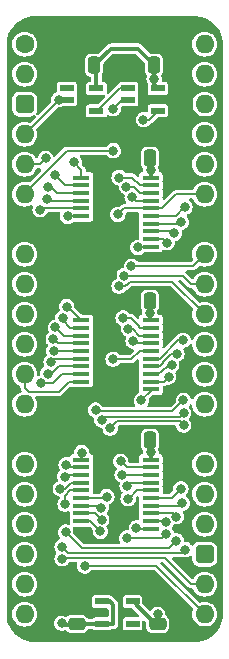
<source format=gbr>
%TF.GenerationSoftware,KiCad,Pcbnew,7.0.5*%
%TF.CreationDate,2024-01-26T06:52:55+02:00*%
%TF.ProjectId,Video Address Reader,56696465-6f20-4416-9464-726573732052,rev?*%
%TF.SameCoordinates,Original*%
%TF.FileFunction,Copper,L1,Top*%
%TF.FilePolarity,Positive*%
%FSLAX46Y46*%
G04 Gerber Fmt 4.6, Leading zero omitted, Abs format (unit mm)*
G04 Created by KiCad (PCBNEW 7.0.5) date 2024-01-26 06:52:55*
%MOMM*%
%LPD*%
G01*
G04 APERTURE LIST*
G04 Aperture macros list*
%AMRoundRect*
0 Rectangle with rounded corners*
0 $1 Rounding radius*
0 $2 $3 $4 $5 $6 $7 $8 $9 X,Y pos of 4 corners*
0 Add a 4 corners polygon primitive as box body*
4,1,4,$2,$3,$4,$5,$6,$7,$8,$9,$2,$3,0*
0 Add four circle primitives for the rounded corners*
1,1,$1+$1,$2,$3*
1,1,$1+$1,$4,$5*
1,1,$1+$1,$6,$7*
1,1,$1+$1,$8,$9*
0 Add four rect primitives between the rounded corners*
20,1,$1+$1,$2,$3,$4,$5,0*
20,1,$1+$1,$4,$5,$6,$7,0*
20,1,$1+$1,$6,$7,$8,$9,0*
20,1,$1+$1,$8,$9,$2,$3,0*%
G04 Aperture macros list end*
%TA.AperFunction,SMDPad,CuDef*%
%ADD10RoundRect,0.250000X0.250000X0.475000X-0.250000X0.475000X-0.250000X-0.475000X0.250000X-0.475000X0*%
%TD*%
%TA.AperFunction,SMDPad,CuDef*%
%ADD11RoundRect,0.250000X0.475000X-0.250000X0.475000X0.250000X-0.475000X0.250000X-0.475000X-0.250000X0*%
%TD*%
%TA.AperFunction,SMDPad,CuDef*%
%ADD12R,1.250000X0.600000*%
%TD*%
%TA.AperFunction,SMDPad,CuDef*%
%ADD13R,1.150000X0.600000*%
%TD*%
%TA.AperFunction,SMDPad,CuDef*%
%ADD14R,1.475000X0.450000*%
%TD*%
%TA.AperFunction,ComponentPad*%
%ADD15C,1.600000*%
%TD*%
%TA.AperFunction,ComponentPad*%
%ADD16O,1.600000X1.600000*%
%TD*%
%TA.AperFunction,ComponentPad*%
%ADD17RoundRect,0.400000X-0.400000X-0.400000X0.400000X-0.400000X0.400000X0.400000X-0.400000X0.400000X0*%
%TD*%
%TA.AperFunction,ComponentPad*%
%ADD18R,1.600000X1.600000*%
%TD*%
%TA.AperFunction,ViaPad*%
%ADD19C,0.800000*%
%TD*%
%TA.AperFunction,Conductor*%
%ADD20C,0.380000*%
%TD*%
%TA.AperFunction,Conductor*%
%ADD21C,0.200000*%
%TD*%
G04 APERTURE END LIST*
D10*
%TO.P,C4,1*%
%TO.N,/3.3V*%
X99486000Y-68072000D03*
%TO.P,C4,2*%
%TO.N,/GND*%
X97586000Y-68072000D03*
%TD*%
D11*
%TO.P,C7,2*%
%TO.N,/GND*%
X100157000Y-105589000D03*
%TO.P,C7,1*%
%TO.N,/3.3V*%
X100157000Y-107489000D03*
%TD*%
D12*
%TO.P,IC2,1,B*%
%TO.N,/Read Address Low*%
X97683000Y-62169000D03*
%TO.P,IC2,2,A*%
%TO.N,/Pixel CLK*%
X97683000Y-63119000D03*
%TO.P,IC2,3,GND*%
%TO.N,/GND*%
X97683000Y-64069000D03*
%TO.P,IC2,4,Y*%
%TO.N,/PCLK\u00B7RAL*%
X100183000Y-64069000D03*
%TO.P,IC2,5,3V*%
%TO.N,/3.3V*%
X100183000Y-62169000D03*
%TD*%
D10*
%TO.P,C3,1*%
%TO.N,/3.3V*%
X99486000Y-80137000D03*
%TO.P,C3,2*%
%TO.N,/GND*%
X97586000Y-80137000D03*
%TD*%
D11*
%TO.P,C6,1*%
%TO.N,/5V*%
X93299000Y-107489000D03*
%TO.P,C6,2*%
%TO.N,/GND*%
X93299000Y-105589000D03*
%TD*%
D13*
%TO.P,IC6,1,VIN*%
%TO.N,/5V*%
X95428000Y-105605000D03*
%TO.P,IC6,2,GND*%
%TO.N,/GND*%
X95428000Y-106555000D03*
%TO.P,IC6,3,EN*%
%TO.N,/5V*%
X95428000Y-107505000D03*
%TO.P,IC6,4,ADJ*%
%TO.N,unconnected-(IC6-ADJ-Pad4)*%
X98028000Y-107505000D03*
%TO.P,IC6,5,VOUT*%
%TO.N,/3.3V*%
X98028000Y-105605000D03*
%TD*%
D14*
%TO.P,IC5,1,~{OE}*%
%TO.N,/~{Read Address Bank}*%
X93709000Y-69719000D03*
%TO.P,IC5,2,D0*%
%TO.N,/VA16*%
X93709000Y-70369000D03*
%TO.P,IC5,3,D1*%
%TO.N,/VA17*%
X93709000Y-71019000D03*
%TO.P,IC5,4,D2*%
%TO.N,/VA18*%
X93709000Y-71669000D03*
%TO.P,IC5,5,D3*%
%TO.N,/VA19*%
X93709000Y-72319000D03*
%TO.P,IC5,6,D4*%
%TO.N,/VA20*%
X93709000Y-72969000D03*
%TO.P,IC5,7,D5*%
%TO.N,/GND*%
X93709000Y-73619000D03*
%TO.P,IC5,8,D6*%
X93709000Y-74269000D03*
%TO.P,IC5,9,D7*%
X93709000Y-74919000D03*
%TO.P,IC5,10,GND*%
X93709000Y-75569000D03*
%TO.P,IC5,11,CP*%
%TO.N,/PCLK\u00B7RAL*%
X99585000Y-75569000D03*
%TO.P,IC5,12,Q7*%
%TO.N,/D7*%
X99585000Y-74919000D03*
%TO.P,IC5,13,Q6*%
%TO.N,/D6*%
X99585000Y-74269000D03*
%TO.P,IC5,14,Q5*%
%TO.N,/D5*%
X99585000Y-73619000D03*
%TO.P,IC5,15,Q4*%
%TO.N,/D4*%
X99585000Y-72969000D03*
%TO.P,IC5,16,Q3*%
%TO.N,/D3*%
X99585000Y-72319000D03*
%TO.P,IC5,17,Q2*%
%TO.N,/D2*%
X99585000Y-71669000D03*
%TO.P,IC5,18,Q1*%
%TO.N,/D1*%
X99585000Y-71019000D03*
%TO.P,IC5,19,Q0*%
%TO.N,/D0*%
X99585000Y-70369000D03*
%TO.P,IC5,20,3V*%
%TO.N,/3.3V*%
X99585000Y-69719000D03*
%TD*%
D10*
%TO.P,C2,1*%
%TO.N,/3.3V*%
X94787000Y-60198000D03*
%TO.P,C2,2*%
%TO.N,/GND*%
X92887000Y-60198000D03*
%TD*%
D14*
%TO.P,IC3,1,~{OE}*%
%TO.N,/~{Read Address Low}*%
X93709000Y-93595000D03*
%TO.P,IC3,2,D0*%
%TO.N,/VA0*%
X93709000Y-94245000D03*
%TO.P,IC3,3,D1*%
%TO.N,/VA1*%
X93709000Y-94895000D03*
%TO.P,IC3,4,D2*%
%TO.N,/VA2*%
X93709000Y-95545000D03*
%TO.P,IC3,5,D3*%
%TO.N,/VA3*%
X93709000Y-96195000D03*
%TO.P,IC3,6,D4*%
%TO.N,/VA4*%
X93709000Y-96845000D03*
%TO.P,IC3,7,D5*%
%TO.N,/VA5*%
X93709000Y-97495000D03*
%TO.P,IC3,8,D6*%
%TO.N,/VA6*%
X93709000Y-98145000D03*
%TO.P,IC3,9,D7*%
%TO.N,/VA7*%
X93709000Y-98795000D03*
%TO.P,IC3,10,GND*%
%TO.N,/GND*%
X93709000Y-99445000D03*
%TO.P,IC3,11,CP*%
%TO.N,/PCLK\u00B7RAL*%
X99585000Y-99445000D03*
%TO.P,IC3,12,Q7*%
%TO.N,/D7*%
X99585000Y-98795000D03*
%TO.P,IC3,13,Q6*%
%TO.N,/D6*%
X99585000Y-98145000D03*
%TO.P,IC3,14,Q5*%
%TO.N,/D5*%
X99585000Y-97495000D03*
%TO.P,IC3,15,Q4*%
%TO.N,/D4*%
X99585000Y-96845000D03*
%TO.P,IC3,16,Q3*%
%TO.N,/D3*%
X99585000Y-96195000D03*
%TO.P,IC3,17,Q2*%
%TO.N,/D2*%
X99585000Y-95545000D03*
%TO.P,IC3,18,Q1*%
%TO.N,/D1*%
X99585000Y-94895000D03*
%TO.P,IC3,19,Q0*%
%TO.N,/D0*%
X99585000Y-94245000D03*
%TO.P,IC3,20,3V*%
%TO.N,/3.3V*%
X99585000Y-93595000D03*
%TD*%
D15*
%TO.P,J1,1,Pin_1*%
%TO.N,/~{Read Address Bank}*%
X88900000Y-58420000D03*
D16*
%TO.P,J1,2,Pin_2*%
%TO.N,/~{Read Address High}*%
X88900000Y-60960000D03*
D17*
%TO.P,J1,3,Pin_3*%
%TO.N,/5V*%
X88900000Y-63500000D03*
D16*
%TO.P,J1,4,Pin_4*%
%TO.N,/~{Read Address Low}*%
X88900000Y-66040000D03*
%TO.P,J1,5,Pin_5*%
%TO.N,/VA20*%
X88900000Y-68580000D03*
%TO.P,J1,6,Pin_6*%
%TO.N,/Pixel CLK*%
X88900000Y-71120000D03*
D18*
%TO.P,J1,7,Pin_7*%
%TO.N,/GND*%
X88900000Y-73660000D03*
D16*
%TO.P,J1,8,Pin_8*%
%TO.N,/VA19*%
X88900000Y-76200000D03*
%TO.P,J1,9,Pin_9*%
%TO.N,/VA18*%
X88900000Y-78740000D03*
%TO.P,J1,10,Pin_10*%
%TO.N,/VA17*%
X88900000Y-81280000D03*
%TO.P,J1,11,Pin_11*%
%TO.N,/VA16*%
X88900000Y-83820000D03*
%TO.P,J1,12,Pin_12*%
%TO.N,/VA15*%
X88900000Y-86360000D03*
%TO.P,J1,13,Pin_13*%
%TO.N,/VA14*%
X88900000Y-88900000D03*
D18*
%TO.P,J1,14,Pin_14*%
%TO.N,/GND*%
X88900000Y-91440000D03*
D16*
%TO.P,J1,15,Pin_15*%
%TO.N,/VA13*%
X88900000Y-93980000D03*
%TO.P,J1,16,Pin_16*%
%TO.N,/VA12*%
X88900000Y-96520000D03*
%TO.P,J1,17,Pin_17*%
%TO.N,/VA11*%
X88900000Y-99060000D03*
%TO.P,J1,18,Pin_18*%
%TO.N,/VA10*%
X88900000Y-101600000D03*
%TO.P,J1,19,Pin_19*%
%TO.N,/VA9*%
X88900000Y-104140000D03*
%TO.P,J1,20,Pin_20*%
%TO.N,/VA8*%
X88900000Y-106680000D03*
%TO.P,J1,21,Pin_21*%
%TO.N,/VA0*%
X104140000Y-106680000D03*
%TO.P,J1,22,Pin_22*%
%TO.N,/VA1*%
X104140000Y-104140000D03*
D17*
%TO.P,J1,23,Pin_23*%
%TO.N,/5V*%
X104140000Y-101600000D03*
D16*
%TO.P,J1,24,Pin_24*%
%TO.N,/VA2*%
X104140000Y-99060000D03*
%TO.P,J1,25,Pin_25*%
%TO.N,/VA3*%
X104140000Y-96520000D03*
%TO.P,J1,26,Pin_26*%
%TO.N,/VA4*%
X104140000Y-93980000D03*
D18*
%TO.P,J1,27,Pin_27*%
%TO.N,/GND*%
X104140000Y-91440000D03*
D16*
%TO.P,J1,28,Pin_28*%
%TO.N,/VA5*%
X104140000Y-88900000D03*
%TO.P,J1,29,Pin_29*%
%TO.N,/VA6*%
X104140000Y-86360000D03*
%TO.P,J1,30,Pin_30*%
%TO.N,/VA7*%
X104140000Y-83820000D03*
%TO.P,J1,31,Pin_31*%
%TO.N,/D0*%
X104140000Y-81280000D03*
%TO.P,J1,32,Pin_32*%
%TO.N,/D1*%
X104140000Y-78740000D03*
%TO.P,J1,33,Pin_33*%
%TO.N,/D2*%
X104140000Y-76200000D03*
D18*
%TO.P,J1,34,Pin_34*%
%TO.N,/GND*%
X104140000Y-73660000D03*
D16*
%TO.P,J1,35,Pin_35*%
%TO.N,/D3*%
X104140000Y-71120000D03*
%TO.P,J1,36,Pin_36*%
%TO.N,/D4*%
X104140000Y-68580000D03*
%TO.P,J1,37,Pin_37*%
%TO.N,/D5*%
X104140000Y-66040000D03*
%TO.P,J1,38,Pin_38*%
%TO.N,/D6*%
X104140000Y-63500000D03*
%TO.P,J1,39,Pin_39*%
%TO.N,/D7*%
X104140000Y-60960000D03*
%TO.P,J1,40,Pin_40*%
%TO.N,unconnected-(J1-Pin_40-Pad40)*%
X104140000Y-58420000D03*
%TD*%
D14*
%TO.P,IC4,1,~{OE}*%
%TO.N,/~{Read Address High}*%
X93709000Y-81784000D03*
%TO.P,IC4,2,D0*%
%TO.N,/VA8*%
X93709000Y-82434000D03*
%TO.P,IC4,3,D1*%
%TO.N,/VA9*%
X93709000Y-83084000D03*
%TO.P,IC4,4,D2*%
%TO.N,/VA10*%
X93709000Y-83734000D03*
%TO.P,IC4,5,D3*%
%TO.N,/VA11*%
X93709000Y-84384000D03*
%TO.P,IC4,6,D4*%
%TO.N,/VA12*%
X93709000Y-85034000D03*
%TO.P,IC4,7,D5*%
%TO.N,/VA13*%
X93709000Y-85684000D03*
%TO.P,IC4,8,D6*%
%TO.N,/VA14*%
X93709000Y-86334000D03*
%TO.P,IC4,9,D7*%
%TO.N,/VA15*%
X93709000Y-86984000D03*
%TO.P,IC4,10,GND*%
%TO.N,/GND*%
X93709000Y-87634000D03*
%TO.P,IC4,11,CP*%
%TO.N,/PCLK\u00B7RAL*%
X99585000Y-87634000D03*
%TO.P,IC4,12,Q7*%
%TO.N,/D7*%
X99585000Y-86984000D03*
%TO.P,IC4,13,Q6*%
%TO.N,/D6*%
X99585000Y-86334000D03*
%TO.P,IC4,14,Q5*%
%TO.N,/D5*%
X99585000Y-85684000D03*
%TO.P,IC4,15,Q4*%
%TO.N,/D4*%
X99585000Y-85034000D03*
%TO.P,IC4,16,Q3*%
%TO.N,/D3*%
X99585000Y-84384000D03*
%TO.P,IC4,17,Q2*%
%TO.N,/D2*%
X99585000Y-83734000D03*
%TO.P,IC4,18,Q1*%
%TO.N,/D1*%
X99585000Y-83084000D03*
%TO.P,IC4,19,Q0*%
%TO.N,/D0*%
X99585000Y-82434000D03*
%TO.P,IC4,20,3V*%
%TO.N,/3.3V*%
X99585000Y-81784000D03*
%TD*%
D10*
%TO.P,C1,1*%
%TO.N,/3.3V*%
X99867000Y-60198000D03*
%TO.P,C1,2*%
%TO.N,/GND*%
X97967000Y-60198000D03*
%TD*%
%TO.P,C5,1*%
%TO.N,/3.3V*%
X99486000Y-91948000D03*
%TO.P,C5,2*%
%TO.N,/GND*%
X97586000Y-91948000D03*
%TD*%
D12*
%TO.P,IC1,1,N.C.*%
%TO.N,unconnected-(IC1-N.C.-Pad1)*%
X92476000Y-62169000D03*
%TO.P,IC1,2,A*%
%TO.N,/~{Read Address Low}*%
X92476000Y-63119000D03*
%TO.P,IC1,3,GND*%
%TO.N,/GND*%
X92476000Y-64069000D03*
%TO.P,IC1,4,Y*%
%TO.N,/Read Address Low*%
X94976000Y-64069000D03*
%TO.P,IC1,5,3V*%
%TO.N,/3.3V*%
X94976000Y-62169000D03*
%TD*%
D19*
%TO.N,/GND*%
X94996000Y-87503000D03*
X96266004Y-104673324D03*
X96774000Y-99060000D03*
%TO.N,/5V*%
X92029000Y-107444000D03*
%TO.N,/GND*%
X95123000Y-74295000D03*
X95123000Y-82600000D03*
X97155000Y-60198002D03*
X93599000Y-60071000D03*
X95123000Y-68579994D03*
%TO.N,/3.3V*%
X99585000Y-69087994D03*
X100157000Y-106688500D03*
X99585000Y-92964006D03*
X99486000Y-81153000D03*
X99867000Y-61341000D03*
%TO.N,/D0*%
X96896092Y-69710109D03*
X97028000Y-93726000D03*
X97243076Y-81600764D03*
X96895680Y-78910026D03*
%TO.N,/D1*%
X97157515Y-94883508D03*
X97678000Y-82500741D03*
X97507473Y-70501448D03*
X97331327Y-78007119D03*
%TO.N,/D2*%
X97996000Y-71374000D03*
X97574604Y-95793706D03*
X97941651Y-77214964D03*
X98078000Y-83554517D03*
%TO.N,/D3*%
X96796000Y-72837293D03*
X96393000Y-85090000D03*
X97663000Y-96901000D03*
%TO.N,/D4*%
X102128187Y-96058236D03*
X102304761Y-83486511D03*
X102457382Y-72223426D03*
%TO.N,/D5*%
X102170544Y-73477737D03*
X101789000Y-84645321D03*
X102235000Y-97282000D03*
%TO.N,/D6*%
X101571620Y-74436499D03*
X101727000Y-98425000D03*
X101346000Y-85598000D03*
%TO.N,/D7*%
X100853016Y-98910960D03*
X101077354Y-86597009D03*
X100948728Y-75218810D03*
%TO.N,/~{Read Address Low}*%
X91778000Y-63120698D03*
X93731728Y-93009201D03*
%TO.N,/Pixel CLK*%
X96393000Y-67436996D03*
X96393000Y-63881000D03*
%TO.N,/PCLK\u00B7RAL*%
X98355414Y-99362422D03*
X98488498Y-75628500D03*
X98947980Y-64814997D03*
X98778000Y-88581000D03*
%TO.N,/VA0*%
X92407519Y-94036858D03*
X93980000Y-102592001D03*
%TO.N,/VA1*%
X92075000Y-101981000D03*
X92300000Y-95030894D03*
%TO.N,/VA2*%
X102489000Y-101219000D03*
X91918322Y-96058227D03*
X92075000Y-100965000D03*
%TO.N,/VA3*%
X92320415Y-97362421D03*
X92371917Y-99736346D03*
X101733589Y-100463160D03*
%TO.N,/VA4*%
X95857000Y-96729419D03*
X97536000Y-100244324D03*
X100900624Y-99909829D03*
%TO.N,/VA5*%
X102362000Y-90678000D03*
X95386673Y-97653460D03*
X96144000Y-90932000D03*
%TO.N,/VA6*%
X102354058Y-89678029D03*
X95416873Y-98673610D03*
X95433581Y-90228218D03*
%TO.N,/VA7*%
X95302063Y-99667000D03*
X94896817Y-89384483D03*
X102340001Y-88578688D03*
%TO.N,/~{Read Address High}*%
X92456000Y-80644998D03*
%TO.N,/VA8*%
X92108308Y-81596832D03*
%TO.N,/VA9*%
X91500245Y-82392189D03*
%TO.N,/VA10*%
X91322623Y-83376290D03*
%TO.N,/VA11*%
X91373272Y-84375009D03*
%TO.N,/VA12*%
X91133638Y-85345874D03*
%TO.N,/VA13*%
X90866430Y-86309515D03*
%TO.N,/VA14*%
X90311447Y-87141380D03*
%TO.N,/~{Read Address Bank}*%
X93074394Y-68430809D03*
%TO.N,/VA16*%
X91440010Y-69469000D03*
%TO.N,/VA17*%
X90897338Y-70531972D03*
%TO.N,/VA18*%
X90805000Y-71562972D03*
%TO.N,/VA19*%
X90198805Y-72423319D03*
%TO.N,/VA20*%
X92525204Y-72988865D03*
X90678000Y-68072000D03*
%TD*%
D20*
%TO.N,/GND*%
X94996000Y-87464500D02*
X95123000Y-87337500D01*
X94996000Y-87503000D02*
X94996000Y-87464500D01*
X94957500Y-87503000D02*
X94996000Y-87503000D01*
X96774000Y-96012000D02*
X96774000Y-99060000D01*
X96139000Y-95377000D02*
X96774000Y-96012000D01*
X96139000Y-92202000D02*
X96139000Y-95377000D01*
X96774000Y-99568000D02*
X96774000Y-99060000D01*
X94721000Y-100457000D02*
X95885000Y-100457000D01*
X93709000Y-99445000D02*
X94721000Y-100457000D01*
X95885000Y-100457000D02*
X96774000Y-99568000D01*
D21*
%TO.N,/VA4*%
X95741419Y-96845000D02*
X95857000Y-96729419D01*
X93709000Y-96845000D02*
X95741419Y-96845000D01*
%TO.N,/D2*%
X97823310Y-95545000D02*
X97574604Y-95793706D01*
X99585000Y-95545000D02*
X97823310Y-95545000D01*
%TO.N,/VA4*%
X100900624Y-99909829D02*
X100566129Y-100244324D01*
X100566129Y-100244324D02*
X97536000Y-100244324D01*
D20*
%TO.N,/GND*%
X87630000Y-92710000D02*
X88900000Y-91440000D01*
X87630000Y-104552915D02*
X87630000Y-92710000D01*
X88567085Y-105490000D02*
X87630000Y-104552915D01*
X93200000Y-105490000D02*
X88567085Y-105490000D01*
X105330000Y-107180343D02*
X105330000Y-92630000D01*
X104640343Y-107870000D02*
X105330000Y-107180343D01*
X105330000Y-92630000D02*
X104140000Y-91440000D01*
X103647085Y-107870000D02*
X104640343Y-107870000D01*
X100157000Y-105589000D02*
X101366085Y-105589000D01*
X101366085Y-105589000D02*
X103647085Y-107870000D01*
X101346000Y-91694000D02*
X103886000Y-91694000D01*
X100485000Y-90833000D02*
X101346000Y-91694000D01*
D21*
%TO.N,/VA6*%
X95718798Y-89943001D02*
X95433581Y-90228218D01*
X102354058Y-89678029D02*
X102089086Y-89943001D01*
%TO.N,/VA5*%
X96733000Y-90343000D02*
X96144000Y-90932000D01*
X102027000Y-90343000D02*
X96733000Y-90343000D01*
D20*
%TO.N,/GND*%
X98701000Y-90833000D02*
X100485000Y-90833000D01*
D21*
%TO.N,/VA5*%
X102362000Y-90678000D02*
X102027000Y-90343000D01*
%TO.N,/VA6*%
X102089086Y-89943001D02*
X95718798Y-89943001D01*
D20*
%TO.N,/GND*%
X97586000Y-91948000D02*
X98701000Y-90833000D01*
X91313000Y-74269000D02*
X93709000Y-74269000D01*
X90704000Y-73660000D02*
X91313000Y-74269000D01*
X88900000Y-73660000D02*
X90704000Y-73660000D01*
X96993000Y-64759000D02*
X97683000Y-64069000D01*
X92476000Y-64069000D02*
X93166000Y-64759000D01*
X93166000Y-64759000D02*
X96993000Y-64759000D01*
X97683000Y-67975000D02*
X97683000Y-64069000D01*
X101737042Y-63992915D02*
X102950000Y-63992915D01*
X97657957Y-68072000D02*
X101737042Y-63992915D01*
X93599000Y-59755903D02*
X93599000Y-60071000D01*
X95442903Y-57912000D02*
X93599000Y-59755903D01*
X99314000Y-57912000D02*
X95442903Y-57912000D01*
X102950000Y-61548000D02*
X99314000Y-57912000D01*
X102950000Y-63992915D02*
X102950000Y-61548000D01*
X103647085Y-64690000D02*
X102950000Y-63992915D01*
X104632915Y-64690000D02*
X103647085Y-64690000D01*
X105330000Y-65387085D02*
X104632915Y-64690000D01*
X105330000Y-72470000D02*
X105330000Y-65387085D01*
X104140000Y-73660000D02*
X105330000Y-72470000D01*
X101375036Y-76424964D02*
X97252964Y-76424964D01*
X104140000Y-73660000D02*
X101375036Y-76424964D01*
D21*
%TO.N,/D0*%
X97616608Y-78707119D02*
X97413701Y-78910026D01*
X97621277Y-78707119D02*
X97616608Y-78707119D01*
X97796396Y-78532000D02*
X97621277Y-78707119D01*
X101392000Y-78532000D02*
X97796396Y-78532000D01*
%TO.N,/D1*%
X102275749Y-78007119D02*
X97331327Y-78007119D01*
D20*
%TO.N,/GND*%
X97252964Y-76424964D02*
X95123000Y-74295000D01*
D21*
%TO.N,/D0*%
X97413701Y-78910026D02*
X96895680Y-78910026D01*
%TO.N,/D2*%
X103125036Y-77214964D02*
X97941651Y-77214964D01*
X104140000Y-76200000D02*
X103125036Y-77214964D01*
%TO.N,/D1*%
X103008630Y-78740000D02*
X102275749Y-78007119D01*
%TO.N,/D0*%
X104140000Y-81280000D02*
X101392000Y-78532000D01*
%TO.N,/D1*%
X104140000Y-78740000D02*
X103008630Y-78740000D01*
%TO.N,/PCLK\u00B7RAL*%
X98547998Y-75569000D02*
X98488498Y-75628500D01*
X99585000Y-75569000D02*
X98547998Y-75569000D01*
D20*
%TO.N,/GND*%
X105330000Y-74850000D02*
X105330000Y-81963085D01*
X105330000Y-81963085D02*
X104648000Y-82645085D01*
X104140000Y-73660000D02*
X105330000Y-74850000D01*
X104648000Y-82645085D02*
X105410000Y-83407085D01*
X104632915Y-82630000D02*
X104648000Y-82645085D01*
X105410000Y-83407085D02*
X105410000Y-90170000D01*
X103712000Y-82630000D02*
X104632915Y-82630000D01*
X100104000Y-79022000D02*
X103712000Y-82630000D01*
X98701000Y-79022000D02*
X100104000Y-79022000D01*
X97586000Y-80137000D02*
X98701000Y-79022000D01*
X105410000Y-90170000D02*
X104140000Y-91440000D01*
D21*
%TO.N,/VA2*%
X92602000Y-101492000D02*
X102216000Y-101492000D01*
X102216000Y-101492000D02*
X102489000Y-101219000D01*
X92075000Y-100965000D02*
X92602000Y-101492000D01*
%TO.N,/VA7*%
X101402689Y-89516000D02*
X95028334Y-89516000D01*
X102340001Y-88578688D02*
X101402689Y-89516000D01*
X95028334Y-89516000D02*
X94896817Y-89384483D01*
%TO.N,/PCLK\u00B7RAL*%
X99585000Y-87774000D02*
X98778000Y-88581000D01*
X99585000Y-87634000D02*
X99585000Y-87774000D01*
D20*
%TO.N,/5V*%
X93217000Y-107571000D02*
X92029000Y-107571000D01*
X96133000Y-105605000D02*
X96393000Y-105865000D01*
X95428000Y-105605000D02*
X96133000Y-105605000D01*
X96393000Y-105865000D02*
X96393000Y-107495000D01*
X95428000Y-107505000D02*
X93315000Y-107505000D01*
X96393000Y-107495000D02*
X96383000Y-107505000D01*
X96383000Y-107505000D02*
X95428000Y-107505000D01*
%TO.N,/GND*%
X97078006Y-68579994D02*
X95123000Y-68579994D01*
X88900000Y-91440000D02*
X92706000Y-87634000D01*
X93014000Y-60071000D02*
X93599000Y-60071000D01*
X93709000Y-74919000D02*
X93709000Y-75569000D01*
X96139000Y-92202000D02*
X97332000Y-92202000D01*
X98698000Y-60929000D02*
X98698000Y-64059000D01*
X93491000Y-60802000D02*
X93491000Y-64059000D01*
X94742000Y-92202000D02*
X96139000Y-92202000D01*
X93709000Y-74269000D02*
X93709000Y-74919000D01*
X98698000Y-64059000D02*
X98688000Y-64069000D01*
X93709000Y-73619000D02*
X93709000Y-74269000D01*
X93980000Y-91440000D02*
X94742000Y-92202000D01*
X95097000Y-74269000D02*
X95123000Y-74295000D01*
X97586000Y-68072000D02*
X97078006Y-68579994D01*
X97967000Y-60198000D02*
X97155000Y-60198000D01*
X94826500Y-87634000D02*
X94957500Y-87503000D01*
X98688000Y-64069000D02*
X97683000Y-64069000D01*
X93973000Y-104915000D02*
X93299000Y-105589000D01*
X93299000Y-105589000D02*
X94265000Y-106555000D01*
X92887000Y-60198000D02*
X93491000Y-60802000D01*
X92706000Y-87634000D02*
X93709000Y-87634000D01*
X93709000Y-87634000D02*
X94826500Y-87634000D01*
X88900000Y-91440000D02*
X93980000Y-91440000D01*
X93491000Y-64059000D02*
X93481000Y-64069000D01*
X95123000Y-87337500D02*
X95123000Y-82600000D01*
X93481000Y-64069000D02*
X92476000Y-64069000D01*
X100157000Y-105589000D02*
X99483000Y-104915000D01*
X99483000Y-104915000D02*
X93973000Y-104915000D01*
X97967000Y-60198000D02*
X98698000Y-60929000D01*
X95123000Y-82600000D02*
X97586000Y-80137000D01*
X97155000Y-60198000D02*
X97155000Y-60198002D01*
X93709000Y-74269000D02*
X95097000Y-74269000D01*
X94265000Y-106555000D02*
X95428000Y-106555000D01*
%TO.N,/3.3V*%
X99867000Y-61853000D02*
X100183000Y-62169000D01*
X99867000Y-60198000D02*
X99867000Y-61341000D01*
X94976000Y-62169000D02*
X94976000Y-60387000D01*
X99867000Y-61341000D02*
X99867000Y-61853000D01*
X99486000Y-81153000D02*
X99486000Y-81685000D01*
X99585000Y-92964006D02*
X99585000Y-92047000D01*
X99912000Y-107489000D02*
X98028000Y-105605000D01*
X99585000Y-93595000D02*
X99585000Y-92964006D01*
X99486000Y-81153000D02*
X99486000Y-80137000D01*
X100157000Y-107489000D02*
X100157000Y-106688500D01*
X98470000Y-58801000D02*
X96184000Y-58801000D01*
X99486000Y-68072000D02*
X99486000Y-68988994D01*
X99867000Y-60198000D02*
X98470000Y-58801000D01*
X99486000Y-68988994D02*
X99585000Y-69087994D01*
X96184000Y-58801000D02*
X94787000Y-60198000D01*
X99486000Y-81685000D02*
X99585000Y-81784000D01*
X99585000Y-69719000D02*
X99585000Y-69087994D01*
D21*
%TO.N,/D0*%
X98647500Y-70369000D02*
X97988609Y-69710109D01*
X98558789Y-82345289D02*
X98558789Y-82289138D01*
X98647500Y-82434000D02*
X98558789Y-82345289D01*
X97547000Y-94245000D02*
X97028000Y-93726000D01*
X99585000Y-94245000D02*
X97547000Y-94245000D01*
X99585000Y-70369000D02*
X98647500Y-70369000D01*
X99585000Y-82434000D02*
X98647500Y-82434000D01*
X97870415Y-81600764D02*
X97243076Y-81600764D01*
X98558789Y-82289138D02*
X97870415Y-81600764D01*
X97988609Y-69710109D02*
X96896092Y-69710109D01*
%TO.N,/D1*%
X97169007Y-94895000D02*
X97157515Y-94883508D01*
X98129948Y-70501448D02*
X97507473Y-70501448D01*
X99585000Y-71019000D02*
X98647500Y-71019000D01*
X98647500Y-71019000D02*
X98129948Y-70501448D01*
X99585000Y-83084000D02*
X98616203Y-83084000D01*
X98616203Y-83084000D02*
X98032944Y-82500741D01*
X99585000Y-94895000D02*
X97169007Y-94895000D01*
X98032944Y-82500741D02*
X97678000Y-82500741D01*
%TO.N,/D2*%
X98291000Y-71669000D02*
X97996000Y-71374000D01*
X98257483Y-83734000D02*
X98078000Y-83554517D01*
X99585000Y-71669000D02*
X98291000Y-71669000D01*
X99585000Y-83734000D02*
X98257483Y-83734000D01*
%TO.N,/D3*%
X97314293Y-72319000D02*
X96796000Y-72837293D01*
X98410307Y-96195000D02*
X97704307Y-96901000D01*
X99585000Y-84384000D02*
X98647500Y-84384000D01*
X98647500Y-84384000D02*
X97941500Y-85090000D01*
X99585000Y-72319000D02*
X97314293Y-72319000D01*
X104140000Y-71120000D02*
X101746500Y-71120000D01*
X97704307Y-96901000D02*
X97663000Y-96901000D01*
X99585000Y-96195000D02*
X98410307Y-96195000D01*
X100547500Y-72319000D02*
X99585000Y-72319000D01*
X101746500Y-71120000D02*
X100547500Y-72319000D01*
X97941500Y-85090000D02*
X96393000Y-85090000D01*
%TO.N,/D4*%
X101675537Y-72969000D02*
X102421111Y-72223426D01*
X100354364Y-85034000D02*
X101901853Y-83486511D01*
X101341423Y-96845000D02*
X102128187Y-96058236D01*
X99585000Y-72969000D02*
X101675537Y-72969000D01*
X99585000Y-96845000D02*
X101341423Y-96845000D01*
X102421111Y-72223426D02*
X102457382Y-72223426D01*
X101901853Y-83486511D02*
X102304761Y-83486511D01*
X99585000Y-85034000D02*
X100354364Y-85034000D01*
%TO.N,/D5*%
X100397050Y-85684000D02*
X100646000Y-85435050D01*
X99585000Y-73619000D02*
X102029281Y-73619000D01*
X102029281Y-73619000D02*
X102170544Y-73477737D01*
X99585000Y-85684000D02*
X100397050Y-85684000D01*
X100646000Y-85435050D02*
X100646000Y-85308050D01*
X100646000Y-85308050D02*
X101308729Y-84645321D01*
X102022000Y-97495000D02*
X102235000Y-97282000D01*
X101308729Y-84645321D02*
X101789000Y-84645321D01*
X99585000Y-97495000D02*
X102022000Y-97495000D01*
%TO.N,/D6*%
X101404121Y-74269000D02*
X101571620Y-74436499D01*
X101086413Y-85598000D02*
X101346000Y-85598000D01*
X99585000Y-98145000D02*
X101447000Y-98145000D01*
X101447000Y-98145000D02*
X101727000Y-98425000D01*
X100223414Y-86334000D02*
X100348414Y-86209000D01*
X100348414Y-86209000D02*
X100475413Y-86209000D01*
X100475413Y-86209000D02*
X101086413Y-85598000D01*
X99585000Y-74269000D02*
X101404121Y-74269000D01*
%TO.N,/D7*%
X100648918Y-74919000D02*
X100948728Y-75218810D01*
X100737056Y-98795000D02*
X100853016Y-98910960D01*
X99585000Y-86984000D02*
X100690363Y-86984000D01*
X99585000Y-98795000D02*
X100737056Y-98795000D01*
X100690363Y-86984000D02*
X101077354Y-86597009D01*
X99585000Y-74919000D02*
X100648918Y-74919000D01*
%TO.N,/~{Read Address Low}*%
X91778000Y-63162000D02*
X91778000Y-63120698D01*
X91779698Y-63119000D02*
X91778000Y-63120698D01*
X92476000Y-63119000D02*
X91779698Y-63119000D01*
X93709000Y-93031929D02*
X93731728Y-93009201D01*
X93709000Y-93595000D02*
X93709000Y-93031929D01*
X88900000Y-66040000D02*
X91778000Y-63162000D01*
%TO.N,/Read Address Low*%
X97683000Y-62169000D02*
X96962000Y-62169000D01*
X96962000Y-62169000D02*
X95062000Y-64069000D01*
%TO.N,/Pixel CLK*%
X88900000Y-71010655D02*
X92473659Y-67436996D01*
X92473659Y-67436996D02*
X96393000Y-67436996D01*
X97155000Y-63119000D02*
X96393000Y-63881000D01*
%TO.N,/PCLK\u00B7RAL*%
X98437992Y-99445000D02*
X98355414Y-99362422D01*
X100183000Y-64069000D02*
X99437003Y-64814997D01*
X99585000Y-99445000D02*
X98437992Y-99445000D01*
X99437003Y-64814997D02*
X98947980Y-64814997D01*
%TO.N,/VA0*%
X92615661Y-94245000D02*
X92407519Y-94036858D01*
X100052001Y-102592001D02*
X93980000Y-102592001D01*
X93709000Y-94245000D02*
X92615661Y-94245000D01*
X104140000Y-106680000D02*
X100052001Y-102592001D01*
%TO.N,/VA1*%
X104140000Y-104140000D02*
X103008630Y-104140000D01*
X92164000Y-101892000D02*
X92075000Y-101981000D01*
X93709000Y-94895000D02*
X92435894Y-94895000D01*
X100760630Y-101892000D02*
X92164000Y-101892000D01*
X103008630Y-104140000D02*
X100760630Y-101892000D01*
X92435894Y-94895000D02*
X92300000Y-95030894D01*
%TO.N,/VA2*%
X92271916Y-96058227D02*
X91918322Y-96058227D01*
X93709000Y-95545000D02*
X92785143Y-95545000D01*
X92785143Y-95545000D02*
X92271916Y-96058227D01*
%TO.N,/VA3*%
X92329000Y-97353836D02*
X92320415Y-97362421D01*
X93709000Y-96195000D02*
X92771500Y-96195000D01*
X92329000Y-96637500D02*
X92329000Y-97353836D01*
X92371917Y-99736346D02*
X93727571Y-101092000D01*
X93727571Y-101092000D02*
X101104749Y-101092000D01*
X101104749Y-101092000D02*
X101733589Y-100463160D01*
X92771500Y-96195000D02*
X92329000Y-96637500D01*
%TO.N,/VA5*%
X95228213Y-97495000D02*
X95386673Y-97653460D01*
X93709000Y-97495000D02*
X95228213Y-97495000D01*
%TO.N,/VA6*%
X94888263Y-98145000D02*
X95416873Y-98673610D01*
X93709000Y-98145000D02*
X94888263Y-98145000D01*
%TO.N,/VA7*%
X93709000Y-98795000D02*
X94456798Y-98795000D01*
X94456798Y-98795000D02*
X95302063Y-99640265D01*
X95302063Y-99640265D02*
X95302063Y-99667000D01*
%TO.N,/~{Read Address High}*%
X93709000Y-81784000D02*
X92569998Y-80644998D01*
X92569998Y-80644998D02*
X92456000Y-80644998D01*
%TO.N,/VA8*%
X93709000Y-82434000D02*
X92771500Y-82434000D01*
X92108308Y-81770808D02*
X92108308Y-81596832D01*
X92771500Y-82434000D02*
X92108308Y-81770808D01*
%TO.N,/VA9*%
X92192056Y-83084000D02*
X91500245Y-82392189D01*
X93709000Y-83084000D02*
X92192056Y-83084000D01*
%TO.N,/VA10*%
X91680333Y-83734000D02*
X91322623Y-83376290D01*
X93709000Y-83734000D02*
X91680333Y-83734000D01*
%TO.N,/VA11*%
X91382263Y-84384000D02*
X91373272Y-84375009D01*
X93709000Y-84384000D02*
X91382263Y-84384000D01*
%TO.N,/VA12*%
X91404503Y-85075009D02*
X91133638Y-85345874D01*
X93667991Y-85075009D02*
X91404503Y-85075009D01*
%TO.N,/VA13*%
X91167656Y-86309515D02*
X90866430Y-86309515D01*
X93709000Y-85684000D02*
X91793171Y-85684000D01*
X91793171Y-85684000D02*
X91167656Y-86309515D01*
%TO.N,/VA14*%
X92101000Y-86334000D02*
X91293620Y-87141380D01*
X91293620Y-87141380D02*
X90311447Y-87141380D01*
X93709000Y-86334000D02*
X92101000Y-86334000D01*
%TO.N,/VA15*%
X92663036Y-86984000D02*
X93709000Y-86984000D01*
X91805656Y-87841380D02*
X92663036Y-86984000D01*
X88900000Y-86360000D02*
X88900000Y-87491370D01*
X89250010Y-87841380D02*
X91805656Y-87841380D01*
X88900000Y-87491370D02*
X89250010Y-87841380D01*
%TO.N,/~{Read Address Bank}*%
X93709000Y-69719000D02*
X93709000Y-69065415D01*
X93709000Y-69065415D02*
X93074394Y-68430809D01*
%TO.N,/VA16*%
X93709000Y-70369000D02*
X92340010Y-70369000D01*
X92340010Y-70369000D02*
X91440010Y-69469000D01*
%TO.N,/VA17*%
X91153954Y-70531972D02*
X90897338Y-70531972D01*
X93709000Y-71019000D02*
X91640982Y-71019000D01*
X91640982Y-71019000D02*
X91153954Y-70531972D01*
%TO.N,/VA18*%
X90911028Y-71669000D02*
X90805000Y-71562972D01*
X93709000Y-71669000D02*
X90911028Y-71669000D01*
%TO.N,/VA19*%
X90359124Y-72263000D02*
X90198805Y-72423319D01*
X93653000Y-72263000D02*
X90359124Y-72263000D01*
%TO.N,/VA20*%
X92545069Y-72969000D02*
X92525204Y-72988865D01*
X90170000Y-68580000D02*
X90678000Y-68072000D01*
X88900000Y-68580000D02*
X90170000Y-68580000D01*
X93709000Y-72969000D02*
X92545069Y-72969000D01*
%TD*%
%TA.AperFunction,Conductor*%
%TO.N,/GND*%
G36*
X103306138Y-56056880D02*
G01*
X103306155Y-56056881D01*
X103585390Y-56073767D01*
X103592823Y-56074671D01*
X103617541Y-56079200D01*
X103866153Y-56124757D01*
X103873415Y-56126548D01*
X104138710Y-56209215D01*
X104145716Y-56211872D01*
X104399109Y-56325911D01*
X104405740Y-56329391D01*
X104643553Y-56473152D01*
X104649700Y-56477395D01*
X104868452Y-56648773D01*
X104874049Y-56653733D01*
X105070543Y-56850224D01*
X105075513Y-56855833D01*
X105246879Y-57074564D01*
X105251136Y-57080731D01*
X105394893Y-57318532D01*
X105398375Y-57325167D01*
X105512419Y-57578557D01*
X105515072Y-57585551D01*
X105592351Y-57833547D01*
X105597742Y-57850847D01*
X105599535Y-57858123D01*
X105649624Y-58131448D01*
X105650527Y-58138887D01*
X105667386Y-58417568D01*
X105667499Y-58421313D01*
X105667499Y-106678138D01*
X105667386Y-106681883D01*
X105650494Y-106961108D01*
X105649591Y-106968547D01*
X105599504Y-107241864D01*
X105597711Y-107249140D01*
X105539516Y-107435894D01*
X105518891Y-107502084D01*
X105515044Y-107514428D01*
X105512386Y-107521435D01*
X105398348Y-107774815D01*
X105394865Y-107781451D01*
X105251111Y-108019246D01*
X105246854Y-108025413D01*
X105075489Y-108244143D01*
X105070519Y-108249752D01*
X104874032Y-108446237D01*
X104868423Y-108451206D01*
X104649687Y-108622573D01*
X104643520Y-108626830D01*
X104405730Y-108770576D01*
X104399095Y-108774058D01*
X104145708Y-108888095D01*
X104138702Y-108890752D01*
X103873405Y-108973419D01*
X103866129Y-108975213D01*
X103592820Y-109025295D01*
X103585381Y-109026199D01*
X103305610Y-109043119D01*
X103301867Y-109043232D01*
X89737604Y-109043232D01*
X89733861Y-109043119D01*
X89454615Y-109026232D01*
X89447175Y-109025328D01*
X89173860Y-108975245D01*
X89166584Y-108973451D01*
X88901288Y-108890784D01*
X88894282Y-108888127D01*
X88640890Y-108774087D01*
X88634255Y-108770605D01*
X88396457Y-108626854D01*
X88390295Y-108622601D01*
X88171549Y-108451227D01*
X88165950Y-108446266D01*
X87969456Y-108249775D01*
X87964490Y-108244171D01*
X87793120Y-108025435D01*
X87788863Y-108019268D01*
X87715437Y-107897808D01*
X87645096Y-107781451D01*
X87641632Y-107774851D01*
X87527577Y-107521432D01*
X87524930Y-107514455D01*
X87442254Y-107249140D01*
X87440463Y-107241873D01*
X87390375Y-106968551D01*
X87389471Y-106961112D01*
X87388393Y-106943294D01*
X87372613Y-106682411D01*
X87372540Y-106680000D01*
X87844417Y-106680000D01*
X87845254Y-106688500D01*
X87864699Y-106885932D01*
X87889908Y-106969034D01*
X87924768Y-107083954D01*
X88022315Y-107266450D01*
X88039329Y-107287182D01*
X88153589Y-107426410D01*
X88245800Y-107502084D01*
X88313550Y-107557685D01*
X88496046Y-107655232D01*
X88694066Y-107715300D01*
X88694065Y-107715300D01*
X88712529Y-107717118D01*
X88900000Y-107735583D01*
X89105934Y-107715300D01*
X89303954Y-107655232D01*
X89486450Y-107557685D01*
X89624976Y-107444000D01*
X91373722Y-107444000D01*
X91392762Y-107600818D01*
X91448780Y-107748523D01*
X91538517Y-107878530D01*
X91656760Y-107983283D01*
X91656762Y-107983284D01*
X91796634Y-108056696D01*
X91950014Y-108094500D01*
X91950015Y-108094500D01*
X92107985Y-108094500D01*
X92261365Y-108056696D01*
X92293622Y-108039765D01*
X92362126Y-108026040D01*
X92427179Y-108051531D01*
X92450512Y-108075250D01*
X92466452Y-108096544D01*
X92466454Y-108096546D01*
X92581669Y-108182796D01*
X92581670Y-108182796D01*
X92581671Y-108182797D01*
X92716517Y-108233091D01*
X92716516Y-108233091D01*
X92723444Y-108233835D01*
X92776127Y-108239500D01*
X93821872Y-108239499D01*
X93881483Y-108233091D01*
X94016331Y-108182796D01*
X94131546Y-108096546D01*
X94190605Y-108017652D01*
X94207423Y-107995188D01*
X94263357Y-107953318D01*
X94306689Y-107945500D01*
X94580935Y-107945500D01*
X94647974Y-107965185D01*
X94668613Y-107981815D01*
X94672397Y-107985599D01*
X94672398Y-107985599D01*
X94672399Y-107985601D01*
X94753466Y-108039767D01*
X94755260Y-108040966D01*
X94755264Y-108040967D01*
X94828321Y-108055499D01*
X94828324Y-108055500D01*
X94828326Y-108055500D01*
X96027676Y-108055500D01*
X96027677Y-108055499D01*
X96100740Y-108040966D01*
X96183601Y-107985601D01*
X96183603Y-107985597D01*
X96187387Y-107981815D01*
X96248712Y-107948333D01*
X96275065Y-107945500D01*
X96354772Y-107945500D01*
X96361712Y-107945889D01*
X96391651Y-107949263D01*
X96399656Y-107950165D01*
X96399656Y-107950164D01*
X96399657Y-107950165D01*
X96455704Y-107939559D01*
X96457971Y-107939175D01*
X96514306Y-107930685D01*
X96522277Y-107928226D01*
X96530127Y-107925479D01*
X96530127Y-107925478D01*
X96530131Y-107925478D01*
X96580529Y-107898840D01*
X96582575Y-107897808D01*
X96633946Y-107873070D01*
X96633948Y-107873067D01*
X96640804Y-107868393D01*
X96647528Y-107863430D01*
X96647532Y-107863429D01*
X96681281Y-107829678D01*
X97202500Y-107829678D01*
X97217032Y-107902735D01*
X97217033Y-107902739D01*
X97217034Y-107902740D01*
X97272399Y-107985601D01*
X97353466Y-108039767D01*
X97355260Y-108040966D01*
X97355264Y-108040967D01*
X97428321Y-108055499D01*
X97428324Y-108055500D01*
X97428326Y-108055500D01*
X98627676Y-108055500D01*
X98627677Y-108055499D01*
X98700740Y-108040966D01*
X98783601Y-107985601D01*
X98838966Y-107902740D01*
X98853500Y-107829674D01*
X98853500Y-107352823D01*
X98873185Y-107285784D01*
X98925989Y-107240029D01*
X98995147Y-107230085D01*
X99058703Y-107259110D01*
X99065181Y-107265142D01*
X99145181Y-107345142D01*
X99178666Y-107406465D01*
X99181500Y-107432823D01*
X99181500Y-107786869D01*
X99181501Y-107786876D01*
X99187908Y-107846483D01*
X99238202Y-107981328D01*
X99238206Y-107981335D01*
X99324452Y-108096544D01*
X99324455Y-108096547D01*
X99439664Y-108182793D01*
X99439671Y-108182797D01*
X99574517Y-108233091D01*
X99574516Y-108233091D01*
X99581444Y-108233835D01*
X99634127Y-108239500D01*
X100679872Y-108239499D01*
X100739483Y-108233091D01*
X100874331Y-108182796D01*
X100989546Y-108096546D01*
X101075796Y-107981331D01*
X101126091Y-107846483D01*
X101132500Y-107786873D01*
X101132499Y-107191128D01*
X101126091Y-107131517D01*
X101117045Y-107107264D01*
X101075797Y-106996671D01*
X101075793Y-106996664D01*
X100989547Y-106881455D01*
X100989544Y-106881452D01*
X100867231Y-106789888D01*
X100868483Y-106788214D01*
X100827440Y-106747164D01*
X100814334Y-106695806D01*
X100813182Y-106695946D01*
X100811539Y-106682411D01*
X100793237Y-106531682D01*
X100737220Y-106383977D01*
X100647483Y-106253970D01*
X100529240Y-106149217D01*
X100529238Y-106149216D01*
X100529237Y-106149215D01*
X100389365Y-106075803D01*
X100235986Y-106038000D01*
X100235985Y-106038000D01*
X100078015Y-106038000D01*
X100078014Y-106038000D01*
X99924634Y-106075803D01*
X99784762Y-106149215D01*
X99666516Y-106253971D01*
X99601335Y-106348402D01*
X99547052Y-106392392D01*
X99477603Y-106400052D01*
X99415038Y-106368948D01*
X99411604Y-106365643D01*
X98889819Y-105843858D01*
X98856334Y-105782535D01*
X98853500Y-105756177D01*
X98853500Y-105280323D01*
X98853499Y-105280321D01*
X98838967Y-105207264D01*
X98838966Y-105207260D01*
X98825094Y-105186499D01*
X98783601Y-105124399D01*
X98700740Y-105069034D01*
X98700739Y-105069033D01*
X98700735Y-105069032D01*
X98627677Y-105054500D01*
X98627674Y-105054500D01*
X97428326Y-105054500D01*
X97428323Y-105054500D01*
X97355264Y-105069032D01*
X97355260Y-105069033D01*
X97272399Y-105124399D01*
X97217033Y-105207260D01*
X97217032Y-105207264D01*
X97202500Y-105280321D01*
X97202500Y-105929678D01*
X97217032Y-106002735D01*
X97217033Y-106002739D01*
X97217034Y-106002740D01*
X97272399Y-106085601D01*
X97355260Y-106140965D01*
X97355260Y-106140966D01*
X97355264Y-106140967D01*
X97428321Y-106155499D01*
X97428324Y-106155500D01*
X97428326Y-106155500D01*
X97904177Y-106155500D01*
X97971216Y-106175185D01*
X97991858Y-106191819D01*
X98542858Y-106742819D01*
X98576343Y-106804142D01*
X98571359Y-106873834D01*
X98529487Y-106929767D01*
X98464023Y-106954184D01*
X98455177Y-106954500D01*
X97428323Y-106954500D01*
X97355264Y-106969032D01*
X97355260Y-106969033D01*
X97272399Y-107024399D01*
X97217033Y-107107260D01*
X97217032Y-107107264D01*
X97202500Y-107180321D01*
X97202500Y-107829678D01*
X96681281Y-107829678D01*
X96684536Y-107826423D01*
X96689686Y-107821821D01*
X96719557Y-107798001D01*
X96719788Y-107797661D01*
X96726023Y-107790437D01*
X96725493Y-107790014D01*
X96731280Y-107782755D01*
X96731287Y-107782750D01*
X96737497Y-107771992D01*
X96739957Y-107768079D01*
X96751677Y-107750888D01*
X96753002Y-107749020D01*
X96786852Y-107703157D01*
X96786853Y-107703153D01*
X96790743Y-107695794D01*
X96794356Y-107688289D01*
X96794360Y-107688285D01*
X96811161Y-107633811D01*
X96811885Y-107631614D01*
X96830710Y-107577819D01*
X96830710Y-107577812D01*
X96832255Y-107569650D01*
X96833500Y-107561394D01*
X96833500Y-107504403D01*
X96833542Y-107502121D01*
X96835675Y-107445123D01*
X96835674Y-107445122D01*
X96834635Y-107435894D01*
X96835488Y-107435797D01*
X96833500Y-107420682D01*
X96833500Y-105893228D01*
X96833889Y-105886289D01*
X96838165Y-105848344D01*
X96827556Y-105792279D01*
X96827177Y-105790040D01*
X96826046Y-105782535D01*
X96818685Y-105733694D01*
X96818684Y-105733691D01*
X96816231Y-105725738D01*
X96813479Y-105717875D01*
X96813478Y-105717869D01*
X96786841Y-105667470D01*
X96785808Y-105665423D01*
X96761068Y-105614050D01*
X96756403Y-105607207D01*
X96751428Y-105600467D01*
X96711121Y-105560160D01*
X96709539Y-105558517D01*
X96670750Y-105516713D01*
X96663482Y-105510917D01*
X96664017Y-105510245D01*
X96651926Y-105500965D01*
X96464443Y-105313482D01*
X96459806Y-105308294D01*
X96436001Y-105278443D01*
X96436000Y-105278442D01*
X96435999Y-105278441D01*
X96388893Y-105246324D01*
X96387003Y-105244983D01*
X96358605Y-105224025D01*
X96341157Y-105211148D01*
X96341155Y-105211147D01*
X96333794Y-105207256D01*
X96326284Y-105203639D01*
X96271819Y-105186839D01*
X96269618Y-105186115D01*
X96250296Y-105179354D01*
X96193519Y-105138633D01*
X96188147Y-105131203D01*
X96183601Y-105124399D01*
X96100739Y-105069033D01*
X96100735Y-105069032D01*
X96027677Y-105054500D01*
X96027674Y-105054500D01*
X94828326Y-105054500D01*
X94828323Y-105054500D01*
X94755264Y-105069032D01*
X94755260Y-105069033D01*
X94672399Y-105124399D01*
X94617033Y-105207260D01*
X94617032Y-105207264D01*
X94602500Y-105280321D01*
X94602500Y-105929678D01*
X94617032Y-106002735D01*
X94617033Y-106002739D01*
X94617034Y-106002740D01*
X94672399Y-106085601D01*
X94755259Y-106140965D01*
X94755260Y-106140966D01*
X94755264Y-106140967D01*
X94828321Y-106155499D01*
X94828324Y-106155500D01*
X94828326Y-106155500D01*
X95828500Y-106155500D01*
X95895539Y-106175185D01*
X95941294Y-106227989D01*
X95952500Y-106279500D01*
X95952500Y-106830500D01*
X95932815Y-106897539D01*
X95880011Y-106943294D01*
X95828500Y-106954500D01*
X94828323Y-106954500D01*
X94755264Y-106969032D01*
X94755260Y-106969033D01*
X94672397Y-107024400D01*
X94668613Y-107028185D01*
X94607288Y-107061667D01*
X94580935Y-107064500D01*
X94328408Y-107064500D01*
X94261369Y-107044815D01*
X94223134Y-107003751D01*
X94223112Y-107003769D01*
X94222953Y-107003557D01*
X94219578Y-106999932D01*
X94217793Y-106996664D01*
X94131547Y-106881455D01*
X94131544Y-106881452D01*
X94016335Y-106795206D01*
X94016328Y-106795202D01*
X93881482Y-106744908D01*
X93881483Y-106744908D01*
X93821883Y-106738501D01*
X93821881Y-106738500D01*
X93821873Y-106738500D01*
X93821864Y-106738500D01*
X92776129Y-106738500D01*
X92776123Y-106738501D01*
X92716516Y-106744908D01*
X92581671Y-106795202D01*
X92581668Y-106795204D01*
X92483954Y-106868353D01*
X92418489Y-106892770D01*
X92352017Y-106878882D01*
X92261365Y-106831303D01*
X92107986Y-106793500D01*
X92107985Y-106793500D01*
X91950015Y-106793500D01*
X91950014Y-106793500D01*
X91796634Y-106831303D01*
X91656762Y-106904715D01*
X91584163Y-106969032D01*
X91544973Y-107003751D01*
X91538516Y-107009471D01*
X91448781Y-107139475D01*
X91448780Y-107139476D01*
X91392762Y-107287181D01*
X91373722Y-107443999D01*
X91373722Y-107444000D01*
X89624976Y-107444000D01*
X89646410Y-107426410D01*
X89777685Y-107266450D01*
X89875232Y-107083954D01*
X89935300Y-106885934D01*
X89955583Y-106680000D01*
X89935300Y-106474066D01*
X89875232Y-106276046D01*
X89777685Y-106093550D01*
X89703159Y-106002739D01*
X89646410Y-105933589D01*
X89528677Y-105836969D01*
X89486450Y-105802315D01*
X89303954Y-105704768D01*
X89105934Y-105644700D01*
X89105932Y-105644699D01*
X89105934Y-105644699D01*
X88900000Y-105624417D01*
X88694067Y-105644699D01*
X88518692Y-105697898D01*
X88509167Y-105700788D01*
X88496043Y-105704769D01*
X88399867Y-105756177D01*
X88313550Y-105802315D01*
X88313548Y-105802316D01*
X88313547Y-105802317D01*
X88153589Y-105933589D01*
X88022317Y-106093547D01*
X88022315Y-106093550D01*
X87996970Y-106140967D01*
X87924769Y-106276043D01*
X87864699Y-106474067D01*
X87848767Y-106635830D01*
X87844417Y-106680000D01*
X87372540Y-106680000D01*
X87372500Y-106678667D01*
X87372500Y-104140000D01*
X87844417Y-104140000D01*
X87864699Y-104345932D01*
X87894734Y-104444944D01*
X87924768Y-104543954D01*
X88022315Y-104726450D01*
X88022317Y-104726452D01*
X88153589Y-104886410D01*
X88250209Y-104965702D01*
X88313550Y-105017685D01*
X88496046Y-105115232D01*
X88694066Y-105175300D01*
X88694065Y-105175300D01*
X88714347Y-105177297D01*
X88900000Y-105195583D01*
X89105934Y-105175300D01*
X89303954Y-105115232D01*
X89486450Y-105017685D01*
X89646410Y-104886410D01*
X89777685Y-104726450D01*
X89875232Y-104543954D01*
X89935300Y-104345934D01*
X89955583Y-104140000D01*
X89935300Y-103934066D01*
X89875232Y-103736046D01*
X89777685Y-103553550D01*
X89725702Y-103490209D01*
X89646410Y-103393589D01*
X89486452Y-103262317D01*
X89486453Y-103262317D01*
X89486450Y-103262315D01*
X89303954Y-103164768D01*
X89105934Y-103104700D01*
X89105932Y-103104699D01*
X89105934Y-103104699D01*
X88918463Y-103086235D01*
X88900000Y-103084417D01*
X88899999Y-103084417D01*
X88694067Y-103104699D01*
X88496043Y-103164769D01*
X88385897Y-103223643D01*
X88313550Y-103262315D01*
X88313548Y-103262316D01*
X88313547Y-103262317D01*
X88153589Y-103393589D01*
X88022317Y-103553547D01*
X87924769Y-103736043D01*
X87864699Y-103934067D01*
X87844417Y-104140000D01*
X87372500Y-104140000D01*
X87372500Y-101600000D01*
X87844417Y-101600000D01*
X87864699Y-101805932D01*
X87883982Y-101869500D01*
X87924768Y-102003954D01*
X88022315Y-102186450D01*
X88022317Y-102186452D01*
X88153589Y-102346410D01*
X88231650Y-102410472D01*
X88313550Y-102477685D01*
X88496046Y-102575232D01*
X88694066Y-102635300D01*
X88694065Y-102635300D01*
X88712529Y-102637118D01*
X88900000Y-102655583D01*
X89105934Y-102635300D01*
X89303954Y-102575232D01*
X89486450Y-102477685D01*
X89646410Y-102346410D01*
X89777685Y-102186450D01*
X89875232Y-102003954D01*
X89935300Y-101805934D01*
X89955583Y-101600000D01*
X89935300Y-101394066D01*
X89875232Y-101196046D01*
X89777685Y-101013550D01*
X89708969Y-100929819D01*
X89646410Y-100853589D01*
X89486452Y-100722317D01*
X89486453Y-100722317D01*
X89486450Y-100722315D01*
X89303954Y-100624768D01*
X89105934Y-100564700D01*
X89105932Y-100564699D01*
X89105934Y-100564699D01*
X88918463Y-100546235D01*
X88900000Y-100544417D01*
X88899999Y-100544417D01*
X88694067Y-100564699D01*
X88496043Y-100624769D01*
X88390708Y-100681073D01*
X88313550Y-100722315D01*
X88313548Y-100722316D01*
X88313547Y-100722317D01*
X88153589Y-100853589D01*
X88022317Y-101013547D01*
X87924769Y-101196043D01*
X87864699Y-101394067D01*
X87844417Y-101600000D01*
X87372500Y-101600000D01*
X87372500Y-99060000D01*
X87844417Y-99060000D01*
X87864699Y-99265932D01*
X87877716Y-99308843D01*
X87924768Y-99463954D01*
X88022315Y-99646450D01*
X88022317Y-99646452D01*
X88153589Y-99806410D01*
X88241629Y-99878661D01*
X88313550Y-99937685D01*
X88496046Y-100035232D01*
X88694066Y-100095300D01*
X88694065Y-100095300D01*
X88714347Y-100097297D01*
X88900000Y-100115583D01*
X89105934Y-100095300D01*
X89303954Y-100035232D01*
X89486450Y-99937685D01*
X89646410Y-99806410D01*
X89777685Y-99646450D01*
X89875232Y-99463954D01*
X89935300Y-99265934D01*
X89955583Y-99060000D01*
X89935300Y-98854066D01*
X89875232Y-98656046D01*
X89777685Y-98473550D01*
X89691954Y-98369086D01*
X89646410Y-98313589D01*
X89486452Y-98182317D01*
X89486453Y-98182317D01*
X89486450Y-98182315D01*
X89303954Y-98084768D01*
X89105934Y-98024700D01*
X89105932Y-98024699D01*
X89105934Y-98024699D01*
X88900000Y-98004417D01*
X88694067Y-98024699D01*
X88496043Y-98084769D01*
X88385897Y-98143643D01*
X88313550Y-98182315D01*
X88313548Y-98182316D01*
X88313547Y-98182317D01*
X88153589Y-98313589D01*
X88022317Y-98473547D01*
X88022315Y-98473550D01*
X87991450Y-98531294D01*
X87924769Y-98656043D01*
X87864699Y-98854067D01*
X87844417Y-99060000D01*
X87372500Y-99060000D01*
X87372500Y-96519999D01*
X87844417Y-96519999D01*
X87864699Y-96725932D01*
X87869325Y-96741181D01*
X87924768Y-96923954D01*
X88022315Y-97106450D01*
X88045087Y-97134198D01*
X88153589Y-97266410D01*
X88237811Y-97335528D01*
X88313550Y-97397685D01*
X88496046Y-97495232D01*
X88694066Y-97555300D01*
X88694065Y-97555300D01*
X88714348Y-97557297D01*
X88900000Y-97575583D01*
X89105934Y-97555300D01*
X89303954Y-97495232D01*
X89486450Y-97397685D01*
X89646410Y-97266410D01*
X89777685Y-97106450D01*
X89875232Y-96923954D01*
X89935300Y-96725934D01*
X89955583Y-96520000D01*
X89935300Y-96314066D01*
X89875232Y-96116046D01*
X89844327Y-96058227D01*
X91263044Y-96058227D01*
X91282084Y-96215045D01*
X91319639Y-96314067D01*
X91338102Y-96362750D01*
X91427839Y-96492757D01*
X91546082Y-96597510D01*
X91546084Y-96597511D01*
X91685956Y-96670923D01*
X91748964Y-96686452D01*
X91796120Y-96698075D01*
X91856501Y-96733231D01*
X91888290Y-96795450D01*
X91881395Y-96864978D01*
X91848674Y-96911287D01*
X91829931Y-96927891D01*
X91740196Y-97057896D01*
X91740195Y-97057897D01*
X91684177Y-97205602D01*
X91665137Y-97362420D01*
X91665137Y-97362421D01*
X91684177Y-97519239D01*
X91735081Y-97653459D01*
X91740195Y-97666944D01*
X91829932Y-97796951D01*
X91948175Y-97901704D01*
X91948177Y-97901705D01*
X92088049Y-97975117D01*
X92241429Y-98012921D01*
X92241430Y-98012921D01*
X92399400Y-98012921D01*
X92552777Y-97975118D01*
X92553017Y-97975027D01*
X92553205Y-97975012D01*
X92560064Y-97973322D01*
X92560344Y-97974461D01*
X92622679Y-97969652D01*
X92684189Y-98002793D01*
X92718017Y-98063928D01*
X92721000Y-98090964D01*
X92721000Y-98394673D01*
X92731171Y-98445809D01*
X92731171Y-98494188D01*
X92721000Y-98545325D01*
X92721000Y-98994144D01*
X92701315Y-99061183D01*
X92648511Y-99106938D01*
X92579353Y-99116882D01*
X92567326Y-99114541D01*
X92450903Y-99085846D01*
X92450902Y-99085846D01*
X92292932Y-99085846D01*
X92292931Y-99085846D01*
X92139551Y-99123649D01*
X91999679Y-99197061D01*
X91881433Y-99301817D01*
X91791698Y-99431821D01*
X91791697Y-99431822D01*
X91735679Y-99579527D01*
X91716639Y-99736345D01*
X91716639Y-99736346D01*
X91735679Y-99893164D01*
X91787055Y-100028630D01*
X91791697Y-100040869D01*
X91843268Y-100115583D01*
X91883533Y-100173917D01*
X91905416Y-100240272D01*
X91887951Y-100307923D01*
X91839110Y-100354153D01*
X91702761Y-100425716D01*
X91584516Y-100530471D01*
X91494781Y-100660475D01*
X91494780Y-100660476D01*
X91438762Y-100808181D01*
X91419722Y-100964999D01*
X91419722Y-100965000D01*
X91438762Y-101121818D01*
X91494780Y-101269523D01*
X91494781Y-101269524D01*
X91586608Y-101402560D01*
X91608491Y-101468915D01*
X91591025Y-101536566D01*
X91586608Y-101543440D01*
X91494781Y-101676475D01*
X91494780Y-101676476D01*
X91438762Y-101824181D01*
X91419722Y-101980999D01*
X91419722Y-101981000D01*
X91438762Y-102137818D01*
X91492490Y-102279484D01*
X91494780Y-102285523D01*
X91584517Y-102415530D01*
X91702760Y-102520283D01*
X91702762Y-102520284D01*
X91842634Y-102593696D01*
X91996014Y-102631500D01*
X91996015Y-102631500D01*
X92153985Y-102631500D01*
X92307365Y-102593696D01*
X92307364Y-102593695D01*
X92447240Y-102520283D01*
X92565483Y-102415530D01*
X92647946Y-102296060D01*
X92702230Y-102252070D01*
X92749997Y-102242500D01*
X93237193Y-102242500D01*
X93304232Y-102262185D01*
X93349987Y-102314989D01*
X93359931Y-102384147D01*
X93353135Y-102410472D01*
X93343762Y-102435183D01*
X93324722Y-102592000D01*
X93324722Y-102592001D01*
X93343762Y-102748819D01*
X93399779Y-102896523D01*
X93399780Y-102896524D01*
X93489517Y-103026531D01*
X93607760Y-103131284D01*
X93607762Y-103131285D01*
X93747634Y-103204697D01*
X93901014Y-103242501D01*
X93901015Y-103242501D01*
X94058985Y-103242501D01*
X94212365Y-103204697D01*
X94288442Y-103164768D01*
X94352240Y-103131284D01*
X94470483Y-103026531D01*
X94491513Y-102996062D01*
X94545795Y-102952071D01*
X94593564Y-102942501D01*
X99855457Y-102942501D01*
X99922496Y-102962186D01*
X99943138Y-102978820D01*
X103129808Y-106165490D01*
X103163293Y-106226813D01*
X103160788Y-106289166D01*
X103104699Y-106474067D01*
X103084417Y-106680000D01*
X103104699Y-106885932D01*
X103129908Y-106969034D01*
X103164768Y-107083954D01*
X103262315Y-107266450D01*
X103279329Y-107287182D01*
X103393589Y-107426410D01*
X103485800Y-107502084D01*
X103553550Y-107557685D01*
X103736046Y-107655232D01*
X103934066Y-107715300D01*
X103934065Y-107715300D01*
X103952529Y-107717118D01*
X104140000Y-107735583D01*
X104345934Y-107715300D01*
X104543954Y-107655232D01*
X104726450Y-107557685D01*
X104886410Y-107426410D01*
X105017685Y-107266450D01*
X105115232Y-107083954D01*
X105175300Y-106885934D01*
X105195583Y-106680000D01*
X105175300Y-106474066D01*
X105115232Y-106276046D01*
X105017685Y-106093550D01*
X104943159Y-106002739D01*
X104886410Y-105933589D01*
X104768677Y-105836969D01*
X104726450Y-105802315D01*
X104543954Y-105704768D01*
X104345934Y-105644700D01*
X104345932Y-105644699D01*
X104345934Y-105644699D01*
X104140000Y-105624417D01*
X103934067Y-105644699D01*
X103749165Y-105700788D01*
X103679298Y-105701411D01*
X103625489Y-105669808D01*
X100409863Y-102454181D01*
X100376378Y-102392858D01*
X100381362Y-102323166D01*
X100423234Y-102267233D01*
X100488698Y-102242816D01*
X100497544Y-102242500D01*
X100564086Y-102242500D01*
X100631125Y-102262185D01*
X100651767Y-102278819D01*
X102725992Y-104353044D01*
X102742116Y-104372899D01*
X102747193Y-104380669D01*
X102773138Y-104400862D01*
X102778890Y-104405942D01*
X102781323Y-104408375D01*
X102798044Y-104420313D01*
X102800051Y-104421809D01*
X102839504Y-104452517D01*
X102839506Y-104452517D01*
X102845987Y-104456025D01*
X102852563Y-104459240D01*
X102900452Y-104473497D01*
X102902872Y-104474272D01*
X102950142Y-104490500D01*
X102950144Y-104490500D01*
X102957381Y-104491707D01*
X102964676Y-104492617D01*
X103014580Y-104490552D01*
X103017141Y-104490500D01*
X103061873Y-104490500D01*
X103128912Y-104510185D01*
X103171231Y-104556046D01*
X103262315Y-104726450D01*
X103262317Y-104726452D01*
X103393589Y-104886410D01*
X103490209Y-104965702D01*
X103553550Y-105017685D01*
X103736046Y-105115232D01*
X103934066Y-105175300D01*
X103934065Y-105175300D01*
X103952529Y-105177118D01*
X104140000Y-105195583D01*
X104345934Y-105175300D01*
X104543954Y-105115232D01*
X104726450Y-105017685D01*
X104886410Y-104886410D01*
X105017685Y-104726450D01*
X105115232Y-104543954D01*
X105175300Y-104345934D01*
X105195583Y-104140000D01*
X105175300Y-103934066D01*
X105115232Y-103736046D01*
X105017685Y-103553550D01*
X104965702Y-103490209D01*
X104886410Y-103393589D01*
X104726452Y-103262317D01*
X104726453Y-103262317D01*
X104726450Y-103262315D01*
X104543954Y-103164768D01*
X104345934Y-103104700D01*
X104345932Y-103104699D01*
X104345934Y-103104699D01*
X104140000Y-103084417D01*
X103934067Y-103104699D01*
X103736043Y-103164769D01*
X103625897Y-103223643D01*
X103553550Y-103262315D01*
X103553548Y-103262316D01*
X103553547Y-103262317D01*
X103393589Y-103393589D01*
X103262317Y-103553547D01*
X103221147Y-103630569D01*
X103172184Y-103680413D01*
X103104046Y-103695873D01*
X103038366Y-103672041D01*
X103024108Y-103659796D01*
X101418493Y-102054181D01*
X101385008Y-101992858D01*
X101389992Y-101923166D01*
X101431864Y-101867233D01*
X101497328Y-101842816D01*
X101506174Y-101842500D01*
X102166789Y-101842500D01*
X102192234Y-101845138D01*
X102201315Y-101847043D01*
X102217005Y-101845087D01*
X102233939Y-101842977D01*
X102241615Y-101842500D01*
X102245035Y-101842500D01*
X102245040Y-101842500D01*
X102251080Y-101841491D01*
X102252849Y-101841197D01*
X102302936Y-101843107D01*
X102410015Y-101869500D01*
X102567985Y-101869500D01*
X102721365Y-101831696D01*
X102861237Y-101758285D01*
X102861238Y-101758283D01*
X102861240Y-101758283D01*
X102883274Y-101738762D01*
X102946506Y-101709042D01*
X103015770Y-101718226D01*
X103069073Y-101763398D01*
X103089493Y-101830217D01*
X103089500Y-101831579D01*
X103089500Y-102065701D01*
X103092401Y-102102567D01*
X103092402Y-102102573D01*
X103138254Y-102260393D01*
X103138255Y-102260396D01*
X103138256Y-102260398D01*
X103154271Y-102287478D01*
X103221917Y-102401862D01*
X103221923Y-102401870D01*
X103338129Y-102518076D01*
X103338133Y-102518079D01*
X103338135Y-102518081D01*
X103479602Y-102601744D01*
X103521224Y-102613836D01*
X103637426Y-102647597D01*
X103637429Y-102647597D01*
X103637431Y-102647598D01*
X103674306Y-102650500D01*
X103674314Y-102650500D01*
X104605686Y-102650500D01*
X104605694Y-102650500D01*
X104642569Y-102647598D01*
X104642571Y-102647597D01*
X104642573Y-102647597D01*
X104697978Y-102631500D01*
X104800398Y-102601744D01*
X104941865Y-102518081D01*
X105058081Y-102401865D01*
X105141744Y-102260398D01*
X105187598Y-102102569D01*
X105190500Y-102065694D01*
X105190500Y-101134306D01*
X105187598Y-101097431D01*
X105176965Y-101060834D01*
X105141745Y-100939606D01*
X105141744Y-100939603D01*
X105141744Y-100939602D01*
X105058081Y-100798135D01*
X105058079Y-100798133D01*
X105058076Y-100798129D01*
X104941870Y-100681923D01*
X104941862Y-100681917D01*
X104845229Y-100624769D01*
X104800398Y-100598256D01*
X104800397Y-100598255D01*
X104800396Y-100598255D01*
X104800393Y-100598254D01*
X104642573Y-100552402D01*
X104642567Y-100552401D01*
X104605701Y-100549500D01*
X104605694Y-100549500D01*
X103674306Y-100549500D01*
X103674298Y-100549500D01*
X103637432Y-100552401D01*
X103637426Y-100552402D01*
X103479606Y-100598254D01*
X103479603Y-100598255D01*
X103338137Y-100681917D01*
X103338129Y-100681923D01*
X103221923Y-100798129D01*
X103221919Y-100798135D01*
X103213073Y-100813093D01*
X103162003Y-100860776D01*
X103093261Y-100873279D01*
X103028672Y-100846633D01*
X103004291Y-100820411D01*
X102979483Y-100784470D01*
X102909326Y-100722317D01*
X102861240Y-100679717D01*
X102861238Y-100679716D01*
X102861237Y-100679715D01*
X102721365Y-100606303D01*
X102567986Y-100568500D01*
X102567985Y-100568500D01*
X102511512Y-100568500D01*
X102444473Y-100548815D01*
X102398718Y-100496011D01*
X102388416Y-100459446D01*
X102369826Y-100306342D01*
X102313809Y-100158637D01*
X102224072Y-100028630D01*
X102105829Y-99923877D01*
X102105827Y-99923876D01*
X102105826Y-99923875D01*
X101965954Y-99850463D01*
X101812575Y-99812660D01*
X101812574Y-99812660D01*
X101654604Y-99812660D01*
X101647104Y-99812660D01*
X101647104Y-99809835D01*
X101591148Y-99800512D01*
X101539378Y-99753590D01*
X101529221Y-99732866D01*
X101504241Y-99666999D01*
X101480844Y-99605306D01*
X101391107Y-99475299D01*
X101388189Y-99472714D01*
X101386666Y-99470286D01*
X101386133Y-99469684D01*
X101386233Y-99469595D01*
X101351064Y-99413525D01*
X101351832Y-99343660D01*
X101368366Y-99309462D01*
X101433236Y-99215483D01*
X101461192Y-99141768D01*
X101503368Y-99086067D01*
X101568965Y-99062009D01*
X101606803Y-99065342D01*
X101648015Y-99075500D01*
X101648017Y-99075500D01*
X101805985Y-99075500D01*
X101868876Y-99059999D01*
X103084417Y-99059999D01*
X103104699Y-99265932D01*
X103117716Y-99308843D01*
X103164768Y-99463954D01*
X103262315Y-99646450D01*
X103262317Y-99646452D01*
X103393589Y-99806410D01*
X103481629Y-99878661D01*
X103553550Y-99937685D01*
X103736046Y-100035232D01*
X103934066Y-100095300D01*
X103934065Y-100095300D01*
X103952529Y-100097118D01*
X104140000Y-100115583D01*
X104345934Y-100095300D01*
X104543954Y-100035232D01*
X104726450Y-99937685D01*
X104886410Y-99806410D01*
X105017685Y-99646450D01*
X105115232Y-99463954D01*
X105175300Y-99265934D01*
X105195583Y-99060000D01*
X105175300Y-98854066D01*
X105115232Y-98656046D01*
X105017685Y-98473550D01*
X104931954Y-98369086D01*
X104886410Y-98313589D01*
X104726452Y-98182317D01*
X104726453Y-98182317D01*
X104726450Y-98182315D01*
X104543954Y-98084768D01*
X104345934Y-98024700D01*
X104345932Y-98024699D01*
X104345934Y-98024699D01*
X104158463Y-98006235D01*
X104140000Y-98004417D01*
X104139999Y-98004417D01*
X103934067Y-98024699D01*
X103736043Y-98084769D01*
X103625897Y-98143643D01*
X103553550Y-98182315D01*
X103553548Y-98182316D01*
X103553547Y-98182317D01*
X103393589Y-98313589D01*
X103262317Y-98473547D01*
X103262315Y-98473550D01*
X103231450Y-98531294D01*
X103164769Y-98656043D01*
X103104699Y-98854067D01*
X103084417Y-99059999D01*
X101868876Y-99059999D01*
X101959365Y-99037696D01*
X102072849Y-98978134D01*
X102099240Y-98964283D01*
X102217483Y-98859530D01*
X102307220Y-98729523D01*
X102363237Y-98581818D01*
X102382278Y-98425000D01*
X102368751Y-98313590D01*
X102363237Y-98268181D01*
X102318476Y-98150157D01*
X102307220Y-98120477D01*
X102299368Y-98109101D01*
X102277484Y-98042750D01*
X102294947Y-97975098D01*
X102346214Y-97927627D01*
X102371741Y-97918264D01*
X102467365Y-97894696D01*
X102607240Y-97821283D01*
X102725483Y-97716530D01*
X102815220Y-97586523D01*
X102871237Y-97438818D01*
X102890278Y-97282000D01*
X102888664Y-97268703D01*
X102871237Y-97125181D01*
X102845674Y-97057779D01*
X102815220Y-96977477D01*
X102725483Y-96847470D01*
X102607240Y-96742717D01*
X102607238Y-96742716D01*
X102607237Y-96742715D01*
X102596310Y-96736980D01*
X102546098Y-96688396D01*
X102530123Y-96620377D01*
X102553458Y-96554519D01*
X102571703Y-96534374D01*
X102587928Y-96520000D01*
X103084417Y-96520000D01*
X103104699Y-96725932D01*
X103109325Y-96741181D01*
X103164768Y-96923954D01*
X103262315Y-97106450D01*
X103285087Y-97134198D01*
X103393589Y-97266410D01*
X103477811Y-97335528D01*
X103553550Y-97397685D01*
X103736046Y-97495232D01*
X103934066Y-97555300D01*
X103934065Y-97555300D01*
X103952529Y-97557118D01*
X104140000Y-97575583D01*
X104345934Y-97555300D01*
X104543954Y-97495232D01*
X104726450Y-97397685D01*
X104886410Y-97266410D01*
X105017685Y-97106450D01*
X105115232Y-96923954D01*
X105175300Y-96725934D01*
X105195583Y-96520000D01*
X105175300Y-96314066D01*
X105115232Y-96116046D01*
X105017685Y-95933550D01*
X104903715Y-95794676D01*
X104886410Y-95773589D01*
X104726452Y-95642317D01*
X104726453Y-95642317D01*
X104726450Y-95642315D01*
X104543954Y-95544768D01*
X104345934Y-95484700D01*
X104345932Y-95484699D01*
X104345934Y-95484699D01*
X104140000Y-95464417D01*
X103934067Y-95484699D01*
X103736043Y-95544769D01*
X103649751Y-95590894D01*
X103553550Y-95642315D01*
X103553548Y-95642316D01*
X103553547Y-95642317D01*
X103393589Y-95773589D01*
X103262317Y-95933547D01*
X103262315Y-95933550D01*
X103256022Y-95945323D01*
X103164769Y-96116043D01*
X103104699Y-96314067D01*
X103084417Y-96520000D01*
X102587928Y-96520000D01*
X102618670Y-96492766D01*
X102708407Y-96362759D01*
X102764424Y-96215054D01*
X102783465Y-96058236D01*
X102768326Y-95933550D01*
X102764424Y-95901417D01*
X102715945Y-95773590D01*
X102708407Y-95753713D01*
X102618670Y-95623706D01*
X102500427Y-95518953D01*
X102500425Y-95518952D01*
X102500424Y-95518951D01*
X102360552Y-95445539D01*
X102207173Y-95407736D01*
X102207172Y-95407736D01*
X102049202Y-95407736D01*
X102049201Y-95407736D01*
X101895821Y-95445539D01*
X101755949Y-95518951D01*
X101637703Y-95623707D01*
X101547968Y-95753711D01*
X101547967Y-95753712D01*
X101491950Y-95901417D01*
X101472909Y-96058236D01*
X101482911Y-96140617D01*
X101471450Y-96209540D01*
X101447496Y-96243243D01*
X101232558Y-96458182D01*
X101171238Y-96491666D01*
X101144879Y-96494500D01*
X100697000Y-96494500D01*
X100629961Y-96474815D01*
X100584206Y-96422011D01*
X100573000Y-96370500D01*
X100573000Y-95945323D01*
X100572999Y-95945321D01*
X100562829Y-95894190D01*
X100562829Y-95845807D01*
X100573000Y-95794676D01*
X100573000Y-95295326D01*
X100573000Y-95295325D01*
X100562828Y-95244188D01*
X100562828Y-95195811D01*
X100573000Y-95144674D01*
X100573000Y-94645326D01*
X100562828Y-94594188D01*
X100562828Y-94545811D01*
X100573000Y-94494674D01*
X100573000Y-93995326D01*
X100569951Y-93980000D01*
X103084417Y-93980000D01*
X103104699Y-94185932D01*
X103104700Y-94185934D01*
X103164768Y-94383954D01*
X103262315Y-94566450D01*
X103272602Y-94578985D01*
X103393589Y-94726410D01*
X103490209Y-94805702D01*
X103553550Y-94857685D01*
X103736046Y-94955232D01*
X103934066Y-95015300D01*
X103934065Y-95015300D01*
X103952529Y-95017118D01*
X104140000Y-95035583D01*
X104345934Y-95015300D01*
X104543954Y-94955232D01*
X104726450Y-94857685D01*
X104886410Y-94726410D01*
X105017685Y-94566450D01*
X105115232Y-94383954D01*
X105175300Y-94185934D01*
X105195583Y-93980000D01*
X105175300Y-93774066D01*
X105115232Y-93576046D01*
X105017685Y-93393550D01*
X104950990Y-93312281D01*
X104886410Y-93233589D01*
X104765099Y-93134033D01*
X104726450Y-93102315D01*
X104554577Y-93010446D01*
X104543956Y-93004769D01*
X104543955Y-93004768D01*
X104543954Y-93004768D01*
X104345934Y-92944700D01*
X104345932Y-92944699D01*
X104345934Y-92944699D01*
X104140000Y-92924417D01*
X103934067Y-92944699D01*
X103736043Y-93004769D01*
X103650928Y-93050265D01*
X103553550Y-93102315D01*
X103553548Y-93102316D01*
X103553547Y-93102317D01*
X103393589Y-93233589D01*
X103268217Y-93386358D01*
X103262315Y-93393550D01*
X103223643Y-93465897D01*
X103164769Y-93576043D01*
X103104699Y-93774067D01*
X103084417Y-93980000D01*
X100569951Y-93980000D01*
X100562828Y-93944188D01*
X100562828Y-93895811D01*
X100573000Y-93844674D01*
X100573000Y-93345326D01*
X100573000Y-93345325D01*
X100573000Y-93345323D01*
X100572999Y-93345321D01*
X100558467Y-93272264D01*
X100558466Y-93272260D01*
X100532627Y-93233589D01*
X100503101Y-93189399D01*
X100420240Y-93134034D01*
X100420239Y-93134033D01*
X100420235Y-93134032D01*
X100341200Y-93118311D01*
X100341534Y-93116629D01*
X100284329Y-93093532D01*
X100243969Y-93036498D01*
X100238173Y-92981339D01*
X100240278Y-92964006D01*
X100221237Y-92807188D01*
X100213966Y-92788017D01*
X100190206Y-92725366D01*
X100184839Y-92655703D01*
X100189962Y-92638073D01*
X100230091Y-92530483D01*
X100236500Y-92470873D01*
X100236499Y-91425128D01*
X100230091Y-91365517D01*
X100181979Y-91236523D01*
X100179797Y-91230671D01*
X100179793Y-91230664D01*
X100093547Y-91115455D01*
X100093544Y-91115452D01*
X99978335Y-91029206D01*
X99978328Y-91029202D01*
X99843486Y-90978910D01*
X99843485Y-90978909D01*
X99843483Y-90978909D01*
X99783873Y-90972500D01*
X99783863Y-90972500D01*
X99188129Y-90972500D01*
X99188123Y-90972501D01*
X99128516Y-90978908D01*
X98993671Y-91029202D01*
X98993664Y-91029206D01*
X98878455Y-91115452D01*
X98878452Y-91115455D01*
X98792206Y-91230664D01*
X98792202Y-91230671D01*
X98741908Y-91365517D01*
X98735501Y-91425116D01*
X98735501Y-91425123D01*
X98735500Y-91425135D01*
X98735500Y-92470870D01*
X98735501Y-92470876D01*
X98741908Y-92530483D01*
X98792202Y-92665328D01*
X98792203Y-92665329D01*
X98792204Y-92665331D01*
X98878454Y-92780546D01*
X98888436Y-92788018D01*
X98930307Y-92843950D01*
X98937222Y-92902230D01*
X98929722Y-92964005D01*
X98931827Y-92981342D01*
X98920366Y-93050265D01*
X98873462Y-93102051D01*
X98828562Y-93117115D01*
X98828800Y-93118311D01*
X98749764Y-93134032D01*
X98749760Y-93134033D01*
X98666899Y-93189399D01*
X98611533Y-93272260D01*
X98611532Y-93272264D01*
X98597000Y-93345321D01*
X98597000Y-93770500D01*
X98577315Y-93837539D01*
X98524511Y-93883294D01*
X98473000Y-93894500D01*
X97802785Y-93894500D01*
X97735746Y-93874815D01*
X97689991Y-93822011D01*
X97679689Y-93755554D01*
X97683278Y-93726000D01*
X97664237Y-93569182D01*
X97608220Y-93421477D01*
X97518483Y-93291470D01*
X97400240Y-93186717D01*
X97400238Y-93186716D01*
X97400237Y-93186715D01*
X97260365Y-93113303D01*
X97106986Y-93075500D01*
X97106985Y-93075500D01*
X96949015Y-93075500D01*
X96949014Y-93075500D01*
X96795634Y-93113303D01*
X96655762Y-93186715D01*
X96602852Y-93233589D01*
X96559198Y-93272263D01*
X96537516Y-93291471D01*
X96447781Y-93421475D01*
X96447780Y-93421476D01*
X96391762Y-93569181D01*
X96372722Y-93725999D01*
X96372722Y-93726000D01*
X96391762Y-93882818D01*
X96447779Y-94030523D01*
X96447780Y-94030523D01*
X96537517Y-94160530D01*
X96655760Y-94265283D01*
X96660437Y-94269426D01*
X96697564Y-94328616D01*
X96696796Y-94398481D01*
X96671031Y-94444463D01*
X96667033Y-94448975D01*
X96577296Y-94578983D01*
X96577295Y-94578984D01*
X96521277Y-94726689D01*
X96502237Y-94883507D01*
X96502237Y-94883508D01*
X96521277Y-95040326D01*
X96560852Y-95144674D01*
X96577295Y-95188031D01*
X96667032Y-95318038D01*
X96785275Y-95422791D01*
X96883401Y-95474292D01*
X96933611Y-95522875D01*
X96949586Y-95590894D01*
X96941717Y-95628053D01*
X96938368Y-95636883D01*
X96938366Y-95636891D01*
X96919326Y-95793705D01*
X96919326Y-95793706D01*
X96938366Y-95950524D01*
X96987061Y-96078919D01*
X96994384Y-96098229D01*
X97023642Y-96140617D01*
X97084120Y-96228235D01*
X97159079Y-96294642D01*
X97196206Y-96353832D01*
X97195438Y-96423697D01*
X97175449Y-96459379D01*
X97176778Y-96460297D01*
X97082781Y-96596475D01*
X97082780Y-96596476D01*
X97026762Y-96744181D01*
X97007722Y-96900999D01*
X97007722Y-96901000D01*
X97026762Y-97057818D01*
X97067012Y-97163947D01*
X97082780Y-97205523D01*
X97172517Y-97335530D01*
X97290760Y-97440283D01*
X97290762Y-97440284D01*
X97430634Y-97513696D01*
X97584014Y-97551500D01*
X97584015Y-97551500D01*
X97741985Y-97551500D01*
X97895365Y-97513696D01*
X97927862Y-97496640D01*
X98035240Y-97440283D01*
X98153483Y-97335530D01*
X98243220Y-97205523D01*
X98299237Y-97057818D01*
X98318278Y-96901000D01*
X98312747Y-96855451D01*
X98324207Y-96786530D01*
X98348159Y-96752828D01*
X98385321Y-96715666D01*
X98446642Y-96682183D01*
X98516334Y-96687167D01*
X98572267Y-96729039D01*
X98596684Y-96794503D01*
X98597000Y-96803349D01*
X98597000Y-97094673D01*
X98607171Y-97145810D01*
X98607171Y-97194190D01*
X98597000Y-97245326D01*
X98597000Y-97744673D01*
X98607171Y-97795810D01*
X98607171Y-97844190D01*
X98597000Y-97895326D01*
X98597000Y-98394673D01*
X98607171Y-98445809D01*
X98607171Y-98494188D01*
X98597000Y-98545325D01*
X98597000Y-98593725D01*
X98577315Y-98660764D01*
X98524511Y-98706519D01*
X98455353Y-98716463D01*
X98443326Y-98714122D01*
X98434400Y-98711922D01*
X98434399Y-98711922D01*
X98276429Y-98711922D01*
X98276428Y-98711922D01*
X98123048Y-98749725D01*
X97983176Y-98823137D01*
X97864930Y-98927893D01*
X97775195Y-99057897D01*
X97775194Y-99057898D01*
X97719176Y-99205603D01*
X97700136Y-99362421D01*
X97700136Y-99362422D01*
X97711362Y-99454878D01*
X97699901Y-99523801D01*
X97652998Y-99575587D01*
X97588266Y-99593824D01*
X97457014Y-99593824D01*
X97303634Y-99631627D01*
X97163762Y-99705039D01*
X97045516Y-99809795D01*
X96955781Y-99939799D01*
X96955780Y-99939800D01*
X96899762Y-100087505D01*
X96880722Y-100244323D01*
X96880722Y-100244324D01*
X96899762Y-100401142D01*
X96955780Y-100548847D01*
X96959267Y-100555491D01*
X96957614Y-100556358D01*
X96976429Y-100613423D01*
X96958959Y-100681073D01*
X96907688Y-100728540D01*
X96852496Y-100741500D01*
X93924115Y-100741500D01*
X93857076Y-100721815D01*
X93836434Y-100705181D01*
X93052606Y-99921353D01*
X93019121Y-99860030D01*
X93017191Y-99818730D01*
X93027195Y-99736346D01*
X93008154Y-99579528D01*
X92954657Y-99438470D01*
X92949291Y-99368808D01*
X92982438Y-99307302D01*
X93043576Y-99273480D01*
X93070600Y-99270500D01*
X94385254Y-99270500D01*
X94452293Y-99290185D01*
X94472935Y-99306819D01*
X94624267Y-99458151D01*
X94657752Y-99519474D01*
X94659682Y-99560778D01*
X94646784Y-99666999D01*
X94646785Y-99667000D01*
X94665825Y-99823818D01*
X94709812Y-99939800D01*
X94721843Y-99971523D01*
X94811580Y-100101530D01*
X94929823Y-100206283D01*
X94929825Y-100206284D01*
X95069697Y-100279696D01*
X95223077Y-100317500D01*
X95223078Y-100317500D01*
X95381048Y-100317500D01*
X95534428Y-100279696D01*
X95542177Y-100275629D01*
X95674303Y-100206283D01*
X95792546Y-100101530D01*
X95882283Y-99971523D01*
X95938300Y-99823818D01*
X95957341Y-99667000D01*
X95944444Y-99560778D01*
X95938300Y-99510181D01*
X95901643Y-99413525D01*
X95882283Y-99362477D01*
X95882244Y-99362421D01*
X95845262Y-99308843D01*
X95823379Y-99242489D01*
X95840844Y-99174837D01*
X95865081Y-99145591D01*
X95907356Y-99108140D01*
X95997093Y-98978133D01*
X96053110Y-98830428D01*
X96072151Y-98673610D01*
X96064627Y-98611639D01*
X96053110Y-98516791D01*
X96018298Y-98425000D01*
X95997093Y-98369087D01*
X95907356Y-98239080D01*
X95906129Y-98237993D01*
X95905488Y-98236971D01*
X95902382Y-98233465D01*
X95902964Y-98232948D01*
X95869001Y-98178805D01*
X95869767Y-98108940D01*
X95886302Y-98074738D01*
X95966893Y-97957983D01*
X96022910Y-97810278D01*
X96041951Y-97653460D01*
X96022910Y-97496642D01*
X96022908Y-97496638D01*
X96021115Y-97489358D01*
X96023181Y-97488848D01*
X96018634Y-97429862D01*
X96051779Y-97368355D01*
X96083761Y-97347579D01*
X96082723Y-97345601D01*
X96089365Y-97342115D01*
X96229240Y-97268702D01*
X96347483Y-97163949D01*
X96437220Y-97033942D01*
X96493237Y-96886237D01*
X96512278Y-96729419D01*
X96496262Y-96597510D01*
X96493237Y-96572600D01*
X96463617Y-96494500D01*
X96437220Y-96424896D01*
X96347483Y-96294889D01*
X96229240Y-96190136D01*
X96229238Y-96190135D01*
X96229237Y-96190134D01*
X96089365Y-96116722D01*
X95935986Y-96078919D01*
X95935985Y-96078919D01*
X95778015Y-96078919D01*
X95778014Y-96078919D01*
X95624634Y-96116722D01*
X95484762Y-96190134D01*
X95366516Y-96294890D01*
X95276783Y-96424890D01*
X95275089Y-96428120D01*
X95273223Y-96430047D01*
X95272519Y-96431069D01*
X95272349Y-96430951D01*
X95226507Y-96478335D01*
X95165289Y-96494500D01*
X94821000Y-96494500D01*
X94753961Y-96474815D01*
X94708206Y-96422011D01*
X94697000Y-96370500D01*
X94697000Y-95945323D01*
X94696999Y-95945321D01*
X94686829Y-95894190D01*
X94686829Y-95845807D01*
X94697000Y-95794676D01*
X94697000Y-95295325D01*
X94694549Y-95283006D01*
X94686828Y-95244188D01*
X94686828Y-95195811D01*
X94697000Y-95144674D01*
X94697000Y-94645326D01*
X94686828Y-94594188D01*
X94686828Y-94545811D01*
X94697000Y-94494674D01*
X94697000Y-93995326D01*
X94686828Y-93944188D01*
X94686828Y-93895811D01*
X94697000Y-93844674D01*
X94697000Y-93345326D01*
X94697000Y-93345325D01*
X94697000Y-93345323D01*
X94696999Y-93345321D01*
X94682467Y-93272264D01*
X94682466Y-93272260D01*
X94656627Y-93233589D01*
X94627101Y-93189399D01*
X94544240Y-93134034D01*
X94544239Y-93134033D01*
X94544235Y-93134032D01*
X94486726Y-93122593D01*
X94424815Y-93090208D01*
X94390241Y-93029493D01*
X94387821Y-93015922D01*
X94387005Y-93009205D01*
X94387006Y-93009201D01*
X94367965Y-92852383D01*
X94311948Y-92704678D01*
X94222211Y-92574671D01*
X94103968Y-92469918D01*
X94103966Y-92469917D01*
X94103965Y-92469916D01*
X93964093Y-92396504D01*
X93810714Y-92358701D01*
X93810713Y-92358701D01*
X93652743Y-92358701D01*
X93652742Y-92358701D01*
X93499362Y-92396504D01*
X93359490Y-92469916D01*
X93241244Y-92574672D01*
X93151509Y-92704676D01*
X93151508Y-92704677D01*
X93095491Y-92852382D01*
X93076299Y-93010446D01*
X93048677Y-93074624D01*
X92990743Y-93113681D01*
X92953203Y-93119500D01*
X92946823Y-93119500D01*
X92873764Y-93134032D01*
X92873760Y-93134033D01*
X92790899Y-93189399D01*
X92735533Y-93272260D01*
X92735532Y-93272263D01*
X92727572Y-93312281D01*
X92695186Y-93374192D01*
X92634469Y-93408765D01*
X92576281Y-93408485D01*
X92486505Y-93386358D01*
X92486504Y-93386358D01*
X92328534Y-93386358D01*
X92328533Y-93386358D01*
X92175153Y-93424161D01*
X92035281Y-93497573D01*
X91917035Y-93602329D01*
X91827300Y-93732333D01*
X91827299Y-93732334D01*
X91771281Y-93880039D01*
X91752241Y-94036857D01*
X91752241Y-94036858D01*
X91771281Y-94193676D01*
X91827299Y-94341381D01*
X91827300Y-94341382D01*
X91867362Y-94399423D01*
X91889245Y-94465778D01*
X91871779Y-94533430D01*
X91847540Y-94562677D01*
X91809518Y-94596361D01*
X91719781Y-94726369D01*
X91719780Y-94726370D01*
X91663762Y-94874075D01*
X91644722Y-95030893D01*
X91644722Y-95030894D01*
X91663763Y-95187712D01*
X91710038Y-95309731D01*
X91715405Y-95379395D01*
X91682257Y-95440901D01*
X91651723Y-95463498D01*
X91546083Y-95518943D01*
X91427838Y-95623698D01*
X91338103Y-95753702D01*
X91338102Y-95753703D01*
X91282084Y-95901408D01*
X91263044Y-96058226D01*
X91263044Y-96058227D01*
X89844327Y-96058227D01*
X89777685Y-95933550D01*
X89663715Y-95794676D01*
X89646410Y-95773589D01*
X89486452Y-95642317D01*
X89486453Y-95642317D01*
X89486450Y-95642315D01*
X89303954Y-95544768D01*
X89105934Y-95484700D01*
X89105932Y-95484699D01*
X89105934Y-95484699D01*
X88918463Y-95466235D01*
X88900000Y-95464417D01*
X88899999Y-95464417D01*
X88694067Y-95484699D01*
X88496043Y-95544769D01*
X88409751Y-95590894D01*
X88313550Y-95642315D01*
X88313548Y-95642316D01*
X88313547Y-95642317D01*
X88153589Y-95773589D01*
X88022317Y-95933547D01*
X88022315Y-95933550D01*
X88016022Y-95945323D01*
X87924769Y-96116043D01*
X87864699Y-96314067D01*
X87844417Y-96519999D01*
X87372500Y-96519999D01*
X87372500Y-93980000D01*
X87844417Y-93980000D01*
X87846632Y-94002497D01*
X87864699Y-94185932D01*
X87864700Y-94185934D01*
X87924768Y-94383954D01*
X88022315Y-94566450D01*
X88032602Y-94578985D01*
X88153589Y-94726410D01*
X88250209Y-94805702D01*
X88313550Y-94857685D01*
X88496046Y-94955232D01*
X88694066Y-95015300D01*
X88694065Y-95015300D01*
X88712529Y-95017118D01*
X88900000Y-95035583D01*
X89105934Y-95015300D01*
X89303954Y-94955232D01*
X89486450Y-94857685D01*
X89646410Y-94726410D01*
X89777685Y-94566450D01*
X89875232Y-94383954D01*
X89935300Y-94185934D01*
X89955583Y-93980000D01*
X89935300Y-93774066D01*
X89875232Y-93576046D01*
X89777685Y-93393550D01*
X89710990Y-93312281D01*
X89646410Y-93233589D01*
X89525099Y-93134033D01*
X89486450Y-93102315D01*
X89314577Y-93010446D01*
X89303956Y-93004769D01*
X89303955Y-93004768D01*
X89303954Y-93004768D01*
X89105934Y-92944700D01*
X89105932Y-92944699D01*
X89105934Y-92944699D01*
X88918463Y-92926235D01*
X88900000Y-92924417D01*
X88899999Y-92924417D01*
X88694067Y-92944699D01*
X88496043Y-93004769D01*
X88410928Y-93050265D01*
X88313550Y-93102315D01*
X88313548Y-93102316D01*
X88313547Y-93102317D01*
X88153589Y-93233589D01*
X88028217Y-93386358D01*
X88022315Y-93393550D01*
X87983643Y-93465898D01*
X87924769Y-93576043D01*
X87864699Y-93774067D01*
X87844417Y-93979999D01*
X87844417Y-93980000D01*
X87372500Y-93980000D01*
X87372500Y-88900000D01*
X87844417Y-88900000D01*
X87864699Y-89105932D01*
X87878836Y-89152536D01*
X87924768Y-89303954D01*
X88022315Y-89486450D01*
X88056969Y-89528677D01*
X88153589Y-89646410D01*
X88250209Y-89725702D01*
X88313550Y-89777685D01*
X88496046Y-89875232D01*
X88694066Y-89935300D01*
X88694065Y-89935300D01*
X88714347Y-89937297D01*
X88900000Y-89955583D01*
X89105934Y-89935300D01*
X89303954Y-89875232D01*
X89486450Y-89777685D01*
X89646410Y-89646410D01*
X89777685Y-89486450D01*
X89832188Y-89384483D01*
X94241539Y-89384483D01*
X94260579Y-89541301D01*
X94312434Y-89678028D01*
X94316597Y-89689006D01*
X94406334Y-89819013D01*
X94524577Y-89923766D01*
X94664452Y-89997179D01*
X94695570Y-90004848D01*
X94755949Y-90040002D01*
X94787739Y-90102221D01*
X94788991Y-90140191D01*
X94778303Y-90228217D01*
X94778303Y-90228218D01*
X94797343Y-90385036D01*
X94848977Y-90521181D01*
X94853361Y-90532741D01*
X94943098Y-90662748D01*
X95061341Y-90767501D01*
X95061343Y-90767502D01*
X95201215Y-90840914D01*
X95354595Y-90878718D01*
X95354596Y-90878718D01*
X95372398Y-90878718D01*
X95439437Y-90898403D01*
X95485192Y-90951207D01*
X95495493Y-90987771D01*
X95507763Y-91088818D01*
X95563780Y-91236523D01*
X95653517Y-91366530D01*
X95771760Y-91471283D01*
X95771762Y-91471284D01*
X95911634Y-91544696D01*
X96065014Y-91582500D01*
X96065015Y-91582500D01*
X96222985Y-91582500D01*
X96376365Y-91544696D01*
X96376364Y-91544696D01*
X96516240Y-91471283D01*
X96634483Y-91366530D01*
X96724220Y-91236523D01*
X96780237Y-91088818D01*
X96799278Y-90932000D01*
X96789274Y-90849616D01*
X96800734Y-90780696D01*
X96824694Y-90746986D01*
X96841868Y-90729814D01*
X96903193Y-90696332D01*
X96929544Y-90693500D01*
X101598749Y-90693500D01*
X101665788Y-90713185D01*
X101711543Y-90765989D01*
X101721845Y-90802552D01*
X101725763Y-90834819D01*
X101762619Y-90932000D01*
X101781780Y-90982523D01*
X101871517Y-91112530D01*
X101989760Y-91217283D01*
X101989762Y-91217284D01*
X102129634Y-91290696D01*
X102283014Y-91328500D01*
X102283015Y-91328500D01*
X102440985Y-91328500D01*
X102594365Y-91290696D01*
X102594364Y-91290695D01*
X102734240Y-91217283D01*
X102852483Y-91112530D01*
X102942220Y-90982523D01*
X102998237Y-90834818D01*
X103017278Y-90678000D01*
X102998237Y-90521182D01*
X102942220Y-90373477D01*
X102852483Y-90243470D01*
X102852482Y-90243469D01*
X102851952Y-90242701D01*
X102830069Y-90176346D01*
X102847534Y-90108695D01*
X102851940Y-90101839D01*
X102934278Y-89982552D01*
X102990295Y-89834847D01*
X103009336Y-89678029D01*
X102990295Y-89521211D01*
X102964518Y-89453244D01*
X102959894Y-89393226D01*
X102931764Y-89369864D01*
X102886270Y-89303954D01*
X102844541Y-89243499D01*
X102844539Y-89243497D01*
X102812312Y-89214946D01*
X102775185Y-89155757D01*
X102775953Y-89085891D01*
X102812313Y-89029315D01*
X102830484Y-89013218D01*
X102856253Y-88975884D01*
X102870190Y-88955694D01*
X102924472Y-88911703D01*
X102993921Y-88904043D01*
X103056486Y-88935146D01*
X103092303Y-88995136D01*
X103095643Y-89013979D01*
X103104699Y-89105932D01*
X103152475Y-89263429D01*
X103152933Y-89314894D01*
X103179318Y-89334420D01*
X103189819Y-89350821D01*
X103262315Y-89486450D01*
X103296969Y-89528677D01*
X103393589Y-89646410D01*
X103490209Y-89725702D01*
X103553550Y-89777685D01*
X103736046Y-89875232D01*
X103934066Y-89935300D01*
X103934065Y-89935300D01*
X103952529Y-89937118D01*
X104140000Y-89955583D01*
X104345934Y-89935300D01*
X104543954Y-89875232D01*
X104726450Y-89777685D01*
X104886410Y-89646410D01*
X105017685Y-89486450D01*
X105115232Y-89303954D01*
X105175300Y-89105934D01*
X105195583Y-88900000D01*
X105175300Y-88694066D01*
X105115232Y-88496046D01*
X105017685Y-88313550D01*
X104957888Y-88240687D01*
X104886410Y-88153589D01*
X104768677Y-88056969D01*
X104726450Y-88022315D01*
X104543954Y-87924768D01*
X104345934Y-87864700D01*
X104345932Y-87864699D01*
X104345934Y-87864699D01*
X104140000Y-87844417D01*
X103934067Y-87864699D01*
X103736043Y-87924769D01*
X103639862Y-87976180D01*
X103553550Y-88022315D01*
X103553548Y-88022316D01*
X103553547Y-88022317D01*
X103393589Y-88153589D01*
X103262315Y-88313548D01*
X103199518Y-88431031D01*
X103150555Y-88480874D01*
X103082417Y-88496334D01*
X103016738Y-88472501D01*
X102974370Y-88416943D01*
X102974219Y-88416547D01*
X102958210Y-88374334D01*
X102920221Y-88274165D01*
X102830484Y-88144158D01*
X102712241Y-88039405D01*
X102712239Y-88039404D01*
X102712238Y-88039403D01*
X102572366Y-87965991D01*
X102418987Y-87928188D01*
X102418986Y-87928188D01*
X102261016Y-87928188D01*
X102261015Y-87928188D01*
X102107635Y-87965991D01*
X101967763Y-88039403D01*
X101849517Y-88144159D01*
X101759782Y-88274163D01*
X101759781Y-88274164D01*
X101703763Y-88421869D01*
X101684723Y-88578687D01*
X101684723Y-88578688D01*
X101694725Y-88661068D01*
X101683264Y-88729992D01*
X101659310Y-88763695D01*
X101293826Y-89129181D01*
X101232503Y-89162666D01*
X101206145Y-89165500D01*
X99401228Y-89165500D01*
X99334189Y-89145815D01*
X99288434Y-89093011D01*
X99278490Y-89023853D01*
X99299178Y-88971060D01*
X99358220Y-88885523D01*
X99414237Y-88737818D01*
X99433278Y-88581000D01*
X99423274Y-88498617D01*
X99434734Y-88429696D01*
X99458683Y-88395997D01*
X99708864Y-88145816D01*
X99770186Y-88112334D01*
X99796544Y-88109500D01*
X100347176Y-88109500D01*
X100347177Y-88109499D01*
X100420240Y-88094966D01*
X100503101Y-88039601D01*
X100558466Y-87956740D01*
X100573000Y-87883674D01*
X100573000Y-87461341D01*
X100592683Y-87394306D01*
X100645487Y-87348551D01*
X100681662Y-87338297D01*
X100708303Y-87334977D01*
X100715979Y-87334500D01*
X100719398Y-87334500D01*
X100719403Y-87334500D01*
X100728666Y-87332954D01*
X100739641Y-87331123D01*
X100742174Y-87330753D01*
X100791756Y-87324573D01*
X100791762Y-87324569D01*
X100798814Y-87322470D01*
X100805740Y-87320092D01*
X100805744Y-87320092D01*
X100834629Y-87304459D01*
X100849692Y-87296308D01*
X100851953Y-87295143D01*
X100896847Y-87273198D01*
X100896848Y-87273196D01*
X100903253Y-87268624D01*
X100969250Y-87245685D01*
X100990781Y-87247768D01*
X100990923Y-87246605D01*
X100998368Y-87247509D01*
X100998369Y-87247509D01*
X101156339Y-87247509D01*
X101309719Y-87209705D01*
X101309718Y-87209705D01*
X101449594Y-87136292D01*
X101567837Y-87031539D01*
X101657574Y-86901532D01*
X101713591Y-86753827D01*
X101732632Y-86597009D01*
X101713591Y-86440191D01*
X101683178Y-86359999D01*
X103084417Y-86359999D01*
X103104699Y-86565932D01*
X103125592Y-86634806D01*
X103164768Y-86763954D01*
X103262315Y-86946450D01*
X103262317Y-86946452D01*
X103393589Y-87106410D01*
X103436201Y-87141380D01*
X103553550Y-87237685D01*
X103736046Y-87335232D01*
X103934066Y-87395300D01*
X103934065Y-87395300D01*
X103952529Y-87397118D01*
X104140000Y-87415583D01*
X104345934Y-87395300D01*
X104543954Y-87335232D01*
X104726450Y-87237685D01*
X104886410Y-87106410D01*
X105017685Y-86946450D01*
X105115232Y-86763954D01*
X105175300Y-86565934D01*
X105195583Y-86360000D01*
X105175300Y-86154066D01*
X105115232Y-85956046D01*
X105017685Y-85773550D01*
X104899290Y-85629284D01*
X104886410Y-85613589D01*
X104768677Y-85516969D01*
X104726450Y-85482315D01*
X104543954Y-85384768D01*
X104345934Y-85324700D01*
X104345932Y-85324699D01*
X104345934Y-85324699D01*
X104140000Y-85304417D01*
X103934067Y-85324699D01*
X103813542Y-85361260D01*
X103741242Y-85383192D01*
X103736043Y-85384769D01*
X103631783Y-85440498D01*
X103553550Y-85482315D01*
X103553548Y-85482316D01*
X103553547Y-85482317D01*
X103393589Y-85613589D01*
X103262317Y-85773547D01*
X103164769Y-85956043D01*
X103104699Y-86154067D01*
X103084417Y-86359999D01*
X101683178Y-86359999D01*
X101657574Y-86292486D01*
X101657571Y-86292481D01*
X101657509Y-86292318D01*
X101652142Y-86222655D01*
X101685289Y-86161148D01*
X101715830Y-86138547D01*
X101718240Y-86137283D01*
X101836483Y-86032530D01*
X101926220Y-85902523D01*
X101982237Y-85754818D01*
X102001278Y-85598000D01*
X101982237Y-85441182D01*
X101982236Y-85441179D01*
X101982236Y-85441177D01*
X101969754Y-85408266D01*
X101964386Y-85338603D01*
X101997532Y-85277097D01*
X102028062Y-85254501D01*
X102161240Y-85184604D01*
X102279483Y-85079851D01*
X102369220Y-84949844D01*
X102425237Y-84802139D01*
X102444278Y-84645321D01*
X102430498Y-84531827D01*
X102425237Y-84488502D01*
X102382194Y-84375008D01*
X102369220Y-84340798D01*
X102369218Y-84340795D01*
X102369216Y-84340791D01*
X102353170Y-84317544D01*
X102331287Y-84251190D01*
X102348753Y-84183538D01*
X102400021Y-84136069D01*
X102425542Y-84126709D01*
X102537126Y-84099207D01*
X102677001Y-84025794D01*
X102795244Y-83921041D01*
X102864740Y-83820357D01*
X102919023Y-83776368D01*
X102988471Y-83768708D01*
X103051036Y-83799811D01*
X103086853Y-83859802D01*
X103090193Y-83878644D01*
X103104699Y-84025932D01*
X103122913Y-84085974D01*
X103164768Y-84223954D01*
X103262315Y-84406450D01*
X103289438Y-84439500D01*
X103393589Y-84566410D01*
X103475551Y-84633673D01*
X103553550Y-84697685D01*
X103736046Y-84795232D01*
X103934066Y-84855300D01*
X103934065Y-84855300D01*
X103952529Y-84857118D01*
X104140000Y-84875583D01*
X104345934Y-84855300D01*
X104543954Y-84795232D01*
X104726450Y-84697685D01*
X104886410Y-84566410D01*
X105017685Y-84406450D01*
X105115232Y-84223954D01*
X105175300Y-84025934D01*
X105195583Y-83820000D01*
X105175300Y-83614066D01*
X105115232Y-83416046D01*
X105017685Y-83233550D01*
X104954422Y-83156463D01*
X104886410Y-83073589D01*
X104768677Y-82976969D01*
X104726450Y-82942315D01*
X104543954Y-82844768D01*
X104345934Y-82784700D01*
X104345932Y-82784699D01*
X104345934Y-82784699D01*
X104140000Y-82764417D01*
X103934067Y-82784699D01*
X103736043Y-82844769D01*
X103682657Y-82873305D01*
X103553550Y-82942315D01*
X103553548Y-82942316D01*
X103553547Y-82942317D01*
X103393589Y-83073589D01*
X103262318Y-83233545D01*
X103262317Y-83233547D01*
X103262315Y-83233550D01*
X103247297Y-83261646D01*
X103176083Y-83394876D01*
X103127120Y-83444719D01*
X103058982Y-83460179D01*
X102993302Y-83436346D01*
X102950934Y-83380788D01*
X102943629Y-83351364D01*
X102940998Y-83329693D01*
X102940998Y-83329692D01*
X102904536Y-83233550D01*
X102884981Y-83181988D01*
X102795244Y-83051981D01*
X102677001Y-82947228D01*
X102676999Y-82947227D01*
X102676998Y-82947226D01*
X102537126Y-82873814D01*
X102383747Y-82836011D01*
X102383746Y-82836011D01*
X102225776Y-82836011D01*
X102225775Y-82836011D01*
X102072395Y-82873814D01*
X101932523Y-82947226D01*
X101814278Y-83051980D01*
X101741867Y-83156886D01*
X101703007Y-83190335D01*
X101703728Y-83191345D01*
X101689406Y-83201569D01*
X101683592Y-83206095D01*
X101649766Y-83242840D01*
X101647992Y-83244688D01*
X100778614Y-84114066D01*
X100717291Y-84147551D01*
X100647599Y-84142567D01*
X100591666Y-84100695D01*
X100567249Y-84035231D01*
X100569315Y-84002196D01*
X100573000Y-83983674D01*
X100573000Y-83484326D01*
X100562828Y-83433188D01*
X100562828Y-83384811D01*
X100573000Y-83333674D01*
X100573000Y-82834326D01*
X100562828Y-82783188D01*
X100562828Y-82734811D01*
X100573000Y-82683674D01*
X100573000Y-82184326D01*
X100562828Y-82133188D01*
X100562828Y-82084811D01*
X100573000Y-82033674D01*
X100573000Y-81534326D01*
X100573000Y-81534323D01*
X100572999Y-81534321D01*
X100558467Y-81461264D01*
X100558466Y-81461260D01*
X100546897Y-81443946D01*
X100503101Y-81378399D01*
X100434241Y-81332389D01*
X100420239Y-81323033D01*
X100420235Y-81323032D01*
X100347177Y-81308500D01*
X100347174Y-81308500D01*
X100262364Y-81308500D01*
X100195325Y-81288815D01*
X100149570Y-81236011D01*
X100139268Y-81169553D01*
X100140148Y-81162303D01*
X100141278Y-81153000D01*
X100122237Y-80996182D01*
X100122236Y-80996179D01*
X100121449Y-80989697D01*
X100132909Y-80920773D01*
X100145272Y-80900447D01*
X100179796Y-80854331D01*
X100230091Y-80719483D01*
X100236500Y-80659873D01*
X100236499Y-79614128D01*
X100230091Y-79554517D01*
X100218232Y-79522722D01*
X100179797Y-79419671D01*
X100179793Y-79419664D01*
X100093547Y-79304455D01*
X100093544Y-79304452D01*
X99978335Y-79218206D01*
X99978328Y-79218202D01*
X99843486Y-79167910D01*
X99843485Y-79167909D01*
X99843483Y-79167909D01*
X99783873Y-79161500D01*
X99783863Y-79161500D01*
X99188129Y-79161500D01*
X99188123Y-79161501D01*
X99128516Y-79167908D01*
X98993671Y-79218202D01*
X98993664Y-79218206D01*
X98878455Y-79304452D01*
X98878452Y-79304455D01*
X98792206Y-79419664D01*
X98792202Y-79419671D01*
X98741908Y-79554517D01*
X98735501Y-79614116D01*
X98735501Y-79614123D01*
X98735500Y-79614135D01*
X98735500Y-80659870D01*
X98735501Y-80659876D01*
X98741908Y-80719483D01*
X98792202Y-80854328D01*
X98792204Y-80854331D01*
X98826720Y-80900438D01*
X98851138Y-80965902D01*
X98850550Y-80989696D01*
X98830722Y-81153000D01*
X98830722Y-81153001D01*
X98835152Y-81189489D01*
X98823691Y-81258412D01*
X98776787Y-81310198D01*
X98759512Y-81318994D01*
X98749762Y-81323032D01*
X98666899Y-81378399D01*
X98611533Y-81461260D01*
X98611532Y-81461264D01*
X98597000Y-81534321D01*
X98596403Y-81540386D01*
X98594677Y-81540216D01*
X98577315Y-81599344D01*
X98524511Y-81645099D01*
X98455353Y-81655043D01*
X98391797Y-81626018D01*
X98385319Y-81619986D01*
X98153052Y-81387719D01*
X98136926Y-81367862D01*
X98131852Y-81360095D01*
X98105902Y-81339897D01*
X98100156Y-81334823D01*
X98097722Y-81332389D01*
X98081024Y-81320467D01*
X98078970Y-81318935D01*
X98053690Y-81299260D01*
X98039541Y-81288247D01*
X98039539Y-81288246D01*
X98033063Y-81284741D01*
X98026481Y-81281523D01*
X97978597Y-81267267D01*
X97976158Y-81266486D01*
X97928899Y-81250262D01*
X97921684Y-81249058D01*
X97914368Y-81248146D01*
X97865554Y-81250165D01*
X97864464Y-81250211D01*
X97861904Y-81250264D01*
X97856640Y-81250264D01*
X97789601Y-81230579D01*
X97754589Y-81196702D01*
X97749610Y-81189489D01*
X97733559Y-81166234D01*
X97615316Y-81061481D01*
X97615314Y-81061480D01*
X97615313Y-81061479D01*
X97475441Y-80988067D01*
X97322062Y-80950264D01*
X97322061Y-80950264D01*
X97164091Y-80950264D01*
X97164090Y-80950264D01*
X97010710Y-80988067D01*
X96870838Y-81061479D01*
X96752592Y-81166235D01*
X96662857Y-81296239D01*
X96662856Y-81296240D01*
X96606838Y-81443945D01*
X96587798Y-81600763D01*
X96587798Y-81600764D01*
X96606838Y-81757582D01*
X96648127Y-81866450D01*
X96662856Y-81905287D01*
X96752593Y-82035294D01*
X96870836Y-82140047D01*
X96980661Y-82197688D01*
X97030871Y-82246271D01*
X97046846Y-82314290D01*
X97043431Y-82337154D01*
X97041762Y-82343922D01*
X97022722Y-82500740D01*
X97022722Y-82500741D01*
X97041762Y-82657559D01*
X97082289Y-82764417D01*
X97097780Y-82805264D01*
X97187517Y-82935271D01*
X97305760Y-83040024D01*
X97305762Y-83040025D01*
X97435045Y-83107879D01*
X97485257Y-83156463D01*
X97501232Y-83224482D01*
X97493361Y-83261646D01*
X97441763Y-83397698D01*
X97422722Y-83554516D01*
X97422722Y-83554517D01*
X97441762Y-83711335D01*
X97481084Y-83815017D01*
X97497780Y-83859040D01*
X97587517Y-83989047D01*
X97705760Y-84093800D01*
X97705762Y-84093801D01*
X97845634Y-84167213D01*
X97999014Y-84205017D01*
X98031438Y-84205017D01*
X98098477Y-84224702D01*
X98144232Y-84277506D01*
X98154176Y-84346664D01*
X98125151Y-84410220D01*
X98119119Y-84416698D01*
X97832637Y-84703181D01*
X97771314Y-84736666D01*
X97744956Y-84739500D01*
X97006564Y-84739500D01*
X96939525Y-84719815D01*
X96904513Y-84685938D01*
X96900091Y-84679532D01*
X96883483Y-84655470D01*
X96765240Y-84550717D01*
X96765238Y-84550716D01*
X96765237Y-84550715D01*
X96625365Y-84477303D01*
X96471986Y-84439500D01*
X96471985Y-84439500D01*
X96314015Y-84439500D01*
X96314014Y-84439500D01*
X96160634Y-84477303D01*
X96020762Y-84550715D01*
X95902516Y-84655471D01*
X95812781Y-84785475D01*
X95812780Y-84785476D01*
X95756762Y-84933181D01*
X95737722Y-85089999D01*
X95737722Y-85090000D01*
X95756762Y-85246818D01*
X95794330Y-85345874D01*
X95812780Y-85394523D01*
X95902517Y-85524530D01*
X96020760Y-85629283D01*
X96020762Y-85629284D01*
X96160634Y-85702696D01*
X96314014Y-85740500D01*
X96314015Y-85740500D01*
X96471985Y-85740500D01*
X96625365Y-85702696D01*
X96646127Y-85691799D01*
X96765240Y-85629283D01*
X96883483Y-85524530D01*
X96904513Y-85494061D01*
X96958795Y-85450070D01*
X97006564Y-85440500D01*
X97892289Y-85440500D01*
X97917734Y-85443138D01*
X97926815Y-85445043D01*
X97942505Y-85443087D01*
X97959439Y-85440977D01*
X97967115Y-85440500D01*
X97970535Y-85440500D01*
X97970540Y-85440500D01*
X97979803Y-85438954D01*
X97990778Y-85437123D01*
X97993311Y-85436753D01*
X98042893Y-85430573D01*
X98042899Y-85430569D01*
X98049951Y-85428470D01*
X98056877Y-85426092D01*
X98056881Y-85426092D01*
X98089819Y-85408266D01*
X98100829Y-85402308D01*
X98103090Y-85401143D01*
X98147984Y-85379198D01*
X98147987Y-85379194D01*
X98153953Y-85374935D01*
X98159754Y-85370419D01*
X98159758Y-85370418D01*
X98193601Y-85333653D01*
X98195326Y-85331854D01*
X98385319Y-85141862D01*
X98446642Y-85108377D01*
X98516334Y-85113361D01*
X98572267Y-85155233D01*
X98596684Y-85220697D01*
X98597000Y-85229543D01*
X98597000Y-85283673D01*
X98607171Y-85334809D01*
X98607171Y-85383188D01*
X98597000Y-85434325D01*
X98597000Y-85933676D01*
X98607171Y-85984807D01*
X98607171Y-86033190D01*
X98597000Y-86084321D01*
X98597000Y-86583673D01*
X98607171Y-86634810D01*
X98607171Y-86683190D01*
X98603818Y-86700050D01*
X98597000Y-86734326D01*
X98597000Y-87233674D01*
X98597001Y-87233678D01*
X98607171Y-87284809D01*
X98607171Y-87333188D01*
X98597000Y-87384325D01*
X98597000Y-87866384D01*
X98577315Y-87933423D01*
X98530627Y-87976180D01*
X98405761Y-88041716D01*
X98287516Y-88146471D01*
X98197781Y-88276475D01*
X98197780Y-88276476D01*
X98141762Y-88424181D01*
X98122722Y-88580999D01*
X98122722Y-88581000D01*
X98141762Y-88737818D01*
X98196903Y-88883211D01*
X98197780Y-88885523D01*
X98256822Y-88971060D01*
X98278705Y-89037414D01*
X98261240Y-89105066D01*
X98209972Y-89152536D01*
X98154772Y-89165500D01*
X95595069Y-89165500D01*
X95528030Y-89145815D01*
X95482275Y-89093011D01*
X95479128Y-89085473D01*
X95477037Y-89079961D01*
X95477037Y-89079960D01*
X95387300Y-88949953D01*
X95269057Y-88845200D01*
X95269055Y-88845199D01*
X95269054Y-88845198D01*
X95129182Y-88771786D01*
X94975803Y-88733983D01*
X94975802Y-88733983D01*
X94817832Y-88733983D01*
X94817831Y-88733983D01*
X94664451Y-88771786D01*
X94524579Y-88845198D01*
X94406333Y-88949954D01*
X94316598Y-89079958D01*
X94316597Y-89079959D01*
X94260579Y-89227664D01*
X94241539Y-89384482D01*
X94241539Y-89384483D01*
X89832188Y-89384483D01*
X89875232Y-89303954D01*
X89935300Y-89105934D01*
X89955583Y-88900000D01*
X89935300Y-88694066D01*
X89875232Y-88496046D01*
X89810174Y-88374333D01*
X89795933Y-88305931D01*
X89820933Y-88240687D01*
X89877238Y-88199316D01*
X89919533Y-88191880D01*
X91756445Y-88191880D01*
X91781890Y-88194518D01*
X91790971Y-88196423D01*
X91806661Y-88194467D01*
X91823595Y-88192357D01*
X91831271Y-88191880D01*
X91834691Y-88191880D01*
X91834696Y-88191880D01*
X91843959Y-88190334D01*
X91854934Y-88188503D01*
X91857467Y-88188133D01*
X91907049Y-88181953D01*
X91907055Y-88181949D01*
X91914107Y-88179850D01*
X91921033Y-88177472D01*
X91921037Y-88177472D01*
X91949922Y-88161839D01*
X91964985Y-88153688D01*
X91967246Y-88152523D01*
X92012140Y-88130578D01*
X92012143Y-88130574D01*
X92018109Y-88126315D01*
X92023910Y-88121799D01*
X92023914Y-88121798D01*
X92057757Y-88085033D01*
X92059482Y-88083234D01*
X92696293Y-87446423D01*
X92757614Y-87412940D01*
X92827306Y-87417924D01*
X92852861Y-87431002D01*
X92873760Y-87444966D01*
X92873764Y-87444967D01*
X92946821Y-87459499D01*
X92946824Y-87459500D01*
X92946826Y-87459500D01*
X94471176Y-87459500D01*
X94471177Y-87459499D01*
X94544240Y-87444966D01*
X94627101Y-87389601D01*
X94682466Y-87306740D01*
X94697000Y-87233674D01*
X94697000Y-86734326D01*
X94686828Y-86683188D01*
X94686828Y-86634810D01*
X94697000Y-86583674D01*
X94697000Y-86084326D01*
X94697000Y-86084323D01*
X94696999Y-86084321D01*
X94686829Y-86033190D01*
X94686829Y-85984807D01*
X94697000Y-85933676D01*
X94697000Y-85434325D01*
X94690397Y-85401133D01*
X94686828Y-85383188D01*
X94686828Y-85334809D01*
X94697000Y-85283674D01*
X94697000Y-84784326D01*
X94686828Y-84733188D01*
X94686828Y-84684811D01*
X94697000Y-84633674D01*
X94697000Y-84134326D01*
X94686828Y-84083188D01*
X94686828Y-84034811D01*
X94697000Y-83983674D01*
X94697000Y-83484326D01*
X94686828Y-83433188D01*
X94686828Y-83384811D01*
X94697000Y-83333674D01*
X94697000Y-82834326D01*
X94686828Y-82783188D01*
X94686828Y-82734811D01*
X94697000Y-82683674D01*
X94697000Y-82184326D01*
X94686828Y-82133188D01*
X94686828Y-82084811D01*
X94697000Y-82033674D01*
X94697000Y-81534326D01*
X94697000Y-81534323D01*
X94696999Y-81534321D01*
X94682467Y-81461264D01*
X94682466Y-81461260D01*
X94670897Y-81443946D01*
X94627101Y-81378399D01*
X94558241Y-81332389D01*
X94544239Y-81323033D01*
X94544235Y-81323032D01*
X94471177Y-81308500D01*
X94471174Y-81308500D01*
X93780544Y-81308500D01*
X93713505Y-81288815D01*
X93692863Y-81272181D01*
X93147597Y-80726915D01*
X93114112Y-80665592D01*
X93112691Y-80652382D01*
X93112182Y-80652444D01*
X93111278Y-80644997D01*
X93092237Y-80488180D01*
X93036220Y-80340475D01*
X92946483Y-80210468D01*
X92828240Y-80105715D01*
X92828238Y-80105714D01*
X92828237Y-80105713D01*
X92688365Y-80032301D01*
X92534986Y-79994498D01*
X92534985Y-79994498D01*
X92377015Y-79994498D01*
X92377014Y-79994498D01*
X92223634Y-80032301D01*
X92083762Y-80105713D01*
X91965516Y-80210469D01*
X91875781Y-80340473D01*
X91875780Y-80340474D01*
X91819762Y-80488179D01*
X91800722Y-80644997D01*
X91800722Y-80644998D01*
X91819763Y-80801816D01*
X91847800Y-80875745D01*
X91853167Y-80945409D01*
X91820019Y-81006915D01*
X91789486Y-81029511D01*
X91736071Y-81057546D01*
X91617824Y-81162303D01*
X91528089Y-81292307D01*
X91528088Y-81292308D01*
X91472071Y-81440013D01*
X91453030Y-81596832D01*
X91455943Y-81620823D01*
X91444483Y-81689746D01*
X91397579Y-81741532D01*
X91362522Y-81756166D01*
X91267878Y-81779493D01*
X91128007Y-81852904D01*
X91009761Y-81957660D01*
X90920026Y-82087664D01*
X90920025Y-82087665D01*
X90864007Y-82235370D01*
X90844967Y-82392188D01*
X90844967Y-82392189D01*
X90864007Y-82549007D01*
X90904621Y-82656097D01*
X90920025Y-82696712D01*
X90929231Y-82710050D01*
X90951115Y-82776402D01*
X90933651Y-82844054D01*
X90909409Y-82873305D01*
X90832141Y-82941758D01*
X90742404Y-83071765D01*
X90742403Y-83071766D01*
X90686385Y-83219471D01*
X90667345Y-83376289D01*
X90667345Y-83376290D01*
X90686385Y-83533108D01*
X90742403Y-83680813D01*
X90742404Y-83680814D01*
X90808359Y-83776368D01*
X90832140Y-83810820D01*
X90836878Y-83815018D01*
X90874005Y-83874207D01*
X90873237Y-83944072D01*
X90856701Y-83978272D01*
X90793055Y-84070479D01*
X90793052Y-84070485D01*
X90737034Y-84218190D01*
X90717994Y-84375008D01*
X90717994Y-84375009D01*
X90737034Y-84531827D01*
X90790809Y-84673617D01*
X90796176Y-84743280D01*
X90763029Y-84804786D01*
X90757094Y-84810404D01*
X90643154Y-84911344D01*
X90553419Y-85041349D01*
X90553418Y-85041350D01*
X90497400Y-85189055D01*
X90478360Y-85345873D01*
X90478360Y-85345874D01*
X90497401Y-85502692D01*
X90542699Y-85622135D01*
X90548066Y-85691799D01*
X90514918Y-85753305D01*
X90497201Y-85768153D01*
X90494195Y-85770227D01*
X90375946Y-85874986D01*
X90286211Y-86004990D01*
X90286210Y-86004991D01*
X90230192Y-86152696D01*
X90211152Y-86309514D01*
X90211152Y-86309515D01*
X90219911Y-86381656D01*
X90208450Y-86450580D01*
X90161546Y-86502365D01*
X90126489Y-86516999D01*
X90105748Y-86522111D01*
X90035946Y-86519041D01*
X89978884Y-86478721D01*
X89952679Y-86413952D01*
X89952671Y-86389565D01*
X89955583Y-86360000D01*
X89935300Y-86154066D01*
X89875232Y-85956046D01*
X89777685Y-85773550D01*
X89659290Y-85629284D01*
X89646410Y-85613589D01*
X89528677Y-85516969D01*
X89486450Y-85482315D01*
X89303954Y-85384768D01*
X89105934Y-85324700D01*
X89105932Y-85324699D01*
X89105934Y-85324699D01*
X88918463Y-85306235D01*
X88900000Y-85304417D01*
X88899999Y-85304417D01*
X88694067Y-85324699D01*
X88573542Y-85361260D01*
X88501242Y-85383192D01*
X88496043Y-85384769D01*
X88391783Y-85440498D01*
X88313550Y-85482315D01*
X88313548Y-85482316D01*
X88313547Y-85482317D01*
X88153589Y-85613589D01*
X88022317Y-85773547D01*
X87924769Y-85956043D01*
X87864699Y-86154067D01*
X87844417Y-86359999D01*
X87864699Y-86565932D01*
X87885592Y-86634806D01*
X87924768Y-86763954D01*
X88022315Y-86946450D01*
X88022317Y-86946452D01*
X88153589Y-87106410D01*
X88196201Y-87141380D01*
X88313550Y-87237685D01*
X88483955Y-87328769D01*
X88533798Y-87377731D01*
X88549500Y-87438126D01*
X88549500Y-87442158D01*
X88546861Y-87467602D01*
X88544957Y-87476681D01*
X88544957Y-87476687D01*
X88549023Y-87509307D01*
X88549500Y-87516984D01*
X88549500Y-87520410D01*
X88552232Y-87536790D01*
X88552876Y-87540646D01*
X88553245Y-87543178D01*
X88559427Y-87592763D01*
X88561520Y-87599796D01*
X88563907Y-87606749D01*
X88563908Y-87606751D01*
X88571608Y-87620979D01*
X88587691Y-87650700D01*
X88588864Y-87652978D01*
X88610802Y-87697854D01*
X88610804Y-87697856D01*
X88615073Y-87703836D01*
X88620589Y-87710922D01*
X88621721Y-87713792D01*
X88622554Y-87715125D01*
X88624433Y-87718593D01*
X88623759Y-87718957D01*
X88646235Y-87775914D01*
X88632673Y-87844455D01*
X88584208Y-87894783D01*
X88558737Y-87905750D01*
X88496045Y-87924768D01*
X88399862Y-87976180D01*
X88313550Y-88022315D01*
X88313548Y-88022316D01*
X88313547Y-88022317D01*
X88153589Y-88153589D01*
X88022317Y-88313547D01*
X87924769Y-88496043D01*
X87864699Y-88694067D01*
X87844417Y-88900000D01*
X87372500Y-88900000D01*
X87372500Y-83820000D01*
X87844417Y-83820000D01*
X87864699Y-84025932D01*
X87882913Y-84085974D01*
X87924768Y-84223954D01*
X88022315Y-84406450D01*
X88049438Y-84439500D01*
X88153589Y-84566410D01*
X88235551Y-84633673D01*
X88313550Y-84697685D01*
X88496046Y-84795232D01*
X88694066Y-84855300D01*
X88694065Y-84855300D01*
X88714347Y-84857297D01*
X88900000Y-84875583D01*
X89105934Y-84855300D01*
X89303954Y-84795232D01*
X89486450Y-84697685D01*
X89646410Y-84566410D01*
X89777685Y-84406450D01*
X89875232Y-84223954D01*
X89935300Y-84025934D01*
X89955583Y-83820000D01*
X89935300Y-83614066D01*
X89875232Y-83416046D01*
X89777685Y-83233550D01*
X89714422Y-83156463D01*
X89646410Y-83073589D01*
X89528677Y-82976969D01*
X89486450Y-82942315D01*
X89303954Y-82844768D01*
X89105934Y-82784700D01*
X89105932Y-82784699D01*
X89105934Y-82784699D01*
X88918463Y-82766235D01*
X88900000Y-82764417D01*
X88899999Y-82764417D01*
X88694067Y-82784699D01*
X88496043Y-82844769D01*
X88442657Y-82873305D01*
X88313550Y-82942315D01*
X88313548Y-82942316D01*
X88313547Y-82942317D01*
X88153589Y-83073589D01*
X88022319Y-83233545D01*
X88022315Y-83233550D01*
X88007297Y-83261646D01*
X87924769Y-83416043D01*
X87864699Y-83614067D01*
X87844417Y-83820000D01*
X87372500Y-83820000D01*
X87372500Y-81280000D01*
X87844417Y-81280000D01*
X87864699Y-81485932D01*
X87894734Y-81584943D01*
X87924768Y-81683954D01*
X88022315Y-81866450D01*
X88022317Y-81866452D01*
X88153589Y-82026410D01*
X88228230Y-82087665D01*
X88313550Y-82157685D01*
X88496046Y-82255232D01*
X88694066Y-82315300D01*
X88694065Y-82315300D01*
X88714347Y-82317297D01*
X88900000Y-82335583D01*
X89105934Y-82315300D01*
X89303954Y-82255232D01*
X89486450Y-82157685D01*
X89646410Y-82026410D01*
X89777685Y-81866450D01*
X89875232Y-81683954D01*
X89935300Y-81485934D01*
X89955583Y-81280000D01*
X89935300Y-81074066D01*
X89875232Y-80876046D01*
X89777685Y-80693550D01*
X89725702Y-80630209D01*
X89646410Y-80533589D01*
X89486452Y-80402317D01*
X89486453Y-80402317D01*
X89486450Y-80402315D01*
X89303954Y-80304768D01*
X89105934Y-80244700D01*
X89105932Y-80244699D01*
X89105934Y-80244699D01*
X88918463Y-80226235D01*
X88900000Y-80224417D01*
X88899999Y-80224417D01*
X88694067Y-80244699D01*
X88518692Y-80297898D01*
X88509167Y-80300788D01*
X88496043Y-80304769D01*
X88429247Y-80340473D01*
X88313550Y-80402315D01*
X88313548Y-80402316D01*
X88313547Y-80402317D01*
X88153589Y-80533589D01*
X88022317Y-80693547D01*
X88022315Y-80693550D01*
X88004481Y-80726915D01*
X87924769Y-80876043D01*
X87864699Y-81074067D01*
X87844417Y-81280000D01*
X87372500Y-81280000D01*
X87372500Y-78740000D01*
X87844417Y-78740000D01*
X87864699Y-78945932D01*
X87882905Y-79005950D01*
X87924768Y-79143954D01*
X88022315Y-79326450D01*
X88037174Y-79344556D01*
X88153589Y-79486410D01*
X88236578Y-79554516D01*
X88313550Y-79617685D01*
X88496046Y-79715232D01*
X88694066Y-79775300D01*
X88694065Y-79775300D01*
X88714347Y-79777297D01*
X88900000Y-79795583D01*
X89105934Y-79775300D01*
X89303954Y-79715232D01*
X89486450Y-79617685D01*
X89646410Y-79486410D01*
X89777685Y-79326450D01*
X89875232Y-79143954D01*
X89935300Y-78945934D01*
X89938837Y-78910026D01*
X96240402Y-78910026D01*
X96259442Y-79066844D01*
X96297771Y-79167908D01*
X96315460Y-79214549D01*
X96405197Y-79344556D01*
X96523440Y-79449309D01*
X96523442Y-79449310D01*
X96663314Y-79522722D01*
X96816694Y-79560526D01*
X96816695Y-79560526D01*
X96974665Y-79560526D01*
X97128045Y-79522722D01*
X97128045Y-79522721D01*
X97267920Y-79449309D01*
X97386163Y-79344556D01*
X97413414Y-79305074D01*
X97467697Y-79261082D01*
X97500122Y-79252465D01*
X97515094Y-79250599D01*
X97515099Y-79250596D01*
X97522152Y-79248496D01*
X97529078Y-79246118D01*
X97529082Y-79246118D01*
X97557967Y-79230485D01*
X97573030Y-79222334D01*
X97575291Y-79221169D01*
X97620185Y-79199224D01*
X97620188Y-79199220D01*
X97626154Y-79194961D01*
X97631955Y-79190445D01*
X97631959Y-79190444D01*
X97665804Y-79153677D01*
X97667529Y-79151878D01*
X97804169Y-79015238D01*
X97819788Y-79002010D01*
X97833728Y-78992056D01*
X97839531Y-78987538D01*
X97839535Y-78987537D01*
X97873367Y-78950784D01*
X97875115Y-78948961D01*
X97905261Y-78918816D01*
X97966584Y-78885333D01*
X97992940Y-78882500D01*
X101195456Y-78882500D01*
X101262495Y-78902185D01*
X101283137Y-78918819D01*
X103129808Y-80765489D01*
X103163293Y-80826812D01*
X103160788Y-80889165D01*
X103104699Y-81074067D01*
X103084417Y-81280000D01*
X103104699Y-81485932D01*
X103134734Y-81584943D01*
X103164768Y-81683954D01*
X103262315Y-81866450D01*
X103262317Y-81866452D01*
X103393589Y-82026410D01*
X103468230Y-82087665D01*
X103553550Y-82157685D01*
X103736046Y-82255232D01*
X103934066Y-82315300D01*
X103934065Y-82315300D01*
X103952529Y-82317118D01*
X104140000Y-82335583D01*
X104345934Y-82315300D01*
X104543954Y-82255232D01*
X104726450Y-82157685D01*
X104886410Y-82026410D01*
X105017685Y-81866450D01*
X105115232Y-81683954D01*
X105175300Y-81485934D01*
X105195583Y-81280000D01*
X105175300Y-81074066D01*
X105115232Y-80876046D01*
X105017685Y-80693550D01*
X104965702Y-80630209D01*
X104886410Y-80533589D01*
X104726452Y-80402317D01*
X104726453Y-80402317D01*
X104726450Y-80402315D01*
X104543954Y-80304768D01*
X104345934Y-80244700D01*
X104345932Y-80244699D01*
X104345934Y-80244699D01*
X104140000Y-80224417D01*
X103934067Y-80244699D01*
X103749166Y-80300788D01*
X103679299Y-80301411D01*
X103625490Y-80269808D01*
X101924982Y-78569300D01*
X101891497Y-78507977D01*
X101896481Y-78438285D01*
X101938353Y-78382352D01*
X102003817Y-78357935D01*
X102012663Y-78357619D01*
X102079205Y-78357619D01*
X102146244Y-78377304D01*
X102166886Y-78393938D01*
X102725992Y-78953044D01*
X102742116Y-78972899D01*
X102747193Y-78980669D01*
X102773138Y-79000862D01*
X102778890Y-79005942D01*
X102781323Y-79008375D01*
X102798065Y-79020328D01*
X102800064Y-79021819D01*
X102839505Y-79052518D01*
X102845951Y-79056006D01*
X102852561Y-79059237D01*
X102852564Y-79059239D01*
X102900450Y-79073494D01*
X102902832Y-79074257D01*
X102950142Y-79090500D01*
X102950146Y-79090500D01*
X102957390Y-79091709D01*
X102964676Y-79092617D01*
X103014580Y-79090552D01*
X103017141Y-79090500D01*
X103061873Y-79090500D01*
X103128912Y-79110185D01*
X103171231Y-79156046D01*
X103174147Y-79161501D01*
X103262315Y-79326450D01*
X103277174Y-79344556D01*
X103393589Y-79486410D01*
X103476578Y-79554516D01*
X103553550Y-79617685D01*
X103736046Y-79715232D01*
X103934066Y-79775300D01*
X103934065Y-79775300D01*
X103952529Y-79777118D01*
X104140000Y-79795583D01*
X104345934Y-79775300D01*
X104543954Y-79715232D01*
X104726450Y-79617685D01*
X104886410Y-79486410D01*
X105017685Y-79326450D01*
X105115232Y-79143954D01*
X105175300Y-78945934D01*
X105195583Y-78740000D01*
X105175300Y-78534066D01*
X105115232Y-78336046D01*
X105017685Y-78153550D01*
X104965702Y-78090209D01*
X104886410Y-77993589D01*
X104726452Y-77862317D01*
X104726453Y-77862317D01*
X104726450Y-77862315D01*
X104543954Y-77764768D01*
X104345934Y-77704700D01*
X104345932Y-77704699D01*
X104345934Y-77704699D01*
X104140000Y-77684417D01*
X103934067Y-77704699D01*
X103736043Y-77764769D01*
X103625898Y-77823643D01*
X103553550Y-77862315D01*
X103553548Y-77862316D01*
X103553547Y-77862317D01*
X103393589Y-77993589D01*
X103262317Y-78153547D01*
X103262315Y-78153550D01*
X103252870Y-78171221D01*
X103221147Y-78230569D01*
X103172184Y-78280413D01*
X103104046Y-78295873D01*
X103038366Y-78272041D01*
X103024108Y-78259796D01*
X102558386Y-77794074D01*
X102542260Y-77774217D01*
X102537186Y-77766450D01*
X102537184Y-77766449D01*
X102531565Y-77757847D01*
X102534860Y-77755693D01*
X102512699Y-77710760D01*
X102520578Y-77641336D01*
X102564740Y-77587192D01*
X102631163Y-77565519D01*
X102634857Y-77565464D01*
X103075825Y-77565464D01*
X103101270Y-77568102D01*
X103110351Y-77570007D01*
X103126041Y-77568051D01*
X103142975Y-77565941D01*
X103150651Y-77565464D01*
X103154071Y-77565464D01*
X103154076Y-77565464D01*
X103163339Y-77563918D01*
X103174314Y-77562087D01*
X103176847Y-77561717D01*
X103226429Y-77555537D01*
X103226435Y-77555533D01*
X103233487Y-77553434D01*
X103240413Y-77551056D01*
X103240417Y-77551056D01*
X103269302Y-77535423D01*
X103284365Y-77527272D01*
X103286626Y-77526107D01*
X103331520Y-77504162D01*
X103331523Y-77504158D01*
X103337489Y-77499899D01*
X103343290Y-77495383D01*
X103343294Y-77495382D01*
X103377137Y-77458617D01*
X103378862Y-77456818D01*
X103625491Y-77210189D01*
X103686812Y-77176706D01*
X103749162Y-77179210D01*
X103934066Y-77235300D01*
X103934065Y-77235300D01*
X103952529Y-77237118D01*
X104140000Y-77255583D01*
X104345934Y-77235300D01*
X104543954Y-77175232D01*
X104726450Y-77077685D01*
X104886410Y-76946410D01*
X105017685Y-76786450D01*
X105115232Y-76603954D01*
X105175300Y-76405934D01*
X105195583Y-76200000D01*
X105175300Y-75994066D01*
X105115232Y-75796046D01*
X105017685Y-75613550D01*
X104901257Y-75471681D01*
X104886410Y-75453589D01*
X104728474Y-75323976D01*
X104726450Y-75322315D01*
X104543954Y-75224768D01*
X104345934Y-75164700D01*
X104345932Y-75164699D01*
X104345934Y-75164699D01*
X104140000Y-75144417D01*
X103934067Y-75164699D01*
X103736043Y-75224769D01*
X103625898Y-75283643D01*
X103553550Y-75322315D01*
X103553548Y-75322316D01*
X103553547Y-75322317D01*
X103393589Y-75453589D01*
X103262317Y-75613547D01*
X103164769Y-75796043D01*
X103104699Y-75994067D01*
X103084417Y-76199999D01*
X103104699Y-76405932D01*
X103160788Y-76590832D01*
X103161411Y-76660699D01*
X103129809Y-76714507D01*
X103016174Y-76828144D01*
X102954851Y-76861630D01*
X102928492Y-76864464D01*
X98555215Y-76864464D01*
X98488176Y-76844779D01*
X98453164Y-76810902D01*
X98432135Y-76780435D01*
X98432134Y-76780434D01*
X98313891Y-76675681D01*
X98313889Y-76675680D01*
X98313888Y-76675679D01*
X98174016Y-76602267D01*
X98020637Y-76564464D01*
X98020636Y-76564464D01*
X97862666Y-76564464D01*
X97862665Y-76564464D01*
X97709285Y-76602267D01*
X97569413Y-76675679D01*
X97451167Y-76780435D01*
X97361432Y-76910439D01*
X97361431Y-76910440D01*
X97305413Y-77058145D01*
X97286373Y-77214963D01*
X97286373Y-77214968D01*
X97288842Y-77235308D01*
X97277380Y-77304231D01*
X97230475Y-77356016D01*
X97195421Y-77370648D01*
X97098960Y-77394423D01*
X96959089Y-77467834D01*
X96924008Y-77498913D01*
X96848825Y-77565519D01*
X96840843Y-77572590D01*
X96751108Y-77702594D01*
X96751107Y-77702595D01*
X96695089Y-77850300D01*
X96676049Y-78007118D01*
X96676049Y-78007119D01*
X96695090Y-78163938D01*
X96696885Y-78171221D01*
X96694081Y-78171911D01*
X96698415Y-78228239D01*
X96665261Y-78289741D01*
X96634736Y-78312329D01*
X96523441Y-78370742D01*
X96405196Y-78475497D01*
X96315461Y-78605501D01*
X96315460Y-78605502D01*
X96259442Y-78753207D01*
X96240402Y-78910025D01*
X96240402Y-78910026D01*
X89938837Y-78910026D01*
X89955583Y-78740000D01*
X89935300Y-78534066D01*
X89875232Y-78336046D01*
X89777685Y-78153550D01*
X89725702Y-78090209D01*
X89646410Y-77993589D01*
X89486452Y-77862317D01*
X89486453Y-77862317D01*
X89486450Y-77862315D01*
X89303954Y-77764768D01*
X89105934Y-77704700D01*
X89105932Y-77704699D01*
X89105934Y-77704699D01*
X88918463Y-77686235D01*
X88900000Y-77684417D01*
X88899999Y-77684417D01*
X88694067Y-77704699D01*
X88496043Y-77764769D01*
X88385898Y-77823643D01*
X88313550Y-77862315D01*
X88313548Y-77862316D01*
X88313547Y-77862317D01*
X88153589Y-77993589D01*
X88022317Y-78153547D01*
X88022315Y-78153550D01*
X88012870Y-78171221D01*
X87924769Y-78336043D01*
X87864699Y-78534067D01*
X87844417Y-78740000D01*
X87372500Y-78740000D01*
X87372500Y-76200000D01*
X87844417Y-76200000D01*
X87864699Y-76405932D01*
X87864700Y-76405934D01*
X87924768Y-76603954D01*
X88022315Y-76786450D01*
X88022317Y-76786452D01*
X88153589Y-76946410D01*
X88250209Y-77025702D01*
X88313550Y-77077685D01*
X88496046Y-77175232D01*
X88694066Y-77235300D01*
X88694065Y-77235300D01*
X88714348Y-77237297D01*
X88900000Y-77255583D01*
X89105934Y-77235300D01*
X89303954Y-77175232D01*
X89486450Y-77077685D01*
X89646410Y-76946410D01*
X89777685Y-76786450D01*
X89875232Y-76603954D01*
X89935300Y-76405934D01*
X89955583Y-76200000D01*
X89935300Y-75994066D01*
X89875232Y-75796046D01*
X89777685Y-75613550D01*
X89661257Y-75471681D01*
X89646410Y-75453589D01*
X89488474Y-75323976D01*
X89486450Y-75322315D01*
X89303954Y-75224768D01*
X89105934Y-75164700D01*
X89105932Y-75164699D01*
X89105934Y-75164699D01*
X88900000Y-75144417D01*
X88694067Y-75164699D01*
X88496043Y-75224769D01*
X88385898Y-75283643D01*
X88313550Y-75322315D01*
X88313548Y-75322316D01*
X88313547Y-75322317D01*
X88153589Y-75453589D01*
X88022317Y-75613547D01*
X87924769Y-75796043D01*
X87864699Y-75994067D01*
X87844417Y-76200000D01*
X87372500Y-76200000D01*
X87372500Y-71120000D01*
X87844417Y-71120000D01*
X87864699Y-71325932D01*
X87887394Y-71400748D01*
X87924768Y-71523954D01*
X88022315Y-71706450D01*
X88022317Y-71706452D01*
X88153589Y-71866410D01*
X88175067Y-71884036D01*
X88313550Y-71997685D01*
X88496046Y-72095232D01*
X88694066Y-72155300D01*
X88694065Y-72155300D01*
X88714347Y-72157297D01*
X88900000Y-72175583D01*
X89105934Y-72155300D01*
X89303954Y-72095232D01*
X89418120Y-72034208D01*
X89486520Y-72019966D01*
X89551764Y-72044965D01*
X89593135Y-72101269D01*
X89597499Y-72171003D01*
X89592514Y-72187536D01*
X89562568Y-72266497D01*
X89562568Y-72266499D01*
X89543527Y-72423318D01*
X89543527Y-72423319D01*
X89562567Y-72580137D01*
X89603924Y-72689185D01*
X89618585Y-72727842D01*
X89708322Y-72857849D01*
X89826565Y-72962602D01*
X89826567Y-72962603D01*
X89966439Y-73036015D01*
X90119819Y-73073819D01*
X90119820Y-73073819D01*
X90277790Y-73073819D01*
X90431170Y-73036015D01*
X90511010Y-72994111D01*
X90571045Y-72962602D01*
X90689288Y-72857849D01*
X90779025Y-72727842D01*
X90792038Y-72693528D01*
X90834216Y-72637826D01*
X90899814Y-72613769D01*
X90907980Y-72613500D01*
X91792206Y-72613500D01*
X91859245Y-72633185D01*
X91905000Y-72685989D01*
X91914944Y-72755147D01*
X91908148Y-72781472D01*
X91888966Y-72832047D01*
X91869926Y-72988864D01*
X91869926Y-72988865D01*
X91888966Y-73145683D01*
X91916650Y-73218678D01*
X91944984Y-73293388D01*
X92034721Y-73423395D01*
X92152964Y-73528148D01*
X92152966Y-73528149D01*
X92292838Y-73601561D01*
X92446218Y-73639365D01*
X92446219Y-73639365D01*
X92604189Y-73639365D01*
X92757569Y-73601561D01*
X92897442Y-73528149D01*
X92897444Y-73528148D01*
X92956665Y-73475684D01*
X93019898Y-73445963D01*
X93038891Y-73444500D01*
X94471176Y-73444500D01*
X94471177Y-73444499D01*
X94544240Y-73429966D01*
X94627101Y-73374601D01*
X94682466Y-73291740D01*
X94697000Y-73218674D01*
X94697000Y-72837293D01*
X96140722Y-72837293D01*
X96159762Y-72994111D01*
X96189992Y-73073819D01*
X96215780Y-73141816D01*
X96305517Y-73271823D01*
X96423760Y-73376576D01*
X96423762Y-73376577D01*
X96563634Y-73449989D01*
X96717014Y-73487793D01*
X96717015Y-73487793D01*
X96874985Y-73487793D01*
X97028365Y-73449989D01*
X97079035Y-73423395D01*
X97168240Y-73376576D01*
X97286483Y-73271823D01*
X97376220Y-73141816D01*
X97432237Y-72994111D01*
X97451278Y-72837293D01*
X97447775Y-72808446D01*
X97459235Y-72739524D01*
X97506138Y-72687738D01*
X97570871Y-72669500D01*
X98473000Y-72669500D01*
X98540039Y-72689185D01*
X98585794Y-72741989D01*
X98597000Y-72793500D01*
X98597000Y-73218676D01*
X98607171Y-73269807D01*
X98607171Y-73318190D01*
X98597000Y-73369321D01*
X98597000Y-73868673D01*
X98607171Y-73919810D01*
X98607171Y-73968190D01*
X98597000Y-74019326D01*
X98597000Y-74518673D01*
X98607171Y-74569810D01*
X98607171Y-74618190D01*
X98597000Y-74669326D01*
X98597000Y-74854000D01*
X98577315Y-74921039D01*
X98524511Y-74966794D01*
X98473000Y-74978000D01*
X98409512Y-74978000D01*
X98256132Y-75015803D01*
X98116260Y-75089215D01*
X98116257Y-75089217D01*
X98116258Y-75089217D01*
X98031056Y-75164699D01*
X97998014Y-75193971D01*
X97908279Y-75323975D01*
X97908278Y-75323976D01*
X97852260Y-75471681D01*
X97833220Y-75628499D01*
X97833220Y-75628500D01*
X97852260Y-75785318D01*
X97888770Y-75881585D01*
X97908278Y-75933023D01*
X97998015Y-76063030D01*
X98116258Y-76167783D01*
X98116260Y-76167784D01*
X98256132Y-76241196D01*
X98409512Y-76279000D01*
X98409513Y-76279000D01*
X98567483Y-76279000D01*
X98720863Y-76241196D01*
X98799356Y-76199999D01*
X98860738Y-76167783D01*
X98964697Y-76075683D01*
X99027931Y-76045963D01*
X99046924Y-76044500D01*
X100347176Y-76044500D01*
X100347177Y-76044499D01*
X100420240Y-76029966D01*
X100503101Y-75974601D01*
X100558466Y-75891740D01*
X100558466Y-75891739D01*
X100565251Y-75881585D01*
X100568031Y-75883442D01*
X100599243Y-75844694D01*
X100665532Y-75822615D01*
X100709060Y-75829787D01*
X100709079Y-75829711D01*
X100710052Y-75829951D01*
X100713961Y-75830595D01*
X100716360Y-75831504D01*
X100716363Y-75831506D01*
X100769870Y-75844694D01*
X100869742Y-75869310D01*
X100869743Y-75869310D01*
X101027713Y-75869310D01*
X101181093Y-75831506D01*
X101205542Y-75818674D01*
X101320968Y-75758093D01*
X101439211Y-75653340D01*
X101528948Y-75523333D01*
X101584965Y-75375628D01*
X101604006Y-75218810D01*
X101603062Y-75211038D01*
X101614519Y-75142117D01*
X101661420Y-75090329D01*
X101696481Y-75075691D01*
X101803985Y-75049195D01*
X101943860Y-74975782D01*
X102062103Y-74871029D01*
X102151840Y-74741022D01*
X102207857Y-74593317D01*
X102226898Y-74436499D01*
X102207857Y-74279681D01*
X102207855Y-74279677D01*
X102206062Y-74272397D01*
X102207798Y-74271969D01*
X102203158Y-74211794D01*
X102236301Y-74150285D01*
X102294794Y-74117080D01*
X102402909Y-74090433D01*
X102542784Y-74017020D01*
X102661027Y-73912267D01*
X102750764Y-73782260D01*
X102806781Y-73634555D01*
X102825822Y-73477737D01*
X102819224Y-73423393D01*
X102806781Y-73320918D01*
X102768005Y-73218676D01*
X102750764Y-73173214D01*
X102661027Y-73043207D01*
X102659391Y-73041757D01*
X102658536Y-73040395D01*
X102656053Y-73037592D01*
X102656519Y-73037179D01*
X102622263Y-72982571D01*
X102623027Y-72912706D01*
X102661442Y-72854344D01*
X102683989Y-72839144D01*
X102697511Y-72832047D01*
X102829622Y-72762709D01*
X102947865Y-72657956D01*
X103037602Y-72527949D01*
X103093619Y-72380244D01*
X103112660Y-72223426D01*
X103093619Y-72066608D01*
X103037602Y-71918903D01*
X102947865Y-71788896D01*
X102833202Y-71687314D01*
X102796077Y-71628127D01*
X102796844Y-71558261D01*
X102835261Y-71499901D01*
X102899132Y-71471576D01*
X102915430Y-71470500D01*
X103061873Y-71470500D01*
X103128912Y-71490185D01*
X103171231Y-71536046D01*
X103185623Y-71562971D01*
X103262315Y-71706450D01*
X103262317Y-71706452D01*
X103393589Y-71866410D01*
X103415067Y-71884036D01*
X103553550Y-71997685D01*
X103736046Y-72095232D01*
X103934066Y-72155300D01*
X103934065Y-72155300D01*
X103952529Y-72157118D01*
X104140000Y-72175583D01*
X104345934Y-72155300D01*
X104543954Y-72095232D01*
X104726450Y-71997685D01*
X104886410Y-71866410D01*
X105017685Y-71706450D01*
X105115232Y-71523954D01*
X105175300Y-71325934D01*
X105195583Y-71120000D01*
X105175300Y-70914066D01*
X105115232Y-70716046D01*
X105017685Y-70533550D01*
X104887694Y-70375154D01*
X104886410Y-70373589D01*
X104739962Y-70253404D01*
X104726450Y-70242315D01*
X104543954Y-70144768D01*
X104345934Y-70084700D01*
X104345932Y-70084699D01*
X104345934Y-70084699D01*
X104140000Y-70064417D01*
X103934067Y-70084699D01*
X103819344Y-70119500D01*
X103736472Y-70144639D01*
X103736043Y-70144769D01*
X103625898Y-70203643D01*
X103553550Y-70242315D01*
X103553548Y-70242316D01*
X103553547Y-70242317D01*
X103393589Y-70373589D01*
X103263610Y-70531972D01*
X103262315Y-70533550D01*
X103222398Y-70608228D01*
X103171231Y-70703954D01*
X103122268Y-70753798D01*
X103061873Y-70769500D01*
X101795711Y-70769500D01*
X101770265Y-70766861D01*
X101761185Y-70764957D01*
X101761184Y-70764957D01*
X101761182Y-70764957D01*
X101728561Y-70769023D01*
X101720885Y-70769500D01*
X101717460Y-70769500D01*
X101712254Y-70770368D01*
X101697200Y-70772879D01*
X101694671Y-70773247D01*
X101645108Y-70779426D01*
X101638070Y-70781521D01*
X101631117Y-70783908D01*
X101587187Y-70807682D01*
X101584911Y-70808853D01*
X101540013Y-70830803D01*
X101534066Y-70835048D01*
X101528239Y-70839584D01*
X101494413Y-70876329D01*
X101492639Y-70878177D01*
X100784681Y-71586136D01*
X100723358Y-71619621D01*
X100653667Y-71614637D01*
X100597733Y-71572766D01*
X100573316Y-71507301D01*
X100573000Y-71498455D01*
X100573000Y-71470500D01*
X100573000Y-71419326D01*
X100562828Y-71368188D01*
X100562828Y-71319811D01*
X100573000Y-71268674D01*
X100573000Y-70769326D01*
X100562828Y-70718188D01*
X100562828Y-70669811D01*
X100573000Y-70618674D01*
X100573000Y-70119326D01*
X100562828Y-70068188D01*
X100562828Y-70019811D01*
X100573000Y-69968674D01*
X100573000Y-69469326D01*
X100573000Y-69469325D01*
X100573000Y-69469323D01*
X100572999Y-69469321D01*
X100558467Y-69396264D01*
X100558466Y-69396260D01*
X100533977Y-69359609D01*
X100503101Y-69313399D01*
X100420240Y-69258034D01*
X100420239Y-69258033D01*
X100420235Y-69258032D01*
X100341200Y-69242311D01*
X100341533Y-69240635D01*
X100284306Y-69217514D01*
X100243959Y-69160471D01*
X100238172Y-69105337D01*
X100240278Y-69087996D01*
X100240278Y-69087994D01*
X100221237Y-68931176D01*
X100211298Y-68904970D01*
X100190207Y-68849359D01*
X100184841Y-68779697D01*
X100189963Y-68762070D01*
X100230091Y-68654483D01*
X100236500Y-68594873D01*
X100236500Y-68579999D01*
X103084417Y-68579999D01*
X103104699Y-68785932D01*
X103134734Y-68884944D01*
X103164768Y-68983954D01*
X103262315Y-69166450D01*
X103266058Y-69171011D01*
X103393589Y-69326410D01*
X103472133Y-69390868D01*
X103553550Y-69457685D01*
X103736046Y-69555232D01*
X103934066Y-69615300D01*
X103934065Y-69615300D01*
X103952529Y-69617118D01*
X104140000Y-69635583D01*
X104345934Y-69615300D01*
X104543954Y-69555232D01*
X104726450Y-69457685D01*
X104886410Y-69326410D01*
X105017685Y-69166450D01*
X105115232Y-68983954D01*
X105175300Y-68785934D01*
X105195583Y-68580000D01*
X105175300Y-68374066D01*
X105115232Y-68176046D01*
X105017685Y-67993550D01*
X104965702Y-67930209D01*
X104886410Y-67833589D01*
X104726452Y-67702317D01*
X104726453Y-67702317D01*
X104726450Y-67702315D01*
X104543954Y-67604768D01*
X104345934Y-67544700D01*
X104345932Y-67544699D01*
X104345934Y-67544699D01*
X104140000Y-67524417D01*
X103934067Y-67544699D01*
X103736043Y-67604769D01*
X103625898Y-67663643D01*
X103553550Y-67702315D01*
X103553548Y-67702316D01*
X103553547Y-67702317D01*
X103393589Y-67833589D01*
X103262317Y-67993547D01*
X103262316Y-67993548D01*
X103262315Y-67993550D01*
X103239995Y-68035308D01*
X103164769Y-68176043D01*
X103104699Y-68374067D01*
X103084417Y-68579999D01*
X100236500Y-68579999D01*
X100236499Y-67549128D01*
X100230091Y-67489517D01*
X100218822Y-67459304D01*
X100179797Y-67354671D01*
X100179793Y-67354664D01*
X100093547Y-67239455D01*
X100093544Y-67239452D01*
X99978335Y-67153206D01*
X99978328Y-67153202D01*
X99843486Y-67102910D01*
X99843485Y-67102909D01*
X99843483Y-67102909D01*
X99783873Y-67096500D01*
X99783863Y-67096500D01*
X99188129Y-67096500D01*
X99188123Y-67096501D01*
X99128516Y-67102908D01*
X98993671Y-67153202D01*
X98993664Y-67153206D01*
X98878455Y-67239452D01*
X98878452Y-67239455D01*
X98792206Y-67354664D01*
X98792202Y-67354671D01*
X98741908Y-67489517D01*
X98737264Y-67532717D01*
X98735501Y-67549123D01*
X98735500Y-67549135D01*
X98735500Y-68594870D01*
X98735501Y-68594876D01*
X98741908Y-68654483D01*
X98792202Y-68789328D01*
X98792206Y-68789335D01*
X98878451Y-68904543D01*
X98878452Y-68904544D01*
X98878454Y-68904546D01*
X98888436Y-68912018D01*
X98930306Y-68967951D01*
X98937220Y-69026228D01*
X98929722Y-69087991D01*
X98929722Y-69087995D01*
X98931828Y-69105342D01*
X98920367Y-69174265D01*
X98873463Y-69226051D01*
X98828563Y-69241119D01*
X98828800Y-69242311D01*
X98749764Y-69258032D01*
X98749760Y-69258033D01*
X98666899Y-69313399D01*
X98611533Y-69396260D01*
X98611532Y-69396264D01*
X98597000Y-69469321D01*
X98597000Y-69523456D01*
X98577315Y-69590495D01*
X98524511Y-69636250D01*
X98455353Y-69646194D01*
X98391797Y-69617169D01*
X98385319Y-69611137D01*
X98271246Y-69497064D01*
X98255120Y-69477207D01*
X98250046Y-69469440D01*
X98224096Y-69449242D01*
X98218350Y-69444168D01*
X98215916Y-69441734D01*
X98199218Y-69429812D01*
X98197164Y-69428280D01*
X98171884Y-69408605D01*
X98157735Y-69397592D01*
X98157733Y-69397591D01*
X98151257Y-69394086D01*
X98144675Y-69390868D01*
X98096791Y-69376612D01*
X98094352Y-69375831D01*
X98047093Y-69359607D01*
X98039878Y-69358403D01*
X98032562Y-69357491D01*
X97983748Y-69359510D01*
X97982658Y-69359556D01*
X97980098Y-69359609D01*
X97509656Y-69359609D01*
X97442617Y-69339924D01*
X97407605Y-69306047D01*
X97386576Y-69275580D01*
X97386575Y-69275579D01*
X97268332Y-69170826D01*
X97268330Y-69170825D01*
X97268329Y-69170824D01*
X97128457Y-69097412D01*
X96975078Y-69059609D01*
X96975077Y-69059609D01*
X96817107Y-69059609D01*
X96817106Y-69059609D01*
X96663726Y-69097412D01*
X96523854Y-69170824D01*
X96405608Y-69275580D01*
X96315873Y-69405584D01*
X96315872Y-69405585D01*
X96259854Y-69553290D01*
X96240814Y-69710108D01*
X96240814Y-69710109D01*
X96259854Y-69866927D01*
X96298442Y-69968673D01*
X96315872Y-70014632D01*
X96405609Y-70144639D01*
X96523852Y-70249392D01*
X96523854Y-70249393D01*
X96663726Y-70322805D01*
X96696130Y-70330791D01*
X96761116Y-70346808D01*
X96821496Y-70381963D01*
X96853285Y-70444182D01*
X96854537Y-70482147D01*
X96852195Y-70501441D01*
X96852195Y-70501448D01*
X96871235Y-70658266D01*
X96927253Y-70805970D01*
X96927253Y-70805971D01*
X97016990Y-70935978D01*
X97135233Y-71040731D01*
X97275108Y-71114144D01*
X97275114Y-71114145D01*
X97277158Y-71114921D01*
X97278444Y-71115895D01*
X97281750Y-71117630D01*
X97281461Y-71118179D01*
X97332862Y-71157097D01*
X97356921Y-71222694D01*
X97356286Y-71245810D01*
X97340722Y-71373999D01*
X97340722Y-71374000D01*
X97359762Y-71530818D01*
X97415780Y-71678522D01*
X97415780Y-71678523D01*
X97444884Y-71720687D01*
X97481724Y-71774060D01*
X97503607Y-71840415D01*
X97486141Y-71908066D01*
X97434874Y-71955536D01*
X97379674Y-71968500D01*
X97363504Y-71968500D01*
X97338058Y-71965861D01*
X97328978Y-71963957D01*
X97328977Y-71963957D01*
X97328975Y-71963957D01*
X97296354Y-71968023D01*
X97288678Y-71968500D01*
X97285253Y-71968500D01*
X97280047Y-71969368D01*
X97264993Y-71971879D01*
X97262464Y-71972247D01*
X97212901Y-71978426D01*
X97205863Y-71980521D01*
X97198910Y-71982908D01*
X97154980Y-72006682D01*
X97152704Y-72007853D01*
X97107806Y-72029803D01*
X97101859Y-72034048D01*
X97096032Y-72038584D01*
X97062206Y-72075329D01*
X97060432Y-72077177D01*
X96985274Y-72152335D01*
X96923951Y-72185820D01*
X96882721Y-72185297D01*
X96882430Y-72187697D01*
X96874985Y-72186793D01*
X96717015Y-72186793D01*
X96717014Y-72186793D01*
X96563634Y-72224596D01*
X96423762Y-72298008D01*
X96305516Y-72402764D01*
X96215781Y-72532768D01*
X96215780Y-72532769D01*
X96159762Y-72680474D01*
X96140722Y-72837292D01*
X96140722Y-72837293D01*
X94697000Y-72837293D01*
X94697000Y-72719326D01*
X94686828Y-72668188D01*
X94686828Y-72619811D01*
X94697000Y-72568674D01*
X94697000Y-72069326D01*
X94696459Y-72066608D01*
X94690885Y-72038584D01*
X94686828Y-72018188D01*
X94686828Y-71969811D01*
X94697000Y-71918674D01*
X94697000Y-71419326D01*
X94686828Y-71368188D01*
X94686828Y-71319811D01*
X94697000Y-71268674D01*
X94697000Y-70769326D01*
X94686828Y-70718188D01*
X94686828Y-70669811D01*
X94697000Y-70618674D01*
X94697000Y-70119326D01*
X94686828Y-70068188D01*
X94686828Y-70019811D01*
X94697000Y-69968674D01*
X94697000Y-69469326D01*
X94697000Y-69469325D01*
X94697000Y-69469323D01*
X94696999Y-69469321D01*
X94682467Y-69396264D01*
X94682466Y-69396260D01*
X94657977Y-69359609D01*
X94627101Y-69313399D01*
X94544240Y-69258034D01*
X94544239Y-69258033D01*
X94544235Y-69258032D01*
X94471177Y-69243500D01*
X94471174Y-69243500D01*
X94183500Y-69243500D01*
X94116461Y-69223815D01*
X94070706Y-69171011D01*
X94059500Y-69119525D01*
X94059500Y-69114636D01*
X94062137Y-69089181D01*
X94064042Y-69080100D01*
X94061396Y-69058869D01*
X94059977Y-69047483D01*
X94059500Y-69039806D01*
X94059500Y-69036378D01*
X94059499Y-69036372D01*
X94057806Y-69026228D01*
X94056119Y-69016121D01*
X94055753Y-69013603D01*
X94054418Y-69002899D01*
X94049573Y-68964022D01*
X94049572Y-68964019D01*
X94047481Y-68956994D01*
X94045091Y-68950031D01*
X94021317Y-68906103D01*
X94020157Y-68903852D01*
X93998925Y-68860418D01*
X93998200Y-68858934D01*
X93993919Y-68852939D01*
X93989420Y-68847159D01*
X93985906Y-68843924D01*
X93952642Y-68813302D01*
X93950820Y-68811553D01*
X93755083Y-68615816D01*
X93721598Y-68554493D01*
X93719668Y-68513193D01*
X93729672Y-68430809D01*
X93710631Y-68273991D01*
X93654614Y-68126286D01*
X93564877Y-67996279D01*
X93564875Y-67996276D01*
X93562613Y-67993723D01*
X93561546Y-67991454D01*
X93560616Y-67990106D01*
X93560840Y-67989951D01*
X93532891Y-67930490D01*
X93542075Y-67861227D01*
X93587247Y-67807923D01*
X93654066Y-67787503D01*
X93655428Y-67787496D01*
X95779436Y-67787496D01*
X95846475Y-67807181D01*
X95881487Y-67841058D01*
X95902515Y-67871524D01*
X95902516Y-67871525D01*
X95902517Y-67871526D01*
X96020760Y-67976279D01*
X96020762Y-67976280D01*
X96160634Y-68049692D01*
X96314014Y-68087496D01*
X96314015Y-68087496D01*
X96471985Y-68087496D01*
X96625365Y-68049692D01*
X96652771Y-68035308D01*
X96765240Y-67976279D01*
X96883483Y-67871526D01*
X96973220Y-67741519D01*
X97029237Y-67593814D01*
X97048278Y-67436996D01*
X97046397Y-67421500D01*
X97029237Y-67280177D01*
X96996298Y-67193325D01*
X96973220Y-67132473D01*
X96883483Y-67002466D01*
X96765240Y-66897713D01*
X96765238Y-66897712D01*
X96765237Y-66897711D01*
X96625365Y-66824299D01*
X96471986Y-66786496D01*
X96471985Y-66786496D01*
X96314015Y-66786496D01*
X96314014Y-66786496D01*
X96160634Y-66824299D01*
X96020762Y-66897711D01*
X95902515Y-67002467D01*
X95881487Y-67032934D01*
X95827205Y-67076926D01*
X95779436Y-67086496D01*
X92522870Y-67086496D01*
X92497424Y-67083857D01*
X92488344Y-67081953D01*
X92488343Y-67081953D01*
X92488341Y-67081953D01*
X92455720Y-67086019D01*
X92448044Y-67086496D01*
X92444619Y-67086496D01*
X92439413Y-67087364D01*
X92424359Y-67089875D01*
X92421830Y-67090243D01*
X92372267Y-67096422D01*
X92365229Y-67098517D01*
X92358276Y-67100904D01*
X92314346Y-67124678D01*
X92312070Y-67125849D01*
X92267172Y-67147799D01*
X92261225Y-67152044D01*
X92255398Y-67156580D01*
X92221572Y-67193325D01*
X92219798Y-67195173D01*
X91500872Y-67914099D01*
X91439549Y-67947584D01*
X91369857Y-67942600D01*
X91313924Y-67900728D01*
X91297249Y-67870389D01*
X91258220Y-67767477D01*
X91168483Y-67637470D01*
X91050240Y-67532717D01*
X91050238Y-67532716D01*
X91050237Y-67532715D01*
X90910365Y-67459303D01*
X90756986Y-67421500D01*
X90756985Y-67421500D01*
X90599015Y-67421500D01*
X90599014Y-67421500D01*
X90445634Y-67459303D01*
X90305762Y-67532715D01*
X90187516Y-67637471D01*
X90097781Y-67767475D01*
X90097780Y-67767476D01*
X90041763Y-67915180D01*
X90032459Y-67991803D01*
X90004837Y-68055980D01*
X89946902Y-68095036D01*
X89877049Y-68096571D01*
X89817456Y-68060096D01*
X89800005Y-68035308D01*
X89777684Y-67993548D01*
X89646410Y-67833589D01*
X89486452Y-67702317D01*
X89486453Y-67702317D01*
X89486450Y-67702315D01*
X89303954Y-67604768D01*
X89105934Y-67544700D01*
X89105932Y-67544699D01*
X89105934Y-67544699D01*
X88918463Y-67526235D01*
X88900000Y-67524417D01*
X88899999Y-67524417D01*
X88694067Y-67544699D01*
X88496043Y-67604769D01*
X88385898Y-67663643D01*
X88313550Y-67702315D01*
X88313548Y-67702316D01*
X88313547Y-67702317D01*
X88153589Y-67833589D01*
X88022317Y-67993547D01*
X88022316Y-67993548D01*
X88022315Y-67993550D01*
X87999995Y-68035308D01*
X87924769Y-68176043D01*
X87864699Y-68374067D01*
X87844417Y-68579999D01*
X87864699Y-68785932D01*
X87894734Y-68884944D01*
X87924768Y-68983954D01*
X88022315Y-69166450D01*
X88026058Y-69171011D01*
X88153589Y-69326410D01*
X88232133Y-69390868D01*
X88313550Y-69457685D01*
X88496046Y-69555232D01*
X88694066Y-69615300D01*
X88694065Y-69615300D01*
X88712529Y-69617118D01*
X88900000Y-69635583D01*
X89105934Y-69615300D01*
X89303954Y-69555232D01*
X89486450Y-69457685D01*
X89646410Y-69326410D01*
X89777685Y-69166450D01*
X89854276Y-69023158D01*
X89868769Y-68996046D01*
X89917732Y-68946202D01*
X89978127Y-68930500D01*
X90120789Y-68930500D01*
X90146234Y-68933138D01*
X90155315Y-68935043D01*
X90165756Y-68933741D01*
X90167726Y-68933496D01*
X90236685Y-68944735D01*
X90288622Y-68991472D01*
X90307045Y-69058869D01*
X90286106Y-69125528D01*
X90270748Y-69144224D01*
X89330613Y-70084358D01*
X89269290Y-70117843D01*
X89206938Y-70115338D01*
X89105933Y-70084699D01*
X89105934Y-70084699D01*
X88900000Y-70064417D01*
X88694067Y-70084699D01*
X88579344Y-70119500D01*
X88496472Y-70144639D01*
X88496043Y-70144769D01*
X88385898Y-70203643D01*
X88313550Y-70242315D01*
X88313548Y-70242316D01*
X88313547Y-70242317D01*
X88153589Y-70373589D01*
X88023610Y-70531972D01*
X88022315Y-70533550D01*
X87993299Y-70587834D01*
X87924769Y-70716043D01*
X87924768Y-70716045D01*
X87924768Y-70716046D01*
X87917898Y-70738692D01*
X87864699Y-70914067D01*
X87844417Y-71120000D01*
X87372500Y-71120000D01*
X87372500Y-66040000D01*
X87844417Y-66040000D01*
X87864699Y-66245932D01*
X87864700Y-66245934D01*
X87924768Y-66443954D01*
X88022315Y-66626450D01*
X88022317Y-66626452D01*
X88153589Y-66786410D01*
X88199758Y-66824299D01*
X88313550Y-66917685D01*
X88496046Y-67015232D01*
X88694066Y-67075300D01*
X88694065Y-67075300D01*
X88710575Y-67076926D01*
X88900000Y-67095583D01*
X89105934Y-67075300D01*
X89303954Y-67015232D01*
X89486450Y-66917685D01*
X89646410Y-66786410D01*
X89777685Y-66626450D01*
X89875232Y-66443954D01*
X89935300Y-66245934D01*
X89955583Y-66040000D01*
X89955583Y-66039999D01*
X103084417Y-66039999D01*
X103104699Y-66245932D01*
X103104700Y-66245934D01*
X103164768Y-66443954D01*
X103262315Y-66626450D01*
X103262317Y-66626452D01*
X103393589Y-66786410D01*
X103439758Y-66824299D01*
X103553550Y-66917685D01*
X103736046Y-67015232D01*
X103934066Y-67075300D01*
X103934065Y-67075300D01*
X103950575Y-67076926D01*
X104140000Y-67095583D01*
X104345934Y-67075300D01*
X104543954Y-67015232D01*
X104726450Y-66917685D01*
X104886410Y-66786410D01*
X105017685Y-66626450D01*
X105115232Y-66443954D01*
X105175300Y-66245934D01*
X105195583Y-66040000D01*
X105175300Y-65834066D01*
X105115232Y-65636046D01*
X105017685Y-65453550D01*
X104936217Y-65354280D01*
X104886410Y-65293589D01*
X104726452Y-65162317D01*
X104726453Y-65162317D01*
X104726450Y-65162315D01*
X104543954Y-65064768D01*
X104345934Y-65004700D01*
X104345932Y-65004699D01*
X104345934Y-65004699D01*
X104140000Y-64984417D01*
X103934067Y-65004699D01*
X103762303Y-65056803D01*
X103740909Y-65063293D01*
X103736043Y-65064769D01*
X103662284Y-65104195D01*
X103553550Y-65162315D01*
X103553548Y-65162316D01*
X103553547Y-65162317D01*
X103393589Y-65293589D01*
X103262317Y-65453547D01*
X103164769Y-65636043D01*
X103104699Y-65834067D01*
X103084417Y-66039999D01*
X89955583Y-66039999D01*
X89935300Y-65834066D01*
X89879210Y-65649163D01*
X89878588Y-65579298D01*
X89910189Y-65525491D01*
X90620683Y-64814997D01*
X98292702Y-64814997D01*
X98311742Y-64971815D01*
X98356982Y-65091100D01*
X98367760Y-65119520D01*
X98457497Y-65249527D01*
X98575740Y-65354280D01*
X98575742Y-65354281D01*
X98715614Y-65427693D01*
X98868994Y-65465497D01*
X98868995Y-65465497D01*
X99026965Y-65465497D01*
X99180345Y-65427693D01*
X99180344Y-65427692D01*
X99320220Y-65354280D01*
X99438463Y-65249527D01*
X99469434Y-65204656D01*
X99523712Y-65160669D01*
X99536100Y-65156253D01*
X99538392Y-65155570D01*
X99538396Y-65155570D01*
X99538399Y-65155568D01*
X99545426Y-65153476D01*
X99552378Y-65151089D01*
X99552384Y-65151089D01*
X99580477Y-65135885D01*
X99596332Y-65127305D01*
X99598593Y-65126140D01*
X99643487Y-65104195D01*
X99643490Y-65104191D01*
X99649456Y-65099932D01*
X99655257Y-65095416D01*
X99655261Y-65095415D01*
X99689104Y-65058650D01*
X99690829Y-65056851D01*
X100091862Y-64655819D01*
X100153186Y-64622334D01*
X100179544Y-64619500D01*
X100832676Y-64619500D01*
X100832677Y-64619499D01*
X100905740Y-64604966D01*
X100988601Y-64549601D01*
X101043966Y-64466740D01*
X101058500Y-64393674D01*
X101058500Y-63744326D01*
X101058500Y-63744325D01*
X101058500Y-63744323D01*
X101058499Y-63744321D01*
X101043967Y-63671264D01*
X101043966Y-63671260D01*
X101042789Y-63669499D01*
X100988601Y-63588399D01*
X100905740Y-63533034D01*
X100905739Y-63533033D01*
X100905735Y-63533032D01*
X100832677Y-63518500D01*
X100832674Y-63518500D01*
X99533326Y-63518500D01*
X99533323Y-63518500D01*
X99460264Y-63533032D01*
X99460260Y-63533033D01*
X99377399Y-63588399D01*
X99322033Y-63671260D01*
X99322032Y-63671264D01*
X99307500Y-63744321D01*
X99307500Y-64075367D01*
X99287815Y-64142406D01*
X99235011Y-64188161D01*
X99165853Y-64198105D01*
X99153826Y-64195764D01*
X99026966Y-64164497D01*
X99026965Y-64164497D01*
X98868995Y-64164497D01*
X98868994Y-64164497D01*
X98715614Y-64202300D01*
X98575742Y-64275712D01*
X98457496Y-64380468D01*
X98367761Y-64510472D01*
X98367760Y-64510473D01*
X98311742Y-64658178D01*
X98292702Y-64814996D01*
X98292702Y-64814997D01*
X90620683Y-64814997D01*
X91628163Y-63807517D01*
X91689487Y-63774032D01*
X91715845Y-63771198D01*
X91856985Y-63771198D01*
X92010365Y-63733394D01*
X92105040Y-63683703D01*
X92162666Y-63669500D01*
X93125676Y-63669500D01*
X93125677Y-63669499D01*
X93198740Y-63654966D01*
X93281601Y-63599601D01*
X93336966Y-63516740D01*
X93351500Y-63443674D01*
X93351500Y-62794326D01*
X93351500Y-62794323D01*
X93351499Y-62794321D01*
X93336967Y-62721264D01*
X93336967Y-62721263D01*
X93336966Y-62721262D01*
X93336966Y-62721260D01*
X93331372Y-62712889D01*
X93310495Y-62646216D01*
X93328978Y-62578836D01*
X93331338Y-62575161D01*
X93336966Y-62566740D01*
X93351500Y-62493674D01*
X93351500Y-61844326D01*
X93351500Y-61844323D01*
X93351499Y-61844321D01*
X93336967Y-61771264D01*
X93336966Y-61771260D01*
X93332619Y-61764754D01*
X93281601Y-61688399D01*
X93217433Y-61645524D01*
X93198739Y-61633033D01*
X93198735Y-61633032D01*
X93125677Y-61618500D01*
X93125674Y-61618500D01*
X91826326Y-61618500D01*
X91826323Y-61618500D01*
X91753264Y-61633032D01*
X91753260Y-61633033D01*
X91670399Y-61688399D01*
X91615033Y-61771260D01*
X91615032Y-61771264D01*
X91600500Y-61844321D01*
X91600500Y-62404245D01*
X91580815Y-62471284D01*
X91534127Y-62514041D01*
X91405761Y-62581414D01*
X91384063Y-62600637D01*
X91332619Y-62646212D01*
X91287516Y-62686169D01*
X91197781Y-62816173D01*
X91197780Y-62816174D01*
X91141762Y-62963879D01*
X91122722Y-63120697D01*
X91122722Y-63120698D01*
X91137196Y-63239909D01*
X91125735Y-63308833D01*
X91101781Y-63342536D01*
X90042662Y-64401655D01*
X89981339Y-64435140D01*
X89911647Y-64430156D01*
X89855714Y-64388284D01*
X89831297Y-64322820D01*
X89846149Y-64254547D01*
X89848249Y-64250853D01*
X89850877Y-64246410D01*
X89901744Y-64160398D01*
X89947598Y-64002569D01*
X89950500Y-63965694D01*
X89950500Y-63034306D01*
X89947598Y-62997431D01*
X89937850Y-62963880D01*
X89901745Y-62839606D01*
X89901744Y-62839603D01*
X89901744Y-62839602D01*
X89818081Y-62698135D01*
X89818079Y-62698133D01*
X89818076Y-62698129D01*
X89701870Y-62581923D01*
X89701862Y-62581917D01*
X89605229Y-62524769D01*
X89560398Y-62498256D01*
X89560397Y-62498255D01*
X89560396Y-62498255D01*
X89560393Y-62498254D01*
X89402573Y-62452402D01*
X89402567Y-62452401D01*
X89365701Y-62449500D01*
X89365694Y-62449500D01*
X88434306Y-62449500D01*
X88434298Y-62449500D01*
X88397432Y-62452401D01*
X88397426Y-62452402D01*
X88239606Y-62498254D01*
X88239603Y-62498255D01*
X88098137Y-62581917D01*
X88098129Y-62581923D01*
X87981923Y-62698129D01*
X87981917Y-62698137D01*
X87898255Y-62839603D01*
X87898254Y-62839606D01*
X87852402Y-62997426D01*
X87852401Y-62997432D01*
X87849500Y-63034298D01*
X87849500Y-63965701D01*
X87852401Y-64002567D01*
X87852402Y-64002573D01*
X87898254Y-64160393D01*
X87898255Y-64160396D01*
X87898256Y-64160398D01*
X87914675Y-64188161D01*
X87981917Y-64301862D01*
X87981923Y-64301870D01*
X88098129Y-64418076D01*
X88098133Y-64418079D01*
X88098135Y-64418081D01*
X88239602Y-64501744D01*
X88260075Y-64507692D01*
X88397426Y-64547597D01*
X88397429Y-64547597D01*
X88397431Y-64547598D01*
X88434306Y-64550500D01*
X88434314Y-64550500D01*
X89365686Y-64550500D01*
X89365694Y-64550500D01*
X89402569Y-64547598D01*
X89402571Y-64547597D01*
X89402573Y-64547597D01*
X89457978Y-64531500D01*
X89560398Y-64501744D01*
X89650854Y-64448248D01*
X89718575Y-64431066D01*
X89784838Y-64453226D01*
X89828602Y-64507692D01*
X89835971Y-64577171D01*
X89804607Y-64639606D01*
X89801654Y-64642662D01*
X89414508Y-65029808D01*
X89353185Y-65063293D01*
X89290833Y-65060788D01*
X89105934Y-65004700D01*
X89105932Y-65004699D01*
X89105934Y-65004699D01*
X88900000Y-64984417D01*
X88694067Y-65004699D01*
X88522303Y-65056803D01*
X88500909Y-65063293D01*
X88496043Y-65064769D01*
X88422284Y-65104195D01*
X88313550Y-65162315D01*
X88313548Y-65162316D01*
X88313547Y-65162317D01*
X88153589Y-65293589D01*
X88022317Y-65453547D01*
X87924769Y-65636043D01*
X87864699Y-65834067D01*
X87844417Y-66040000D01*
X87372500Y-66040000D01*
X87372500Y-60960000D01*
X87844417Y-60960000D01*
X87864699Y-61165932D01*
X87870235Y-61184182D01*
X87924768Y-61363954D01*
X88022315Y-61546450D01*
X88022317Y-61546452D01*
X88153589Y-61706410D01*
X88186381Y-61733321D01*
X88313550Y-61837685D01*
X88496046Y-61935232D01*
X88694066Y-61995300D01*
X88694065Y-61995300D01*
X88714347Y-61997297D01*
X88900000Y-62015583D01*
X89105934Y-61995300D01*
X89303954Y-61935232D01*
X89486450Y-61837685D01*
X89646410Y-61706410D01*
X89777685Y-61546450D01*
X89875232Y-61363954D01*
X89935300Y-61165934D01*
X89955583Y-60960000D01*
X89935300Y-60754066D01*
X89925230Y-60720870D01*
X94036500Y-60720870D01*
X94036501Y-60720876D01*
X94042908Y-60780483D01*
X94093202Y-60915328D01*
X94093206Y-60915335D01*
X94179452Y-61030544D01*
X94179455Y-61030547D01*
X94294664Y-61116793D01*
X94294671Y-61116797D01*
X94429517Y-61167091D01*
X94437062Y-61168874D01*
X94436458Y-61171428D01*
X94489298Y-61193310D01*
X94529151Y-61250698D01*
X94535500Y-61289868D01*
X94535500Y-61494500D01*
X94515815Y-61561539D01*
X94463011Y-61607294D01*
X94411500Y-61618500D01*
X94326323Y-61618500D01*
X94253264Y-61633032D01*
X94253260Y-61633033D01*
X94170399Y-61688399D01*
X94115033Y-61771260D01*
X94115032Y-61771264D01*
X94100500Y-61844321D01*
X94100500Y-62493678D01*
X94115032Y-62566735D01*
X94115033Y-62566739D01*
X94123113Y-62578832D01*
X94170399Y-62649601D01*
X94225128Y-62686169D01*
X94253260Y-62704966D01*
X94253264Y-62704967D01*
X94326321Y-62719499D01*
X94326324Y-62719500D01*
X95616456Y-62719500D01*
X95683495Y-62739185D01*
X95729250Y-62791989D01*
X95739194Y-62861147D01*
X95710169Y-62924703D01*
X95704137Y-62931181D01*
X95153137Y-63482181D01*
X95091814Y-63515666D01*
X95065456Y-63518500D01*
X94326323Y-63518500D01*
X94253264Y-63533032D01*
X94253260Y-63533033D01*
X94170399Y-63588399D01*
X94115033Y-63671260D01*
X94115032Y-63671264D01*
X94100500Y-63744321D01*
X94100500Y-64393678D01*
X94115032Y-64466735D01*
X94115033Y-64466739D01*
X94115034Y-64466740D01*
X94170399Y-64549601D01*
X94253260Y-64604966D01*
X94253264Y-64604967D01*
X94326321Y-64619499D01*
X94326324Y-64619500D01*
X94326326Y-64619500D01*
X95625676Y-64619500D01*
X95625677Y-64619499D01*
X95698740Y-64604966D01*
X95781601Y-64549601D01*
X95836966Y-64466740D01*
X95836966Y-64466739D01*
X95843751Y-64456585D01*
X95846438Y-64458380D01*
X95877900Y-64419326D01*
X95944191Y-64397251D01*
X96011893Y-64414520D01*
X96019073Y-64419119D01*
X96020760Y-64420283D01*
X96160634Y-64493696D01*
X96314014Y-64531500D01*
X96314015Y-64531500D01*
X96471985Y-64531500D01*
X96625365Y-64493696D01*
X96765240Y-64420283D01*
X96883483Y-64315530D01*
X96973220Y-64185523D01*
X97029237Y-64037818D01*
X97048278Y-63881000D01*
X97039468Y-63808446D01*
X97050928Y-63739524D01*
X97097832Y-63687737D01*
X97162564Y-63669500D01*
X98332676Y-63669500D01*
X98332677Y-63669499D01*
X98405740Y-63654966D01*
X98488601Y-63599601D01*
X98543966Y-63516740D01*
X98547296Y-63499999D01*
X103084417Y-63499999D01*
X103104699Y-63705932D01*
X103104700Y-63705934D01*
X103164768Y-63903954D01*
X103262315Y-64086450D01*
X103262317Y-64086452D01*
X103393589Y-64246410D01*
X103477811Y-64315528D01*
X103553550Y-64377685D01*
X103736046Y-64475232D01*
X103934066Y-64535300D01*
X103934065Y-64535300D01*
X103952529Y-64537118D01*
X104140000Y-64555583D01*
X104345934Y-64535300D01*
X104543954Y-64475232D01*
X104726450Y-64377685D01*
X104886410Y-64246410D01*
X105017685Y-64086450D01*
X105115232Y-63903954D01*
X105175300Y-63705934D01*
X105195583Y-63500000D01*
X105175300Y-63294066D01*
X105115232Y-63096046D01*
X105017685Y-62913550D01*
X104937771Y-62816174D01*
X104886410Y-62753589D01*
X104759697Y-62649600D01*
X104726450Y-62622315D01*
X104543954Y-62524768D01*
X104345934Y-62464700D01*
X104345932Y-62464699D01*
X104345934Y-62464699D01*
X104140000Y-62444417D01*
X103934067Y-62464699D01*
X103736043Y-62524769D01*
X103647427Y-62572136D01*
X103553550Y-62622315D01*
X103553548Y-62622316D01*
X103553547Y-62622317D01*
X103393589Y-62753589D01*
X103262317Y-62913547D01*
X103164769Y-63096043D01*
X103104699Y-63294067D01*
X103084417Y-63499999D01*
X98547296Y-63499999D01*
X98558500Y-63443674D01*
X98558500Y-62794326D01*
X98558500Y-62794323D01*
X98558499Y-62794321D01*
X98543967Y-62721264D01*
X98543966Y-62721263D01*
X98543966Y-62721260D01*
X98538372Y-62712888D01*
X98517495Y-62646212D01*
X98535980Y-62578832D01*
X98538324Y-62575183D01*
X98543966Y-62566740D01*
X98558500Y-62493674D01*
X98558500Y-61844326D01*
X98558500Y-61844323D01*
X98558499Y-61844321D01*
X98543967Y-61771264D01*
X98543966Y-61771260D01*
X98539619Y-61764754D01*
X98488601Y-61688399D01*
X98424433Y-61645524D01*
X98405739Y-61633033D01*
X98405735Y-61633032D01*
X98332677Y-61618500D01*
X98332674Y-61618500D01*
X97033326Y-61618500D01*
X97033323Y-61618500D01*
X96960264Y-61633032D01*
X96960260Y-61633033D01*
X96877399Y-61688399D01*
X96822033Y-61771260D01*
X96822032Y-61771262D01*
X96817263Y-61795240D01*
X96784876Y-61857150D01*
X96763209Y-61872915D01*
X96763869Y-61873839D01*
X96749566Y-61884048D01*
X96743739Y-61888584D01*
X96709913Y-61925329D01*
X96708139Y-61927177D01*
X96063181Y-62572136D01*
X96001858Y-62605621D01*
X95932167Y-62600637D01*
X95876233Y-62558766D01*
X95851816Y-62493301D01*
X95851500Y-62484455D01*
X95851500Y-61844323D01*
X95851499Y-61844321D01*
X95836967Y-61771264D01*
X95836966Y-61771260D01*
X95832619Y-61764754D01*
X95781601Y-61688399D01*
X95717433Y-61645524D01*
X95698739Y-61633033D01*
X95698735Y-61633032D01*
X95625677Y-61618500D01*
X95625674Y-61618500D01*
X95540500Y-61618500D01*
X95473461Y-61598815D01*
X95427706Y-61546011D01*
X95416500Y-61494500D01*
X95416500Y-61042491D01*
X95436185Y-60975452D01*
X95441233Y-60968180D01*
X95480796Y-60915331D01*
X95531091Y-60780483D01*
X95537500Y-60720873D01*
X95537499Y-60121821D01*
X95557183Y-60054783D01*
X95573813Y-60034146D01*
X96330141Y-59277819D01*
X96391465Y-59244334D01*
X96417823Y-59241500D01*
X98236177Y-59241500D01*
X98303216Y-59261185D01*
X98323858Y-59277819D01*
X99080181Y-60034142D01*
X99113666Y-60095465D01*
X99116500Y-60121823D01*
X99116500Y-60720870D01*
X99116501Y-60720876D01*
X99122908Y-60780483D01*
X99173202Y-60915328D01*
X99173204Y-60915331D01*
X99238241Y-61002209D01*
X99262659Y-61067672D01*
X99254917Y-61120490D01*
X99230764Y-61184176D01*
X99230762Y-61184185D01*
X99211722Y-61340999D01*
X99211722Y-61341000D01*
X99230762Y-61497818D01*
X99286780Y-61645523D01*
X99286781Y-61645524D01*
X99303760Y-61670123D01*
X99325643Y-61736478D01*
X99323327Y-61764754D01*
X99307500Y-61844321D01*
X99307500Y-62493678D01*
X99322032Y-62566735D01*
X99322033Y-62566739D01*
X99330113Y-62578832D01*
X99377399Y-62649601D01*
X99432128Y-62686169D01*
X99460260Y-62704966D01*
X99460264Y-62704967D01*
X99533321Y-62719499D01*
X99533324Y-62719500D01*
X99533326Y-62719500D01*
X100832676Y-62719500D01*
X100832677Y-62719499D01*
X100905740Y-62704966D01*
X100988601Y-62649601D01*
X101043966Y-62566740D01*
X101058500Y-62493674D01*
X101058500Y-61844326D01*
X101058500Y-61844323D01*
X101058499Y-61844321D01*
X101043967Y-61771264D01*
X101043966Y-61771260D01*
X101039619Y-61764754D01*
X100988601Y-61688399D01*
X100924433Y-61645524D01*
X100905739Y-61633033D01*
X100905735Y-61633032D01*
X100832677Y-61618500D01*
X100832674Y-61618500D01*
X100628551Y-61618500D01*
X100561512Y-61598815D01*
X100515757Y-61546011D01*
X100505455Y-61479554D01*
X100522278Y-61341000D01*
X100522278Y-61340999D01*
X100503237Y-61184182D01*
X100496316Y-61165934D01*
X100479081Y-61120490D01*
X100473715Y-61050830D01*
X100495756Y-61002212D01*
X100527356Y-60960000D01*
X103084417Y-60960000D01*
X103104699Y-61165932D01*
X103110235Y-61184182D01*
X103164768Y-61363954D01*
X103262315Y-61546450D01*
X103262317Y-61546452D01*
X103393589Y-61706410D01*
X103426381Y-61733321D01*
X103553550Y-61837685D01*
X103736046Y-61935232D01*
X103934066Y-61995300D01*
X103934065Y-61995300D01*
X103952529Y-61997118D01*
X104140000Y-62015583D01*
X104345934Y-61995300D01*
X104543954Y-61935232D01*
X104726450Y-61837685D01*
X104886410Y-61706410D01*
X105017685Y-61546450D01*
X105115232Y-61363954D01*
X105175300Y-61165934D01*
X105195583Y-60960000D01*
X105175300Y-60754066D01*
X105115232Y-60556046D01*
X105017685Y-60373550D01*
X104965702Y-60310209D01*
X104886410Y-60213589D01*
X104726452Y-60082317D01*
X104726453Y-60082317D01*
X104726450Y-60082315D01*
X104543954Y-59984768D01*
X104345934Y-59924700D01*
X104345932Y-59924699D01*
X104345934Y-59924699D01*
X104140000Y-59904417D01*
X103934067Y-59924699D01*
X103736043Y-59984769D01*
X103625898Y-60043643D01*
X103553550Y-60082315D01*
X103553548Y-60082316D01*
X103553547Y-60082317D01*
X103393589Y-60213589D01*
X103262317Y-60373547D01*
X103164769Y-60556043D01*
X103104699Y-60754067D01*
X103084417Y-60960000D01*
X100527356Y-60960000D01*
X100560796Y-60915331D01*
X100611091Y-60780483D01*
X100617500Y-60720873D01*
X100617499Y-59675128D01*
X100611091Y-59615517D01*
X100560796Y-59480669D01*
X100560795Y-59480668D01*
X100560793Y-59480664D01*
X100474547Y-59365455D01*
X100474544Y-59365452D01*
X100359335Y-59279206D01*
X100359328Y-59279202D01*
X100224486Y-59228910D01*
X100224485Y-59228909D01*
X100224483Y-59228909D01*
X100164873Y-59222500D01*
X100164864Y-59222500D01*
X99565823Y-59222500D01*
X99498784Y-59202815D01*
X99478142Y-59186181D01*
X98801443Y-58509482D01*
X98796806Y-58504294D01*
X98780366Y-58483679D01*
X98773001Y-58474443D01*
X98773000Y-58474442D01*
X98772999Y-58474441D01*
X98725893Y-58442324D01*
X98724003Y-58440983D01*
X98695571Y-58420000D01*
X103084417Y-58420000D01*
X103104699Y-58625932D01*
X103104700Y-58625934D01*
X103164768Y-58823954D01*
X103262315Y-59006450D01*
X103262317Y-59006452D01*
X103393589Y-59166410D01*
X103469747Y-59228910D01*
X103553550Y-59297685D01*
X103736046Y-59395232D01*
X103934066Y-59455300D01*
X103934065Y-59455300D01*
X103952529Y-59457118D01*
X104140000Y-59475583D01*
X104345934Y-59455300D01*
X104543954Y-59395232D01*
X104726450Y-59297685D01*
X104886410Y-59166410D01*
X105017685Y-59006450D01*
X105115232Y-58823954D01*
X105175300Y-58625934D01*
X105195583Y-58420000D01*
X105175300Y-58214066D01*
X105115232Y-58016046D01*
X105017685Y-57833550D01*
X104965702Y-57770209D01*
X104886410Y-57673589D01*
X104726452Y-57542317D01*
X104726453Y-57542317D01*
X104726450Y-57542315D01*
X104543954Y-57444768D01*
X104345934Y-57384700D01*
X104345932Y-57384699D01*
X104345934Y-57384699D01*
X104140000Y-57364417D01*
X103934067Y-57384699D01*
X103736043Y-57444769D01*
X103625898Y-57503643D01*
X103553550Y-57542315D01*
X103553548Y-57542316D01*
X103553547Y-57542317D01*
X103393589Y-57673589D01*
X103262317Y-57833547D01*
X103262315Y-57833550D01*
X103249174Y-57858135D01*
X103164769Y-58016043D01*
X103104699Y-58214067D01*
X103084417Y-58420000D01*
X98695571Y-58420000D01*
X98692276Y-58417568D01*
X98678157Y-58407148D01*
X98678155Y-58407147D01*
X98670794Y-58403256D01*
X98663284Y-58399639D01*
X98608818Y-58382839D01*
X98606615Y-58382114D01*
X98552819Y-58363289D01*
X98544640Y-58361741D01*
X98536399Y-58360500D01*
X98536395Y-58360500D01*
X98479404Y-58360500D01*
X98477122Y-58360457D01*
X98453061Y-58359557D01*
X98420122Y-58358324D01*
X98410890Y-58359365D01*
X98410793Y-58358510D01*
X98395680Y-58360500D01*
X96212221Y-58360500D01*
X96205281Y-58360110D01*
X96192513Y-58358671D01*
X96167343Y-58355835D01*
X96123024Y-58364221D01*
X96111344Y-58366431D01*
X96109073Y-58366817D01*
X96052692Y-58375315D01*
X96044746Y-58377766D01*
X96036867Y-58380523D01*
X95986495Y-58407145D01*
X95984427Y-58408189D01*
X95933051Y-58432931D01*
X95926206Y-58437597D01*
X95919466Y-58442572D01*
X95879185Y-58482853D01*
X95877517Y-58484459D01*
X95835710Y-58523251D01*
X95829919Y-58530514D01*
X95829249Y-58529980D01*
X95819968Y-58542069D01*
X95175856Y-59186181D01*
X95114533Y-59219666D01*
X95088175Y-59222500D01*
X94489129Y-59222500D01*
X94489123Y-59222501D01*
X94429516Y-59228908D01*
X94294671Y-59279202D01*
X94294664Y-59279206D01*
X94179455Y-59365452D01*
X94179452Y-59365455D01*
X94093206Y-59480664D01*
X94093202Y-59480671D01*
X94042908Y-59615517D01*
X94036501Y-59675116D01*
X94036501Y-59675123D01*
X94036500Y-59675135D01*
X94036500Y-60720870D01*
X89925230Y-60720870D01*
X89875232Y-60556046D01*
X89777685Y-60373550D01*
X89725702Y-60310209D01*
X89646410Y-60213589D01*
X89486452Y-60082317D01*
X89486453Y-60082317D01*
X89486450Y-60082315D01*
X89303954Y-59984768D01*
X89105934Y-59924700D01*
X89105932Y-59924699D01*
X89105934Y-59924699D01*
X88918463Y-59906235D01*
X88900000Y-59904417D01*
X88899999Y-59904417D01*
X88694067Y-59924699D01*
X88496043Y-59984769D01*
X88385898Y-60043643D01*
X88313550Y-60082315D01*
X88313548Y-60082316D01*
X88313547Y-60082317D01*
X88153589Y-60213589D01*
X88022317Y-60373547D01*
X87924769Y-60556043D01*
X87864699Y-60754067D01*
X87844417Y-60960000D01*
X87372500Y-60960000D01*
X87372500Y-58421876D01*
X87372557Y-58420000D01*
X87844417Y-58420000D01*
X87864699Y-58625932D01*
X87864700Y-58625934D01*
X87924768Y-58823954D01*
X88022315Y-59006450D01*
X88022317Y-59006452D01*
X88153589Y-59166410D01*
X88229747Y-59228910D01*
X88313550Y-59297685D01*
X88496046Y-59395232D01*
X88694066Y-59455300D01*
X88694065Y-59455300D01*
X88714348Y-59457297D01*
X88900000Y-59475583D01*
X89105934Y-59455300D01*
X89303954Y-59395232D01*
X89486450Y-59297685D01*
X89646410Y-59166410D01*
X89777685Y-59006450D01*
X89875232Y-58823954D01*
X89935300Y-58625934D01*
X89955583Y-58420000D01*
X89935300Y-58214066D01*
X89875232Y-58016046D01*
X89777685Y-57833550D01*
X89725702Y-57770209D01*
X89646410Y-57673589D01*
X89486452Y-57542317D01*
X89486453Y-57542317D01*
X89486450Y-57542315D01*
X89303954Y-57444768D01*
X89105934Y-57384700D01*
X89105932Y-57384699D01*
X89105934Y-57384699D01*
X88900000Y-57364417D01*
X88694067Y-57384699D01*
X88496043Y-57444769D01*
X88385898Y-57503643D01*
X88313550Y-57542315D01*
X88313548Y-57542316D01*
X88313547Y-57542317D01*
X88153589Y-57673589D01*
X88022317Y-57833547D01*
X88022315Y-57833550D01*
X88009174Y-57858135D01*
X87924769Y-58016043D01*
X87864699Y-58214067D01*
X87844417Y-58420000D01*
X87372557Y-58420000D01*
X87372613Y-58418132D01*
X87376168Y-58359365D01*
X87389504Y-58138883D01*
X87390408Y-58131452D01*
X87440495Y-57858135D01*
X87442288Y-57850859D01*
X87447683Y-57833547D01*
X87524962Y-57585550D01*
X87527605Y-57578583D01*
X87641660Y-57325167D01*
X87645130Y-57318554D01*
X87788893Y-57080745D01*
X87793145Y-57074586D01*
X87964521Y-56855843D01*
X87969480Y-56850247D01*
X88165967Y-56653762D01*
X88171576Y-56648793D01*
X88350737Y-56508431D01*
X88390319Y-56477420D01*
X88396461Y-56473181D01*
X88634287Y-56329413D01*
X88640892Y-56325946D01*
X88894301Y-56211899D01*
X88901297Y-56209247D01*
X89166594Y-56126580D01*
X89173861Y-56124788D01*
X89447180Y-56074703D01*
X89454610Y-56073801D01*
X89734389Y-56056881D01*
X89738133Y-56056768D01*
X89831253Y-56056768D01*
X89831262Y-56056767D01*
X103302395Y-56056767D01*
X103306138Y-56056880D01*
G37*
%TD.AperFunction*%
%TD*%
M02*

</source>
